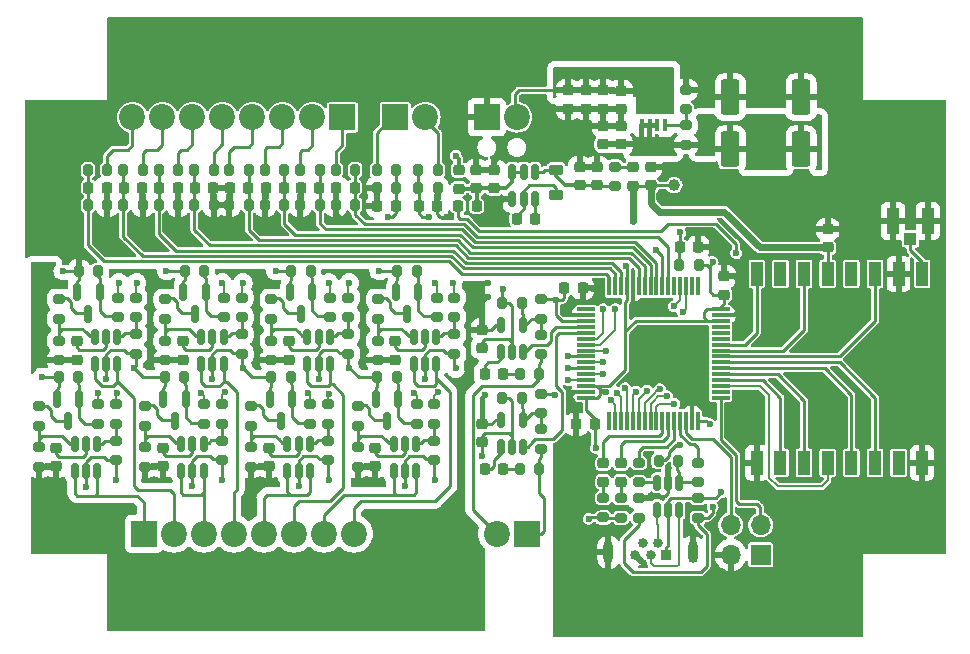
<source format=gbr>
%TF.GenerationSoftware,KiCad,Pcbnew,(6.0.6)*%
%TF.CreationDate,2022-10-17T00:56:45+02:00*%
%TF.ProjectId,Cobot,436f626f-742e-46b6-9963-61645f706362,rev?*%
%TF.SameCoordinates,Original*%
%TF.FileFunction,Copper,L1,Top*%
%TF.FilePolarity,Positive*%
%FSLAX46Y46*%
G04 Gerber Fmt 4.6, Leading zero omitted, Abs format (unit mm)*
G04 Created by KiCad (PCBNEW (6.0.6)) date 2022-10-17 00:56:45*
%MOMM*%
%LPD*%
G01*
G04 APERTURE LIST*
G04 Aperture macros list*
%AMRoundRect*
0 Rectangle with rounded corners*
0 $1 Rounding radius*
0 $2 $3 $4 $5 $6 $7 $8 $9 X,Y pos of 4 corners*
0 Add a 4 corners polygon primitive as box body*
4,1,4,$2,$3,$4,$5,$6,$7,$8,$9,$2,$3,0*
0 Add four circle primitives for the rounded corners*
1,1,$1+$1,$2,$3*
1,1,$1+$1,$4,$5*
1,1,$1+$1,$6,$7*
1,1,$1+$1,$8,$9*
0 Add four rect primitives between the rounded corners*
20,1,$1+$1,$2,$3,$4,$5,0*
20,1,$1+$1,$4,$5,$6,$7,0*
20,1,$1+$1,$6,$7,$8,$9,0*
20,1,$1+$1,$8,$9,$2,$3,0*%
%AMFreePoly0*
4,1,21,1.372500,0.787500,0.862500,0.787500,0.862500,0.532500,1.372500,0.532500,1.372500,0.127500,0.862500,0.127500,0.862500,-0.127500,1.372500,-0.127500,1.372500,-0.532500,0.862500,-0.532500,0.862500,-0.787500,1.372500,-0.787500,1.372500,-1.195000,0.612500,-1.195000,0.612500,-1.117500,-0.862500,-1.117500,-0.862500,1.117500,0.612500,1.117500,0.612500,1.195000,1.372500,1.195000,
1.372500,0.787500,1.372500,0.787500,$1*%
G04 Aperture macros list end*
%TA.AperFunction,SMDPad,CuDef*%
%ADD10RoundRect,0.200000X0.275000X-0.200000X0.275000X0.200000X-0.275000X0.200000X-0.275000X-0.200000X0*%
%TD*%
%TA.AperFunction,SMDPad,CuDef*%
%ADD11RoundRect,0.200000X-0.275000X0.200000X-0.275000X-0.200000X0.275000X-0.200000X0.275000X0.200000X0*%
%TD*%
%TA.AperFunction,SMDPad,CuDef*%
%ADD12RoundRect,0.225000X-0.250000X0.225000X-0.250000X-0.225000X0.250000X-0.225000X0.250000X0.225000X0*%
%TD*%
%TA.AperFunction,SMDPad,CuDef*%
%ADD13RoundRect,0.200000X-0.200000X-0.275000X0.200000X-0.275000X0.200000X0.275000X-0.200000X0.275000X0*%
%TD*%
%TA.AperFunction,SMDPad,CuDef*%
%ADD14RoundRect,0.218750X-0.256250X0.218750X-0.256250X-0.218750X0.256250X-0.218750X0.256250X0.218750X0*%
%TD*%
%TA.AperFunction,SMDPad,CuDef*%
%ADD15RoundRect,0.150000X-0.150000X0.512500X-0.150000X-0.512500X0.150000X-0.512500X0.150000X0.512500X0*%
%TD*%
%TA.AperFunction,SMDPad,CuDef*%
%ADD16RoundRect,0.200000X0.200000X0.275000X-0.200000X0.275000X-0.200000X-0.275000X0.200000X-0.275000X0*%
%TD*%
%TA.AperFunction,SMDPad,CuDef*%
%ADD17RoundRect,0.150000X-0.150000X0.587500X-0.150000X-0.587500X0.150000X-0.587500X0.150000X0.587500X0*%
%TD*%
%TA.AperFunction,SMDPad,CuDef*%
%ADD18RoundRect,0.218750X0.218750X0.256250X-0.218750X0.256250X-0.218750X-0.256250X0.218750X-0.256250X0*%
%TD*%
%TA.AperFunction,SMDPad,CuDef*%
%ADD19RoundRect,0.250000X0.550000X-1.250000X0.550000X1.250000X-0.550000X1.250000X-0.550000X-1.250000X0*%
%TD*%
%TA.AperFunction,SMDPad,CuDef*%
%ADD20RoundRect,0.218750X0.256250X-0.218750X0.256250X0.218750X-0.256250X0.218750X-0.256250X-0.218750X0*%
%TD*%
%TA.AperFunction,SMDPad,CuDef*%
%ADD21RoundRect,0.225000X-0.225000X-0.250000X0.225000X-0.250000X0.225000X0.250000X-0.225000X0.250000X0*%
%TD*%
%TA.AperFunction,ComponentPad*%
%ADD22R,2.200000X2.200000*%
%TD*%
%TA.AperFunction,ComponentPad*%
%ADD23C,2.200000*%
%TD*%
%TA.AperFunction,SMDPad,CuDef*%
%ADD24R,1.000000X1.050000*%
%TD*%
%TA.AperFunction,SMDPad,CuDef*%
%ADD25R,1.050000X2.200000*%
%TD*%
%TA.AperFunction,SMDPad,CuDef*%
%ADD26RoundRect,0.225000X0.225000X0.250000X-0.225000X0.250000X-0.225000X-0.250000X0.225000X-0.250000X0*%
%TD*%
%TA.AperFunction,SMDPad,CuDef*%
%ADD27RoundRect,0.150000X0.150000X-0.512500X0.150000X0.512500X-0.150000X0.512500X-0.150000X-0.512500X0*%
%TD*%
%TA.AperFunction,ComponentPad*%
%ADD28R,0.840000X0.840000*%
%TD*%
%TA.AperFunction,ComponentPad*%
%ADD29C,0.840000*%
%TD*%
%TA.AperFunction,ComponentPad*%
%ADD30O,0.850000X1.850000*%
%TD*%
%TA.AperFunction,SMDPad,CuDef*%
%ADD31R,1.000000X2.000000*%
%TD*%
%TA.AperFunction,SMDPad,CuDef*%
%ADD32RoundRect,0.225000X0.250000X-0.225000X0.250000X0.225000X-0.250000X0.225000X-0.250000X-0.225000X0*%
%TD*%
%TA.AperFunction,SMDPad,CuDef*%
%ADD33R,0.405000X0.990000*%
%TD*%
%TA.AperFunction,SMDPad,CuDef*%
%ADD34FreePoly0,90.000000*%
%TD*%
%TA.AperFunction,SMDPad,CuDef*%
%ADD35RoundRect,0.075000X-0.075000X0.700000X-0.075000X-0.700000X0.075000X-0.700000X0.075000X0.700000X0*%
%TD*%
%TA.AperFunction,SMDPad,CuDef*%
%ADD36RoundRect,0.075000X-0.700000X0.075000X-0.700000X-0.075000X0.700000X-0.075000X0.700000X0.075000X0*%
%TD*%
%TA.AperFunction,SMDPad,CuDef*%
%ADD37C,1.000000*%
%TD*%
%TA.AperFunction,ComponentPad*%
%ADD38R,1.700000X1.700000*%
%TD*%
%TA.AperFunction,ComponentPad*%
%ADD39O,1.700000X1.700000*%
%TD*%
%TA.AperFunction,SMDPad,CuDef*%
%ADD40RoundRect,0.218750X0.381250X-0.218750X0.381250X0.218750X-0.381250X0.218750X-0.381250X-0.218750X0*%
%TD*%
%TA.AperFunction,ViaPad*%
%ADD41C,0.600000*%
%TD*%
%TA.AperFunction,Conductor*%
%ADD42C,0.250000*%
%TD*%
%TA.AperFunction,Conductor*%
%ADD43C,0.200000*%
%TD*%
%TA.AperFunction,Conductor*%
%ADD44C,0.600000*%
%TD*%
%TA.AperFunction,Conductor*%
%ADD45C,0.350000*%
%TD*%
G04 APERTURE END LIST*
D10*
%TO.P,R63,1*%
%TO.N,GND*%
X93398892Y-149767658D03*
%TO.P,R63,2*%
%TO.N,Net-(Q9-Pad1)*%
X93398892Y-148117658D03*
%TD*%
D11*
%TO.P,R78,1*%
%TO.N,DI_OUT_8_N*%
X102398892Y-145017658D03*
%TO.P,R78,2*%
%TO.N,Net-(Q17-Pad1)*%
X102398892Y-146667658D03*
%TD*%
D12*
%TO.P,C5,1*%
%TO.N,GND*%
X134000000Y-139225000D03*
%TO.P,C5,2*%
%TO.N,+3.3V*%
X134000000Y-140775000D03*
%TD*%
D13*
%TO.P,R28,1*%
%TO.N,DI_IN_1*%
X92350000Y-134200000D03*
%TO.P,R28,2*%
%TO.N,DI_1*%
X94000000Y-134200000D03*
%TD*%
D14*
%TO.P,F8,1*%
%TO.N,Net-(F8-Pad1)*%
X97398892Y-148705158D03*
%TO.P,F8,2*%
%TO.N,+24V*%
X97398892Y-150280158D03*
%TD*%
D15*
%TO.P,Q16,1,G*%
%TO.N,Net-(Q16-Pad1)*%
X82848892Y-148355158D03*
%TO.P,Q16,2,S*%
%TO.N,Net-(F7-Pad1)*%
X81898892Y-148355158D03*
%TO.P,Q16,3,G*%
%TO.N,Net-(Q16-Pad3)*%
X80948892Y-148355158D03*
%TO.P,Q16,4,D*%
%TO.N,DI_OUT_4*%
X80948892Y-150630158D03*
%TO.P,Q16,5,S*%
%TO.N,GND*%
X81898892Y-150630158D03*
%TO.P,Q16,6,D*%
%TO.N,DI_OUT_4*%
X82848892Y-150630158D03*
%TD*%
D16*
%TO.P,R6,1*%
%TO.N,USB_DP*%
X121325000Y-158825000D03*
%TO.P,R6,2*%
%TO.N,+3.3V*%
X119675000Y-158825000D03*
%TD*%
D11*
%TO.P,R67,1*%
%TO.N,DI_OUT_7_P*%
X99200000Y-154050000D03*
%TO.P,R67,2*%
%TO.N,Net-(Q11-Pad1)*%
X99200000Y-155700000D03*
%TD*%
D17*
%TO.P,Q6,1,B*%
%TO.N,Net-(Q6-Pad1)*%
X72350000Y-144550000D03*
%TO.P,Q6,2,E*%
%TO.N,GND*%
X70450000Y-144550000D03*
%TO.P,Q6,3,C*%
%TO.N,Net-(Q6-Pad3)*%
X71400000Y-146425000D03*
%TD*%
D10*
%TO.P,R34,1*%
%TO.N,+24V*%
X67200000Y-159350000D03*
%TO.P,R34,2*%
%TO.N,Net-(Q4-Pad3)*%
X67200000Y-157700000D03*
%TD*%
D14*
%TO.P,F1,1*%
%TO.N,Net-(F1-Pad1)*%
X68700000Y-157737500D03*
%TO.P,F1,2*%
%TO.N,+24V*%
X68700000Y-159312500D03*
%TD*%
D13*
%TO.P,R81,1*%
%TO.N,GND*%
X97573892Y-142742658D03*
%TO.P,R81,2*%
%TO.N,Net-(Q15-Pad1)*%
X99223892Y-142742658D03*
%TD*%
D18*
%TO.P,D7,1,K*%
%TO.N,Net-(D7-Pad1)*%
X106537500Y-159500000D03*
%TO.P,D7,2,A*%
%TO.N,Net-(D7-Pad2)*%
X104962500Y-159500000D03*
%TD*%
D15*
%TO.P,Q9,1,G*%
%TO.N,Net-(Q9-Pad1)*%
X91848892Y-148355158D03*
%TO.P,Q9,2,S*%
%TO.N,Net-(F4-Pad1)*%
X90898892Y-148355158D03*
%TO.P,Q9,3,G*%
%TO.N,Net-(Q9-Pad3)*%
X89948892Y-148355158D03*
%TO.P,Q9,4,D*%
%TO.N,DI_OUT_6*%
X89948892Y-150630158D03*
%TO.P,Q9,5,S*%
%TO.N,GND*%
X90898892Y-150630158D03*
%TO.P,Q9,6,D*%
%TO.N,DI_OUT_6*%
X91848892Y-150630158D03*
%TD*%
D11*
%TO.P,R65,1*%
%TO.N,DI_OUT_3_P*%
X81200000Y-154050000D03*
%TO.P,R65,2*%
%TO.N,Net-(Q10-Pad1)*%
X81200000Y-155700000D03*
%TD*%
%TO.P,R26,1*%
%TO.N,DI_OUT_5_N*%
X91700000Y-154050000D03*
%TO.P,R26,2*%
%TO.N,Net-(Q5-Pad1)*%
X91700000Y-155700000D03*
%TD*%
D19*
%TO.P,C14,1*%
%TO.N,+24V*%
X125750000Y-132450000D03*
%TO.P,C14,2*%
%TO.N,GND*%
X125750000Y-128050000D03*
%TD*%
D20*
%TO.P,D3,1,K*%
%TO.N,Net-(C6-Pad1)*%
X102750000Y-135787500D03*
%TO.P,D3,2,A*%
%TO.N,+24V*%
X102750000Y-134212500D03*
%TD*%
D10*
%TO.P,R13,1*%
%TO.N,Net-(R13-Pad1)*%
X109750000Y-154825000D03*
%TO.P,R13,2*%
%TO.N,+3.3V*%
X109750000Y-153175000D03*
%TD*%
D11*
%TO.P,R66,1*%
%TO.N,DI_OUT_7_N*%
X100700000Y-154050000D03*
%TO.P,R66,2*%
%TO.N,Net-(Q13-Pad1)*%
X100700000Y-155700000D03*
%TD*%
D12*
%TO.P,C18,1*%
%TO.N,GND*%
X119000000Y-133975000D03*
%TO.P,C18,2*%
%TO.N,+3.3V*%
X119000000Y-135525000D03*
%TD*%
D11*
%TO.P,R3,1*%
%TO.N,GND*%
X118000000Y-162000000D03*
%TO.P,R3,2*%
%TO.N,VUSB*%
X118000000Y-163650000D03*
%TD*%
D13*
%TO.P,R43,1*%
%TO.N,DI_6*%
X77350000Y-137200000D03*
%TO.P,R43,2*%
%TO.N,GND*%
X79000000Y-137200000D03*
%TD*%
D21*
%TO.P,C26,1*%
%TO.N,DI_6*%
X77400000Y-135700000D03*
%TO.P,C26,2*%
%TO.N,GND*%
X78950000Y-135700000D03*
%TD*%
D10*
%TO.P,R85,1*%
%TO.N,Net-(Q17-Pad3)*%
X95898892Y-146817658D03*
%TO.P,R85,2*%
%TO.N,Net-(Q15-Pad3)*%
X95898892Y-145167658D03*
%TD*%
D13*
%TO.P,R14,1*%
%TO.N,ADC_IN_1*%
X95830000Y-134250000D03*
%TO.P,R14,2*%
%TO.N,ADC_1*%
X97480000Y-134250000D03*
%TD*%
D22*
%TO.P,J7,1,Pin_1*%
%TO.N,GND*%
X105135000Y-129750000D03*
D23*
%TO.P,J7,2,Pin_2*%
%TO.N,VCC*%
X107675000Y-129750000D03*
%TD*%
D22*
%TO.P,J5,1,Pin_1*%
%TO.N,DI_IN_1*%
X92915000Y-129750000D03*
D23*
%TO.P,J5,2,Pin_2*%
%TO.N,DI_IN_2*%
X90375000Y-129750000D03*
%TO.P,J5,3,Pin_3*%
%TO.N,DI_IN_3*%
X87835000Y-129750000D03*
%TO.P,J5,4,Pin_4*%
%TO.N,DI_IN_4*%
X85295000Y-129750000D03*
%TO.P,J5,5,Pin_5*%
%TO.N,DI_IN_5*%
X82755000Y-129750000D03*
%TO.P,J5,6,Pin_6*%
%TO.N,DI_IN_6*%
X80215000Y-129750000D03*
%TO.P,J5,7,Pin_7*%
%TO.N,DI_IN_7*%
X77675000Y-129750000D03*
%TO.P,J5,8,Pin_8*%
%TO.N,DI_IN_8*%
X75135000Y-129750000D03*
%TD*%
D24*
%TO.P,AE1,1,A*%
%TO.N,Net-(AE1-Pad1)*%
X141000000Y-140050000D03*
D25*
%TO.P,AE1,2,Shield*%
%TO.N,GND*%
X139525000Y-138525000D03*
X142475000Y-138525000D03*
%TD*%
D14*
%TO.P,F3,1*%
%TO.N,Net-(F3-Pad1)*%
X70400000Y-148700000D03*
%TO.P,F3,2*%
%TO.N,+24V*%
X70400000Y-150275000D03*
%TD*%
D22*
%TO.P,J6,1,Pin_1*%
%TO.N,ADC_IN_1*%
X97385000Y-129750000D03*
D23*
%TO.P,J6,2,Pin_2*%
%TO.N,ADC_IN_2*%
X99925000Y-129750000D03*
%TD*%
D21*
%TO.P,C1,1*%
%TO.N,+3.3V*%
X111713408Y-144242792D03*
%TO.P,C1,2*%
%TO.N,GND*%
X113263408Y-144242792D03*
%TD*%
D10*
%TO.P,R82,1*%
%TO.N,+24V*%
X77898892Y-150317658D03*
%TO.P,R82,2*%
%TO.N,Net-(Q16-Pad3)*%
X77898892Y-148667658D03*
%TD*%
D26*
%TO.P,C25,1*%
%TO.N,DI_2*%
X90950000Y-135700000D03*
%TO.P,C25,2*%
%TO.N,GND*%
X89400000Y-135700000D03*
%TD*%
D18*
%TO.P,D6,1,K*%
%TO.N,Net-(D6-Pad1)*%
X106537500Y-151500000D03*
%TO.P,D6,2,A*%
%TO.N,Net-(D6-Pad2)*%
X104962500Y-151500000D03*
%TD*%
D11*
%TO.P,R51,1*%
%TO.N,DI_OUT_6_P*%
X91898892Y-145017658D03*
%TO.P,R51,2*%
%TO.N,Net-(Q7-Pad1)*%
X91898892Y-146667658D03*
%TD*%
D10*
%TO.P,R20,1*%
%TO.N,DAC_OUT_1*%
X109750000Y-149825000D03*
%TO.P,R20,2*%
%TO.N,Net-(R12-Pad1)*%
X109750000Y-148175000D03*
%TD*%
D14*
%TO.P,D2,1,K*%
%TO.N,LED_G*%
X116500000Y-159037500D03*
%TO.P,D2,2,A*%
%TO.N,Net-(D2-Pad2)*%
X116500000Y-160612500D03*
%TD*%
D27*
%TO.P,U6,1*%
%TO.N,Net-(D7-Pad2)*%
X106300000Y-157637500D03*
%TO.P,U6,2,V-*%
%TO.N,GND*%
X107250000Y-157637500D03*
%TO.P,U6,3,+*%
%TO.N,DAC_2*%
X108200000Y-157637500D03*
%TO.P,U6,4,-*%
%TO.N,Net-(R13-Pad1)*%
X108200000Y-155362500D03*
%TO.P,U6,5,V+*%
%TO.N,+24V*%
X106300000Y-155362500D03*
%TD*%
D10*
%TO.P,R71,1*%
%TO.N,Net-(Q12-Pad3)*%
X76200000Y-155850000D03*
%TO.P,R71,2*%
%TO.N,Net-(Q10-Pad3)*%
X76200000Y-154200000D03*
%TD*%
D15*
%TO.P,Q8,1,G*%
%TO.N,Net-(Q8-Pad1)*%
X73850000Y-148350000D03*
%TO.P,Q8,2,S*%
%TO.N,Net-(F3-Pad1)*%
X72900000Y-148350000D03*
%TO.P,Q8,3,G*%
%TO.N,Net-(Q8-Pad3)*%
X71950000Y-148350000D03*
%TO.P,Q8,4,D*%
%TO.N,DI_OUT_2*%
X71950000Y-150625000D03*
%TO.P,Q8,5,S*%
%TO.N,GND*%
X72900000Y-150625000D03*
%TO.P,Q8,6,D*%
%TO.N,DI_OUT_2*%
X73850000Y-150625000D03*
%TD*%
%TO.P,Q4,1,G*%
%TO.N,Net-(Q4-Pad1)*%
X72150000Y-157387500D03*
%TO.P,Q4,2,S*%
%TO.N,Net-(F1-Pad1)*%
X71200000Y-157387500D03*
%TO.P,Q4,3,G*%
%TO.N,Net-(Q4-Pad3)*%
X70250000Y-157387500D03*
%TO.P,Q4,4,D*%
%TO.N,DI_OUT_1*%
X70250000Y-159662500D03*
%TO.P,Q4,5,S*%
%TO.N,GND*%
X71200000Y-159662500D03*
%TO.P,Q4,6,D*%
%TO.N,DI_OUT_1*%
X72150000Y-159662500D03*
%TD*%
D11*
%TO.P,R76,1*%
%TO.N,DI_OUT_4_N*%
X84398892Y-145017658D03*
%TO.P,R76,2*%
%TO.N,Net-(Q16-Pad1)*%
X84398892Y-146667658D03*
%TD*%
%TO.P,R4,1*%
%TO.N,Net-(D1-Pad2)*%
X115000000Y-161985000D03*
%TO.P,R4,2*%
%TO.N,+3.3V*%
X115000000Y-163635000D03*
%TD*%
D10*
%TO.P,R72,1*%
%TO.N,+24V*%
X94200000Y-159350000D03*
%TO.P,R72,2*%
%TO.N,Net-(Q13-Pad3)*%
X94200000Y-157700000D03*
%TD*%
D21*
%TO.P,C11,1*%
%TO.N,Net-(C11-Pad1)*%
X107699575Y-138341384D03*
%TO.P,C11,2*%
%TO.N,Net-(C11-Pad2)*%
X109249575Y-138341384D03*
%TD*%
D10*
%TO.P,R61,1*%
%TO.N,Net-(Q9-Pad3)*%
X86898892Y-146817658D03*
%TO.P,R61,2*%
%TO.N,Net-(Q7-Pad3)*%
X86898892Y-145167658D03*
%TD*%
D17*
%TO.P,Q14,1,B*%
%TO.N,Net-(Q14-Pad1)*%
X81348892Y-144555158D03*
%TO.P,Q14,2,E*%
%TO.N,GND*%
X79448892Y-144555158D03*
%TO.P,Q14,3,C*%
%TO.N,Net-(Q14-Pad3)*%
X80398892Y-146430158D03*
%TD*%
D28*
%TO.P,J1,1,VBUS*%
%TO.N,VBUS*%
X120300000Y-166795000D03*
D29*
%TO.P,J1,2,D-*%
%TO.N,/Main/D-*%
X119650000Y-165795000D03*
%TO.P,J1,3,D+*%
%TO.N,/Main/D+*%
X119000000Y-166795000D03*
%TO.P,J1,4,ID*%
%TO.N,unconnected-(J1-Pad4)*%
X118350000Y-165795000D03*
%TO.P,J1,5,GND*%
%TO.N,GND*%
X117700000Y-166795000D03*
D30*
%TO.P,J1,6,Shield*%
X122575000Y-166575000D03*
X115425000Y-166575000D03*
%TD*%
D31*
%TO.P,U3,1,GND*%
%TO.N,GND*%
X128000000Y-159000000D03*
%TO.P,U3,2,MISO*%
%TO.N,SPI_MOSI*%
X130000000Y-159000000D03*
%TO.P,U3,3,MOSI*%
%TO.N,SPI_MISO*%
X132000000Y-159000000D03*
%TO.P,U3,4,SCK*%
%TO.N,SPI_SCK*%
X134000000Y-159000000D03*
%TO.P,U3,5,NSS*%
%TO.N,RFM_NSS*%
X136000000Y-159000000D03*
%TO.P,U3,6,RESET*%
%TO.N,RFM_RST*%
X138000000Y-159000000D03*
%TO.P,U3,7,DIO5*%
%TO.N,RFM_DIO5*%
X140000000Y-159000000D03*
%TO.P,U3,8,GND*%
%TO.N,GND*%
X142000000Y-159000000D03*
%TO.P,U3,9,ANT*%
%TO.N,Net-(AE1-Pad1)*%
X142000000Y-143000000D03*
%TO.P,U3,10,GND*%
%TO.N,GND*%
X140000000Y-143000000D03*
%TO.P,U3,11,DIO3*%
%TO.N,RFM_DIO3*%
X138000000Y-143000000D03*
%TO.P,U3,12,DIO4*%
%TO.N,RFM_DIO4*%
X136000000Y-143000000D03*
%TO.P,U3,13,3.3V*%
%TO.N,+3.3V*%
X134000000Y-143000000D03*
%TO.P,U3,14,DIO0*%
%TO.N,RFM_DIO0*%
X132000000Y-143000000D03*
%TO.P,U3,15,DIO1*%
%TO.N,RFM_DIO1*%
X130000000Y-143000000D03*
%TO.P,U3,16,DIO2*%
%TO.N,RFM_DIO2*%
X128000000Y-143000000D03*
%TD*%
D32*
%TO.P,C6,1*%
%TO.N,Net-(C6-Pad1)*%
X104250000Y-135775000D03*
%TO.P,C6,2*%
%TO.N,GND*%
X104250000Y-134225000D03*
%TD*%
D13*
%TO.P,R31,1*%
%TO.N,DI_5*%
X80350000Y-137200000D03*
%TO.P,R31,2*%
%TO.N,GND*%
X82000000Y-137200000D03*
%TD*%
D11*
%TO.P,R24,1*%
%TO.N,DI_OUT_1_N*%
X73700000Y-154050000D03*
%TO.P,R24,2*%
%TO.N,Net-(Q4-Pad1)*%
X73700000Y-155700000D03*
%TD*%
D13*
%TO.P,R53,1*%
%TO.N,GND*%
X88573892Y-142742658D03*
%TO.P,R53,2*%
%TO.N,Net-(Q7-Pad1)*%
X90223892Y-142742658D03*
%TD*%
D21*
%TO.P,C30,1*%
%TO.N,DI_8*%
X71400000Y-135700000D03*
%TO.P,C30,2*%
%TO.N,GND*%
X72950000Y-135700000D03*
%TD*%
D33*
%TO.P,Q1,1,S*%
%TO.N,+24V*%
X118260000Y-130435000D03*
%TO.P,Q1,2,S*%
X118920000Y-130435000D03*
%TO.P,Q1,3,S*%
X119580000Y-130435000D03*
%TO.P,Q1,4,G*%
%TO.N,Net-(Q1-Pad4)*%
X120240000Y-130435000D03*
D34*
%TO.P,Q1,5,D*%
%TO.N,VCC*%
X119250000Y-128442500D03*
%TD*%
D21*
%TO.P,C24,1*%
%TO.N,DI_5*%
X80400000Y-135700000D03*
%TO.P,C24,2*%
%TO.N,GND*%
X81950000Y-135700000D03*
%TD*%
D15*
%TO.P,U4,1,FB*%
%TO.N,Net-(C12-Pad2)*%
X109200000Y-134362500D03*
%TO.P,U4,2,EN*%
%TO.N,Net-(C6-Pad1)*%
X108250000Y-134362500D03*
%TO.P,U4,3,IN*%
X107300000Y-134362500D03*
%TO.P,U4,4,GND*%
%TO.N,GND*%
X107300000Y-136637500D03*
%TO.P,U4,5,SW*%
%TO.N,Net-(C11-Pad1)*%
X108250000Y-136637500D03*
%TO.P,U4,6,BST*%
%TO.N,Net-(C11-Pad2)*%
X109200000Y-136637500D03*
%TD*%
D14*
%TO.P,F2,1*%
%TO.N,Net-(F2-Pad1)*%
X86700000Y-157737500D03*
%TO.P,F2,2*%
%TO.N,+24V*%
X86700000Y-159312500D03*
%TD*%
D13*
%TO.P,R69,1*%
%TO.N,GND*%
X95875000Y-151775000D03*
%TO.P,R69,2*%
%TO.N,Net-(Q11-Pad1)*%
X97525000Y-151775000D03*
%TD*%
D17*
%TO.P,Q15,1,B*%
%TO.N,Net-(Q15-Pad1)*%
X99348892Y-144555158D03*
%TO.P,Q15,2,E*%
%TO.N,GND*%
X97448892Y-144555158D03*
%TO.P,Q15,3,C*%
%TO.N,Net-(Q15-Pad3)*%
X98398892Y-146430158D03*
%TD*%
D12*
%TO.P,C20,1*%
%TO.N,+24V*%
X104750000Y-147725000D03*
%TO.P,C20,2*%
%TO.N,GND*%
X104750000Y-149275000D03*
%TD*%
D35*
%TO.P,U1,1,VBAT*%
%TO.N,unconnected-(U1-Pad1)*%
X123000000Y-144075000D03*
%TO.P,U1,2,PC13*%
%TO.N,unconnected-(U1-Pad2)*%
X122500000Y-144075000D03*
%TO.P,U1,3,PC14*%
%TO.N,DI_OUT_8_P*%
X122000000Y-144075000D03*
%TO.P,U1,4,PC15*%
%TO.N,DI_OUT_8_N*%
X121500000Y-144075000D03*
%TO.P,U1,5,PH0*%
%TO.N,unconnected-(U1-Pad5)*%
X121000000Y-144075000D03*
%TO.P,U1,6,PH1*%
%TO.N,DI_1*%
X120500000Y-144075000D03*
%TO.P,U1,7,NRST*%
%TO.N,Net-(C4-Pad1)*%
X120000000Y-144075000D03*
%TO.P,U1,8,PC0*%
%TO.N,DI_2*%
X119500000Y-144075000D03*
%TO.P,U1,9,PC1*%
%TO.N,DI_3*%
X119000000Y-144075000D03*
%TO.P,U1,10,PC2*%
%TO.N,DI_4*%
X118500000Y-144075000D03*
%TO.P,U1,11,PC3*%
%TO.N,DI_5*%
X118000000Y-144075000D03*
%TO.P,U1,12,VSSA*%
%TO.N,GND*%
X117500000Y-144075000D03*
%TO.P,U1,13,VDDA*%
%TO.N,+3.3V*%
X117000000Y-144075000D03*
%TO.P,U1,14,PA0*%
%TO.N,DI_6*%
X116500000Y-144075000D03*
%TO.P,U1,15,PA1*%
%TO.N,DI_7*%
X116000000Y-144075000D03*
%TO.P,U1,16,PA2*%
%TO.N,DI_8*%
X115500000Y-144075000D03*
D36*
%TO.P,U1,17,PA3*%
%TO.N,unconnected-(U1-Pad17)*%
X113575000Y-146000000D03*
%TO.P,U1,18,VSS*%
%TO.N,GND*%
X113575000Y-146500000D03*
%TO.P,U1,19,VDD*%
%TO.N,+3.3V*%
X113575000Y-147000000D03*
%TO.P,U1,20,PA4*%
%TO.N,DAC_1*%
X113575000Y-147500000D03*
%TO.P,U1,21,PA5*%
%TO.N,DAC_2*%
X113575000Y-148000000D03*
%TO.P,U1,22,PA6*%
%TO.N,ADC_2*%
X113575000Y-148500000D03*
%TO.P,U1,23,PA7*%
%TO.N,ADC_1*%
X113575000Y-149000000D03*
%TO.P,U1,24,PC4*%
%TO.N,DI_OUT_6_N*%
X113575000Y-149500000D03*
%TO.P,U1,25,PB0*%
%TO.N,DI_OUT_4_P*%
X113575000Y-150000000D03*
%TO.P,U1,26,PB1*%
%TO.N,DI_OUT_6_P*%
X113575000Y-150500000D03*
%TO.P,U1,27,PB2*%
%TO.N,DI_OUT_2_N*%
X113575000Y-151000000D03*
%TO.P,U1,28,PB10*%
%TO.N,DI_OUT_4_N*%
X113575000Y-151500000D03*
%TO.P,U1,29,PB11*%
%TO.N,DI_OUT_2_P*%
X113575000Y-152000000D03*
%TO.P,U1,30,VDD12*%
%TO.N,+3.3V*%
X113575000Y-152500000D03*
%TO.P,U1,31,VSS*%
%TO.N,GND*%
X113575000Y-153000000D03*
%TO.P,U1,32,VDD*%
%TO.N,+3.3V*%
X113575000Y-153500000D03*
D35*
%TO.P,U1,33,PB12*%
%TO.N,unconnected-(U1-Pad33)*%
X115500000Y-155425000D03*
%TO.P,U1,34,PB13*%
%TO.N,DI_OUT_7_N*%
X116000000Y-155425000D03*
%TO.P,U1,35,PB14*%
%TO.N,DI_OUT_7_P*%
X116500000Y-155425000D03*
%TO.P,U1,36,PB15*%
%TO.N,DI_OUT_5_N*%
X117000000Y-155425000D03*
%TO.P,U1,37,PC6*%
%TO.N,DI_OUT_5_P*%
X117500000Y-155425000D03*
%TO.P,U1,38,PC7*%
%TO.N,DI_OUT_3_N*%
X118000000Y-155425000D03*
%TO.P,U1,39,PC8*%
%TO.N,DI_OUT_3_P*%
X118500000Y-155425000D03*
%TO.P,U1,40,PC9*%
%TO.N,DI_OUT_1_N*%
X119000000Y-155425000D03*
%TO.P,U1,41,PA8*%
%TO.N,DI_OUT_1_P*%
X119500000Y-155425000D03*
%TO.P,U1,42,PA9*%
%TO.N,LED_R*%
X120000000Y-155425000D03*
%TO.P,U1,43,PA10*%
%TO.N,LED_G*%
X120500000Y-155425000D03*
%TO.P,U1,44,PA11*%
%TO.N,Net-(R7-Pad1)*%
X121000000Y-155425000D03*
%TO.P,U1,45,PA12*%
%TO.N,Net-(R8-Pad1)*%
X121500000Y-155425000D03*
%TO.P,U1,46,PA13*%
%TO.N,SWDIO*%
X122000000Y-155425000D03*
%TO.P,U1,47,VSS*%
%TO.N,GND*%
X122500000Y-155425000D03*
%TO.P,U1,48,VDDUSB*%
%TO.N,VUSB*%
X123000000Y-155425000D03*
D36*
%TO.P,U1,49,PA14*%
%TO.N,SWCLK*%
X124925000Y-153500000D03*
%TO.P,U1,50,PA15*%
%TO.N,unconnected-(U1-Pad50)*%
X124925000Y-153000000D03*
%TO.P,U1,51,PC10*%
%TO.N,SPI_SCK*%
X124925000Y-152500000D03*
%TO.P,U1,52,PC11*%
%TO.N,SPI_MOSI*%
X124925000Y-152000000D03*
%TO.P,U1,53,PC12*%
%TO.N,SPI_MISO*%
X124925000Y-151500000D03*
%TO.P,U1,54,PB3*%
%TO.N,RFM_NSS*%
X124925000Y-151000000D03*
%TO.P,U1,55,PB4*%
%TO.N,RFM_RST*%
X124925000Y-150500000D03*
%TO.P,U1,56,PB5*%
%TO.N,RFM_DIO3*%
X124925000Y-150000000D03*
%TO.P,U1,57,PB6*%
%TO.N,RFM_DIO0*%
X124925000Y-149500000D03*
%TO.P,U1,58,PB7*%
%TO.N,RFM_DIO2*%
X124925000Y-149000000D03*
%TO.P,U1,59,PH3*%
%TO.N,unconnected-(U1-Pad59)*%
X124925000Y-148500000D03*
%TO.P,U1,60,PB8*%
%TO.N,unconnected-(U1-Pad60)*%
X124925000Y-148000000D03*
%TO.P,U1,61,PB9*%
%TO.N,unconnected-(U1-Pad61)*%
X124925000Y-147500000D03*
%TO.P,U1,62,VDD12*%
%TO.N,+3.3V*%
X124925000Y-147000000D03*
%TO.P,U1,63,VSS*%
%TO.N,GND*%
X124925000Y-146500000D03*
%TO.P,U1,64,VDD*%
%TO.N,+3.3V*%
X124925000Y-146000000D03*
%TD*%
D21*
%TO.P,C28,1*%
%TO.N,DI_7*%
X74400000Y-135700000D03*
%TO.P,C28,2*%
%TO.N,GND*%
X75950000Y-135700000D03*
%TD*%
D10*
%TO.P,R58,1*%
%TO.N,+24V*%
X68900000Y-150312500D03*
%TO.P,R58,2*%
%TO.N,Net-(Q8-Pad3)*%
X68900000Y-148662500D03*
%TD*%
%TO.P,R10,1*%
%TO.N,Net-(Q1-Pad4)*%
X122000000Y-129075000D03*
%TO.P,R10,2*%
%TO.N,GND*%
X122000000Y-127425000D03*
%TD*%
D15*
%TO.P,Q5,1,G*%
%TO.N,Net-(Q5-Pad1)*%
X90150000Y-157387500D03*
%TO.P,Q5,2,S*%
%TO.N,Net-(F2-Pad1)*%
X89200000Y-157387500D03*
%TO.P,Q5,3,G*%
%TO.N,Net-(Q5-Pad3)*%
X88250000Y-157387500D03*
%TO.P,Q5,4,D*%
%TO.N,DI_OUT_5*%
X88250000Y-159662500D03*
%TO.P,Q5,5,S*%
%TO.N,GND*%
X89200000Y-159662500D03*
%TO.P,Q5,6,D*%
%TO.N,DI_OUT_5*%
X90150000Y-159662500D03*
%TD*%
D14*
%TO.P,L2,1,1*%
%TO.N,Net-(L2-Pad1)*%
X117500000Y-133962500D03*
%TO.P,L2,2,2*%
%TO.N,+3.3V*%
X117500000Y-135537500D03*
%TD*%
D13*
%TO.P,R52,1*%
%TO.N,GND*%
X70575000Y-142737500D03*
%TO.P,R52,2*%
%TO.N,Net-(Q6-Pad1)*%
X72225000Y-142737500D03*
%TD*%
D11*
%TO.P,R8,1*%
%TO.N,Net-(R8-Pad1)*%
X123000000Y-159000000D03*
%TO.P,R8,2*%
%TO.N,USB_DP*%
X123000000Y-160650000D03*
%TD*%
D13*
%TO.P,R54,1*%
%TO.N,DI_IN_4*%
X83350000Y-134200000D03*
%TO.P,R54,2*%
%TO.N,DI_4*%
X85000000Y-134200000D03*
%TD*%
D10*
%TO.P,R84,1*%
%TO.N,+24V*%
X95898892Y-150317658D03*
%TO.P,R84,2*%
%TO.N,Net-(Q17-Pad3)*%
X95898892Y-148667658D03*
%TD*%
D13*
%TO.P,R33,1*%
%TO.N,GND*%
X86875000Y-151775000D03*
%TO.P,R33,2*%
%TO.N,Net-(Q3-Pad1)*%
X88525000Y-151775000D03*
%TD*%
D12*
%TO.P,C21,1*%
%TO.N,+24V*%
X104750000Y-155725000D03*
%TO.P,C21,2*%
%TO.N,GND*%
X104750000Y-157275000D03*
%TD*%
D16*
%TO.P,R15,1*%
%TO.N,ADC_1*%
X97480000Y-135750000D03*
%TO.P,R15,2*%
%TO.N,GND*%
X95830000Y-135750000D03*
%TD*%
D11*
%TO.P,R77,1*%
%TO.N,DI_OUT_4_P*%
X82898892Y-145017658D03*
%TO.P,R77,2*%
%TO.N,Net-(Q14-Pad1)*%
X82898892Y-146667658D03*
%TD*%
D22*
%TO.P,J3,1,Pin_1*%
%TO.N,DI_OUT_1*%
X76110000Y-165000000D03*
D23*
%TO.P,J3,2,Pin_2*%
%TO.N,DI_OUT_2*%
X78650000Y-165000000D03*
%TO.P,J3,3,Pin_3*%
%TO.N,DI_OUT_3*%
X81190000Y-165000000D03*
%TO.P,J3,4,Pin_4*%
%TO.N,DI_OUT_4*%
X83730000Y-165000000D03*
%TO.P,J3,5,Pin_5*%
%TO.N,DI_OUT_5*%
X86270000Y-165000000D03*
%TO.P,J3,6,Pin_6*%
%TO.N,DI_OUT_6*%
X88810000Y-165000000D03*
%TO.P,J3,7,Pin_7*%
%TO.N,DI_OUT_7*%
X91350000Y-165000000D03*
%TO.P,J3,8,Pin_8*%
%TO.N,DI_OUT_8*%
X93890000Y-165000000D03*
%TD*%
D17*
%TO.P,Q7,1,B*%
%TO.N,Net-(Q7-Pad1)*%
X90348892Y-144555158D03*
%TO.P,Q7,2,E*%
%TO.N,GND*%
X88448892Y-144555158D03*
%TO.P,Q7,3,C*%
%TO.N,Net-(Q7-Pad3)*%
X89398892Y-146430158D03*
%TD*%
D10*
%TO.P,R75,1*%
%TO.N,GND*%
X100700000Y-158800000D03*
%TO.P,R75,2*%
%TO.N,Net-(Q13-Pad1)*%
X100700000Y-157150000D03*
%TD*%
D13*
%TO.P,R47,1*%
%TO.N,DI_7*%
X74350000Y-137200000D03*
%TO.P,R47,2*%
%TO.N,GND*%
X76000000Y-137200000D03*
%TD*%
%TO.P,R57,1*%
%TO.N,DI_8*%
X71350000Y-137200000D03*
%TO.P,R57,2*%
%TO.N,GND*%
X73000000Y-137200000D03*
%TD*%
D14*
%TO.P,F6,1*%
%TO.N,Net-(F6-Pad1)*%
X95700000Y-157737500D03*
%TO.P,F6,2*%
%TO.N,+24V*%
X95700000Y-159312500D03*
%TD*%
D16*
%TO.P,R45,1*%
%TO.N,DI_3*%
X88000000Y-137200000D03*
%TO.P,R45,2*%
%TO.N,GND*%
X86350000Y-137200000D03*
%TD*%
D11*
%TO.P,R27,1*%
%TO.N,DI_OUT_5_P*%
X90200000Y-154050000D03*
%TO.P,R27,2*%
%TO.N,Net-(Q3-Pad1)*%
X90200000Y-155700000D03*
%TD*%
D13*
%TO.P,R80,1*%
%TO.N,GND*%
X79573892Y-142742658D03*
%TO.P,R80,2*%
%TO.N,Net-(Q14-Pad1)*%
X81223892Y-142742658D03*
%TD*%
D12*
%TO.P,C16,1*%
%TO.N,GND*%
X116500000Y-130475000D03*
%TO.P,C16,2*%
%TO.N,+24V*%
X116500000Y-132025000D03*
%TD*%
D14*
%TO.P,F5,1*%
%TO.N,Net-(F5-Pad1)*%
X77700000Y-157737500D03*
%TO.P,F5,2*%
%TO.N,+24V*%
X77700000Y-159312500D03*
%TD*%
D11*
%TO.P,R25,1*%
%TO.N,DI_OUT_1_P*%
X72200000Y-154050000D03*
%TO.P,R25,2*%
%TO.N,Net-(Q2-Pad1)*%
X72200000Y-155700000D03*
%TD*%
D12*
%TO.P,C12,1*%
%TO.N,GND*%
X114500000Y-133975000D03*
%TO.P,C12,2*%
%TO.N,Net-(C12-Pad2)*%
X114500000Y-135525000D03*
%TD*%
D15*
%TO.P,Q12,1,G*%
%TO.N,Net-(Q12-Pad1)*%
X81150000Y-157387500D03*
%TO.P,Q12,2,S*%
%TO.N,Net-(F5-Pad1)*%
X80200000Y-157387500D03*
%TO.P,Q12,3,G*%
%TO.N,Net-(Q12-Pad3)*%
X79250000Y-157387500D03*
%TO.P,Q12,4,D*%
%TO.N,DI_OUT_3*%
X79250000Y-159662500D03*
%TO.P,Q12,5,S*%
%TO.N,GND*%
X80200000Y-159662500D03*
%TO.P,Q12,6,D*%
%TO.N,DI_OUT_3*%
X81150000Y-159662500D03*
%TD*%
D11*
%TO.P,R48,1*%
%TO.N,DI_OUT_2_N*%
X75400000Y-145012500D03*
%TO.P,R48,2*%
%TO.N,Net-(Q8-Pad1)*%
X75400000Y-146662500D03*
%TD*%
D10*
%TO.P,R59,1*%
%TO.N,Net-(Q8-Pad3)*%
X68900000Y-146812500D03*
%TO.P,R59,2*%
%TO.N,Net-(Q6-Pad3)*%
X68900000Y-145162500D03*
%TD*%
%TO.P,R73,1*%
%TO.N,Net-(Q13-Pad3)*%
X94200000Y-155850000D03*
%TO.P,R73,2*%
%TO.N,Net-(Q11-Pad3)*%
X94200000Y-154200000D03*
%TD*%
D22*
%TO.P,J4,1,Pin_1*%
%TO.N,DAC_OUT_2*%
X108520000Y-165000000D03*
D23*
%TO.P,J4,2,Pin_2*%
%TO.N,DAC_OUT_1*%
X105980000Y-165000000D03*
%TD*%
D10*
%TO.P,R36,1*%
%TO.N,+24V*%
X85200000Y-159350000D03*
%TO.P,R36,2*%
%TO.N,Net-(Q5-Pad3)*%
X85200000Y-157700000D03*
%TD*%
D12*
%TO.P,C10,1*%
%TO.N,VCC*%
X115000000Y-127475000D03*
%TO.P,C10,2*%
%TO.N,GND*%
X115000000Y-129025000D03*
%TD*%
D16*
%TO.P,R23,1*%
%TO.N,Net-(R13-Pad1)*%
X108075000Y-153500000D03*
%TO.P,R23,2*%
%TO.N,GND*%
X106425000Y-153500000D03*
%TD*%
D10*
%TO.P,R11,1*%
%TO.N,Net-(C12-Pad2)*%
X116000000Y-135575000D03*
%TO.P,R11,2*%
%TO.N,Net-(L2-Pad1)*%
X116000000Y-133925000D03*
%TD*%
%TO.P,R62,1*%
%TO.N,GND*%
X75400000Y-149762500D03*
%TO.P,R62,2*%
%TO.N,Net-(Q8-Pad1)*%
X75400000Y-148112500D03*
%TD*%
D27*
%TO.P,U5,1*%
%TO.N,Net-(D6-Pad2)*%
X106300000Y-149637500D03*
%TO.P,U5,2,V-*%
%TO.N,GND*%
X107250000Y-149637500D03*
%TO.P,U5,3,+*%
%TO.N,DAC_1*%
X108200000Y-149637500D03*
%TO.P,U5,4,-*%
%TO.N,Net-(R12-Pad1)*%
X108200000Y-147362500D03*
%TO.P,U5,5,V+*%
%TO.N,+24V*%
X106300000Y-147362500D03*
%TD*%
D15*
%TO.P,U2,1,I/O1*%
%TO.N,USB_DP*%
X121450000Y-160687500D03*
%TO.P,U2,2,GND*%
%TO.N,GND*%
X120500000Y-160687500D03*
%TO.P,U2,3,I/O2*%
%TO.N,USB_DM*%
X119550000Y-160687500D03*
%TO.P,U2,4,I/O2*%
%TO.N,/Main/D-*%
X119550000Y-162962500D03*
%TO.P,U2,5,VBUS*%
%TO.N,VBUS*%
X120500000Y-162962500D03*
%TO.P,U2,6,I/O1*%
%TO.N,/Main/D+*%
X121450000Y-162962500D03*
%TD*%
D12*
%TO.P,C13,1*%
%TO.N,GND*%
X113000000Y-133975000D03*
%TO.P,C13,2*%
%TO.N,Net-(C12-Pad2)*%
X113000000Y-135525000D03*
%TD*%
D10*
%TO.P,R37,1*%
%TO.N,Net-(Q5-Pad3)*%
X85200000Y-155850000D03*
%TO.P,R37,2*%
%TO.N,Net-(Q3-Pad3)*%
X85200000Y-154200000D03*
%TD*%
%TO.P,R74,1*%
%TO.N,GND*%
X82700000Y-158800000D03*
%TO.P,R74,2*%
%TO.N,Net-(Q12-Pad1)*%
X82700000Y-157150000D03*
%TD*%
D11*
%TO.P,R79,1*%
%TO.N,DI_OUT_8_P*%
X100898892Y-145017658D03*
%TO.P,R79,2*%
%TO.N,Net-(Q15-Pad1)*%
X100898892Y-146667658D03*
%TD*%
D32*
%TO.P,C8,1*%
%TO.N,Net-(C6-Pad1)*%
X105750000Y-135775000D03*
%TO.P,C8,2*%
%TO.N,GND*%
X105750000Y-134225000D03*
%TD*%
D17*
%TO.P,Q3,1,B*%
%TO.N,Net-(Q3-Pad1)*%
X88650000Y-153587500D03*
%TO.P,Q3,2,E*%
%TO.N,GND*%
X86750000Y-153587500D03*
%TO.P,Q3,3,C*%
%TO.N,Net-(Q3-Pad3)*%
X87700000Y-155462500D03*
%TD*%
D26*
%TO.P,C27,1*%
%TO.N,DI_3*%
X87950000Y-135700000D03*
%TO.P,C27,2*%
%TO.N,GND*%
X86400000Y-135700000D03*
%TD*%
D10*
%TO.P,R38,1*%
%TO.N,GND*%
X73700000Y-158800000D03*
%TO.P,R38,2*%
%TO.N,Net-(Q4-Pad1)*%
X73700000Y-157150000D03*
%TD*%
%TO.P,R35,1*%
%TO.N,Net-(Q4-Pad3)*%
X67200000Y-155850000D03*
%TO.P,R35,2*%
%TO.N,Net-(Q2-Pad3)*%
X67200000Y-154200000D03*
%TD*%
D37*
%TO.P,TP1,1,1*%
%TO.N,+3.3V*%
X121000000Y-135500000D03*
%TD*%
D13*
%TO.P,R19,1*%
%TO.N,ADC_2*%
X99330000Y-135750000D03*
%TO.P,R19,2*%
%TO.N,GND*%
X100980000Y-135750000D03*
%TD*%
D16*
%TO.P,R29,1*%
%TO.N,DI_1*%
X94000000Y-137200000D03*
%TO.P,R29,2*%
%TO.N,GND*%
X92350000Y-137200000D03*
%TD*%
D10*
%TO.P,R87,1*%
%TO.N,GND*%
X102398892Y-149767658D03*
%TO.P,R87,2*%
%TO.N,Net-(Q17-Pad1)*%
X102398892Y-148117658D03*
%TD*%
D16*
%TO.P,R55,1*%
%TO.N,DI_4*%
X85000000Y-137200000D03*
%TO.P,R55,2*%
%TO.N,GND*%
X83350000Y-137200000D03*
%TD*%
D13*
%TO.P,R40,1*%
%TO.N,DI_IN_2*%
X89350000Y-134200000D03*
%TO.P,R40,2*%
%TO.N,DI_2*%
X91000000Y-134200000D03*
%TD*%
D11*
%TO.P,R5,1*%
%TO.N,Net-(D2-Pad2)*%
X116500000Y-162000000D03*
%TO.P,R5,2*%
%TO.N,+3.3V*%
X116500000Y-163650000D03*
%TD*%
D32*
%TO.P,C9,1*%
%TO.N,GND*%
X113500000Y-129025000D03*
%TO.P,C9,2*%
%TO.N,VCC*%
X113500000Y-127475000D03*
%TD*%
D10*
%TO.P,R9,1*%
%TO.N,+24V*%
X122000000Y-132075000D03*
%TO.P,R9,2*%
%TO.N,Net-(Q1-Pad4)*%
X122000000Y-130425000D03*
%TD*%
D19*
%TO.P,C15,1*%
%TO.N,+24V*%
X131750000Y-132450000D03*
%TO.P,C15,2*%
%TO.N,GND*%
X131750000Y-128050000D03*
%TD*%
D21*
%TO.P,C4,1*%
%TO.N,Net-(C4-Pad1)*%
X121475000Y-140750000D03*
%TO.P,C4,2*%
%TO.N,GND*%
X123025000Y-140750000D03*
%TD*%
D38*
%TO.P,J2,1,Pin_1*%
%TO.N,+3.3V*%
X128325000Y-166800000D03*
D39*
%TO.P,J2,2,Pin_2*%
%TO.N,GND*%
X125785000Y-166800000D03*
%TO.P,J2,3,Pin_3*%
%TO.N,SWCLK*%
X128325000Y-164260000D03*
%TO.P,J2,4,Pin_4*%
%TO.N,SWDIO*%
X125785000Y-164260000D03*
%TD*%
D14*
%TO.P,D1,1,K*%
%TO.N,LED_R*%
X115000000Y-159037500D03*
%TO.P,D1,2,A*%
%TO.N,Net-(D1-Pad2)*%
X115000000Y-160612500D03*
%TD*%
D10*
%TO.P,R70,1*%
%TO.N,+24V*%
X76200000Y-159350000D03*
%TO.P,R70,2*%
%TO.N,Net-(Q12-Pad3)*%
X76200000Y-157700000D03*
%TD*%
D26*
%TO.P,C19,1*%
%TO.N,ADC_1*%
X97430000Y-137250000D03*
%TO.P,C19,2*%
%TO.N,GND*%
X95880000Y-137250000D03*
%TD*%
D10*
%TO.P,R39,1*%
%TO.N,GND*%
X91700000Y-158800000D03*
%TO.P,R39,2*%
%TO.N,Net-(Q5-Pad1)*%
X91700000Y-157150000D03*
%TD*%
%TO.P,R86,1*%
%TO.N,GND*%
X84398892Y-149767658D03*
%TO.P,R86,2*%
%TO.N,Net-(Q16-Pad1)*%
X84398892Y-148117658D03*
%TD*%
D40*
%TO.P,L1,1,1*%
%TO.N,Net-(C11-Pad1)*%
X111000000Y-136312500D03*
%TO.P,L1,2,2*%
%TO.N,Net-(C12-Pad2)*%
X111000000Y-134187500D03*
%TD*%
D10*
%TO.P,R60,1*%
%TO.N,+24V*%
X86898892Y-150317658D03*
%TO.P,R60,2*%
%TO.N,Net-(Q9-Pad3)*%
X86898892Y-148667658D03*
%TD*%
D21*
%TO.P,C22,1*%
%TO.N,ADC_2*%
X99380000Y-137250000D03*
%TO.P,C22,2*%
%TO.N,GND*%
X100930000Y-137250000D03*
%TD*%
D32*
%TO.P,C2,1*%
%TO.N,+3.3V*%
X125250000Y-144775000D03*
%TO.P,C2,2*%
%TO.N,GND*%
X125250000Y-143225000D03*
%TD*%
D26*
%TO.P,C3,1*%
%TO.N,+3.3V*%
X114275000Y-155750000D03*
%TO.P,C3,2*%
%TO.N,GND*%
X112725000Y-155750000D03*
%TD*%
D18*
%TO.P,D4,1,K*%
%TO.N,Net-(C6-Pad1)*%
X104287500Y-137250000D03*
%TO.P,D4,2,A*%
%TO.N,VBUS*%
X102712500Y-137250000D03*
%TD*%
D17*
%TO.P,Q10,1,B*%
%TO.N,Net-(Q10-Pad1)*%
X79650000Y-153587500D03*
%TO.P,Q10,2,E*%
%TO.N,GND*%
X77750000Y-153587500D03*
%TO.P,Q10,3,C*%
%TO.N,Net-(Q10-Pad3)*%
X78700000Y-155462500D03*
%TD*%
D13*
%TO.P,R44,1*%
%TO.N,DI_IN_3*%
X86350000Y-134200000D03*
%TO.P,R44,2*%
%TO.N,DI_3*%
X88000000Y-134200000D03*
%TD*%
D11*
%TO.P,R64,1*%
%TO.N,DI_OUT_3_N*%
X82700000Y-154050000D03*
%TO.P,R64,2*%
%TO.N,Net-(Q12-Pad1)*%
X82700000Y-155700000D03*
%TD*%
D16*
%TO.P,R16,1*%
%TO.N,DAC_OUT_1*%
X109575000Y-151500000D03*
%TO.P,R16,2*%
%TO.N,Net-(D6-Pad1)*%
X107925000Y-151500000D03*
%TD*%
D14*
%TO.P,F7,1*%
%TO.N,Net-(F7-Pad1)*%
X79398892Y-148705158D03*
%TO.P,F7,2*%
%TO.N,+24V*%
X79398892Y-150280158D03*
%TD*%
D13*
%TO.P,R68,1*%
%TO.N,GND*%
X77875000Y-151775000D03*
%TO.P,R68,2*%
%TO.N,Net-(Q10-Pad1)*%
X79525000Y-151775000D03*
%TD*%
D26*
%TO.P,C29,1*%
%TO.N,DI_4*%
X84950000Y-135700000D03*
%TO.P,C29,2*%
%TO.N,GND*%
X83400000Y-135700000D03*
%TD*%
D11*
%TO.P,R49,1*%
%TO.N,DI_OUT_2_P*%
X73900000Y-145012500D03*
%TO.P,R49,2*%
%TO.N,Net-(Q6-Pad1)*%
X73900000Y-146662500D03*
%TD*%
D17*
%TO.P,Q2,1,B*%
%TO.N,Net-(Q2-Pad1)*%
X70650000Y-153587500D03*
%TO.P,Q2,2,E*%
%TO.N,GND*%
X68750000Y-153587500D03*
%TO.P,Q2,3,C*%
%TO.N,Net-(Q2-Pad3)*%
X69700000Y-155462500D03*
%TD*%
D13*
%TO.P,R1,1*%
%TO.N,Net-(C4-Pad1)*%
X121425000Y-142250000D03*
%TO.P,R1,2*%
%TO.N,+3.3V*%
X123075000Y-142250000D03*
%TD*%
D15*
%TO.P,Q13,1,G*%
%TO.N,Net-(Q13-Pad1)*%
X99150000Y-157387500D03*
%TO.P,Q13,2,S*%
%TO.N,Net-(F6-Pad1)*%
X98200000Y-157387500D03*
%TO.P,Q13,3,G*%
%TO.N,Net-(Q13-Pad3)*%
X97250000Y-157387500D03*
%TO.P,Q13,4,D*%
%TO.N,DI_OUT_7*%
X97250000Y-159662500D03*
%TO.P,Q13,5,S*%
%TO.N,GND*%
X98200000Y-159662500D03*
%TO.P,Q13,6,D*%
%TO.N,DI_OUT_7*%
X99150000Y-159662500D03*
%TD*%
D14*
%TO.P,F4,1*%
%TO.N,Net-(F4-Pad1)*%
X88398892Y-148705158D03*
%TO.P,F4,2*%
%TO.N,+24V*%
X88398892Y-150280158D03*
%TD*%
D16*
%TO.P,R41,1*%
%TO.N,DI_2*%
X91000000Y-137200000D03*
%TO.P,R41,2*%
%TO.N,GND*%
X89350000Y-137200000D03*
%TD*%
%TO.P,R18,1*%
%TO.N,ADC_IN_2*%
X100980000Y-134250000D03*
%TO.P,R18,2*%
%TO.N,ADC_2*%
X99330000Y-134250000D03*
%TD*%
D32*
%TO.P,C7,1*%
%TO.N,GND*%
X112000000Y-129025000D03*
%TO.P,C7,2*%
%TO.N,VCC*%
X112000000Y-127475000D03*
%TD*%
D16*
%TO.P,R56,1*%
%TO.N,DI_IN_8*%
X73000000Y-134200000D03*
%TO.P,R56,2*%
%TO.N,DI_8*%
X71350000Y-134200000D03*
%TD*%
%TO.P,R21,1*%
%TO.N,Net-(R12-Pad1)*%
X108075000Y-145500000D03*
%TO.P,R21,2*%
%TO.N,GND*%
X106425000Y-145500000D03*
%TD*%
D12*
%TO.P,C17,1*%
%TO.N,GND*%
X115000000Y-130475000D03*
%TO.P,C17,2*%
%TO.N,+24V*%
X115000000Y-132025000D03*
%TD*%
D13*
%TO.P,R32,1*%
%TO.N,GND*%
X68875000Y-151775000D03*
%TO.P,R32,2*%
%TO.N,Net-(Q2-Pad1)*%
X70525000Y-151775000D03*
%TD*%
D11*
%TO.P,R2,1*%
%TO.N,VBUS*%
X123000000Y-162000000D03*
%TO.P,R2,2*%
%TO.N,VUSB*%
X123000000Y-163650000D03*
%TD*%
D16*
%TO.P,R17,1*%
%TO.N,DAC_OUT_2*%
X109575000Y-159500000D03*
%TO.P,R17,2*%
%TO.N,Net-(D7-Pad1)*%
X107925000Y-159500000D03*
%TD*%
%TO.P,R30,1*%
%TO.N,DI_IN_5*%
X82000000Y-134200000D03*
%TO.P,R30,2*%
%TO.N,DI_5*%
X80350000Y-134200000D03*
%TD*%
%TO.P,R46,1*%
%TO.N,DI_IN_7*%
X76000000Y-134200000D03*
%TO.P,R46,2*%
%TO.N,DI_7*%
X74350000Y-134200000D03*
%TD*%
D10*
%TO.P,R22,1*%
%TO.N,DAC_OUT_2*%
X109750000Y-157825000D03*
%TO.P,R22,2*%
%TO.N,Net-(R13-Pad1)*%
X109750000Y-156175000D03*
%TD*%
D16*
%TO.P,R42,1*%
%TO.N,DI_IN_6*%
X79000000Y-134200000D03*
%TO.P,R42,2*%
%TO.N,DI_6*%
X77350000Y-134200000D03*
%TD*%
D26*
%TO.P,C23,1*%
%TO.N,DI_1*%
X93950000Y-135700000D03*
%TO.P,C23,2*%
%TO.N,GND*%
X92400000Y-135700000D03*
%TD*%
D11*
%TO.P,R50,1*%
%TO.N,DI_OUT_6_N*%
X93398892Y-145017658D03*
%TO.P,R50,2*%
%TO.N,Net-(Q9-Pad1)*%
X93398892Y-146667658D03*
%TD*%
%TO.P,R7,1*%
%TO.N,Net-(R7-Pad1)*%
X118000000Y-159000000D03*
%TO.P,R7,2*%
%TO.N,USB_DM*%
X118000000Y-160650000D03*
%TD*%
D10*
%TO.P,R12,1*%
%TO.N,Net-(R12-Pad1)*%
X109750000Y-146825000D03*
%TO.P,R12,2*%
%TO.N,+3.3V*%
X109750000Y-145175000D03*
%TD*%
%TO.P,R83,1*%
%TO.N,Net-(Q16-Pad3)*%
X77898892Y-146817658D03*
%TO.P,R83,2*%
%TO.N,Net-(Q14-Pad3)*%
X77898892Y-145167658D03*
%TD*%
D17*
%TO.P,Q11,1,B*%
%TO.N,Net-(Q11-Pad1)*%
X97650000Y-153587500D03*
%TO.P,Q11,2,E*%
%TO.N,GND*%
X95750000Y-153587500D03*
%TO.P,Q11,3,C*%
%TO.N,Net-(Q11-Pad3)*%
X96700000Y-155462500D03*
%TD*%
D14*
%TO.P,D5,1,A1*%
%TO.N,VCC*%
X116500000Y-127500000D03*
%TO.P,D5,2,A2*%
%TO.N,GND*%
X116500000Y-129075000D03*
%TD*%
D15*
%TO.P,Q17,1,G*%
%TO.N,Net-(Q17-Pad1)*%
X100848892Y-148355158D03*
%TO.P,Q17,2,S*%
%TO.N,Net-(F8-Pad1)*%
X99898892Y-148355158D03*
%TO.P,Q17,3,G*%
%TO.N,Net-(Q17-Pad3)*%
X98948892Y-148355158D03*
%TO.P,Q17,4,D*%
%TO.N,DI_OUT_8*%
X98948892Y-150630158D03*
%TO.P,Q17,5,S*%
%TO.N,GND*%
X99898892Y-150630158D03*
%TO.P,Q17,6,D*%
%TO.N,DI_OUT_8*%
X100848892Y-150630158D03*
%TD*%
D41*
%TO.N,GND*%
X113000000Y-130500000D03*
X129500000Y-127500000D03*
X140750000Y-136250000D03*
X128000000Y-160750000D03*
X111500000Y-130500000D03*
X98200000Y-160950000D03*
X134000000Y-128250000D03*
X90898892Y-151917658D03*
X137750000Y-140750000D03*
X142750000Y-136250000D03*
X135500000Y-139250000D03*
X122500000Y-153750000D03*
X113000000Y-131250000D03*
X100750000Y-160500000D03*
X113000000Y-132000000D03*
X125250000Y-142000000D03*
X114250000Y-144250000D03*
X128000000Y-126750000D03*
X128000000Y-128250000D03*
X94837269Y-136443288D03*
X81898892Y-151917658D03*
X69250000Y-142750000D03*
X134000000Y-126750000D03*
X112250000Y-131250000D03*
X96000000Y-142750000D03*
X141750000Y-136250000D03*
X101750000Y-138163000D03*
X83400000Y-138400000D03*
X138750000Y-136250000D03*
X106250000Y-133000000D03*
X112750000Y-158000000D03*
X143000000Y-141000000D03*
X78000000Y-142750000D03*
X140000000Y-141250000D03*
X111500000Y-132000000D03*
X128000000Y-127500000D03*
X137750000Y-139750000D03*
X137750000Y-138750000D03*
X93500000Y-151000000D03*
X129500000Y-128250000D03*
X129500000Y-126750000D03*
X137750000Y-136750000D03*
X102500000Y-151000000D03*
X123750000Y-128250000D03*
X111500000Y-131250000D03*
X119000000Y-161825000D03*
X73750000Y-160500000D03*
X87250000Y-142750000D03*
X137750000Y-137750000D03*
X122000000Y-126000000D03*
X71200000Y-161025000D03*
X105750000Y-137250000D03*
X106500000Y-144250000D03*
X73000000Y-138400000D03*
X142000000Y-160750000D03*
X84500000Y-151000000D03*
X76000000Y-138400000D03*
X67500000Y-151750000D03*
X112250000Y-130500000D03*
X92500000Y-138175500D03*
X72900000Y-151912500D03*
X91750000Y-160500000D03*
X120250000Y-134000000D03*
X99898892Y-151917658D03*
X112250000Y-132000000D03*
X138750000Y-140750000D03*
X89200000Y-160950000D03*
X79000000Y-138400000D03*
X123750000Y-126750000D03*
X86400000Y-138400000D03*
X89400000Y-138400000D03*
X82000000Y-138400000D03*
X117500000Y-145750000D03*
X139750000Y-136250000D03*
X80200000Y-160950000D03*
X75250000Y-151000000D03*
X123750000Y-127500000D03*
X134000000Y-127500000D03*
X82750000Y-160500000D03*
X104741321Y-158400872D03*
%TO.N,+3.3V*%
X111000000Y-145250000D03*
X110875500Y-153250000D03*
X121490213Y-157509787D03*
X114375500Y-157750000D03*
X113750000Y-163750000D03*
X124250000Y-142000000D03*
X115250000Y-153000000D03*
X117500000Y-138500000D03*
X116945661Y-142328839D03*
%TO.N,Net-(C4-Pad1)*%
X119500000Y-141000000D03*
X121500000Y-139500000D03*
%TO.N,+24V*%
X86750000Y-160750000D03*
X118750000Y-132250000D03*
X85750000Y-150250000D03*
X105250000Y-143750000D03*
X94750000Y-149250000D03*
X68750000Y-160750000D03*
X67500000Y-149250000D03*
X120000000Y-132250000D03*
X76750000Y-150250000D03*
X103500000Y-151000000D03*
X94250000Y-160750000D03*
X94750000Y-150250000D03*
X76250000Y-160500000D03*
X103500000Y-152000000D03*
X103000000Y-160000000D03*
X102500000Y-133000000D03*
X95750000Y-160750000D03*
X105000000Y-153250000D03*
X85250000Y-160750000D03*
X76750000Y-149250000D03*
X105250000Y-145000000D03*
X77750000Y-160500000D03*
X103000000Y-158500000D03*
X67500000Y-150250000D03*
X85750000Y-149250000D03*
%TO.N,ADC_1*%
X116000000Y-146000000D03*
X96750000Y-138163000D03*
%TO.N,ADC_2*%
X100250000Y-138163000D03*
X115000000Y-146000000D03*
%TO.N,VBUS*%
X125000000Y-161500000D03*
X126250000Y-141250000D03*
%TO.N,VUSB*%
X124250000Y-162750000D03*
X124000000Y-155750000D03*
%TO.N,DI_OUT_1_N*%
X73792195Y-153067879D03*
X120390828Y-153375500D03*
%TO.N,DI_OUT_1_P*%
X121000000Y-154000000D03*
X72207805Y-153067879D03*
%TO.N,DI_OUT_5_N*%
X116839964Y-152700295D03*
X91781976Y-153154140D03*
%TO.N,DI_OUT_5_P*%
X117744335Y-152994335D03*
X89956052Y-153068678D03*
%TO.N,DI_OUT_2_N*%
X112000000Y-151000000D03*
X75500000Y-143750000D03*
%TO.N,DI_OUT_2_P*%
X74000000Y-143750000D03*
X112000000Y-152000000D03*
%TO.N,DI_OUT_6_N*%
X93500000Y-143750000D03*
X115250000Y-149500000D03*
%TO.N,DI_OUT_6_P*%
X91750000Y-143750000D03*
X115000000Y-150500000D03*
%TO.N,DI_OUT_3_N*%
X83000000Y-153000000D03*
X118668246Y-152918246D03*
%TO.N,DI_OUT_3_P*%
X80956052Y-153068678D03*
X119790186Y-152776000D03*
%TO.N,DI_OUT_7_N*%
X101020675Y-153025161D03*
X115630668Y-153703062D03*
%TO.N,DI_OUT_7_P*%
X98956052Y-153068678D03*
X116127164Y-153062401D03*
%TO.N,DI_OUT_4_N*%
X84500000Y-143750000D03*
X115000000Y-151500000D03*
%TO.N,DI_OUT_4_P*%
X112000000Y-150000000D03*
X82750000Y-143750000D03*
%TO.N,DI_OUT_8_N*%
X102250000Y-143750000D03*
X121000000Y-145750000D03*
%TO.N,DI_OUT_8_P*%
X100750000Y-143750000D03*
X121750000Y-146250000D03*
%TD*%
D42*
%TO.N,Net-(AE1-Pad1)*%
X142000000Y-143000000D02*
X142000000Y-142000000D01*
X142000000Y-142000000D02*
X141000000Y-141000000D01*
X141000000Y-141000000D02*
X141000000Y-140050000D01*
%TO.N,GND*%
X104750000Y-156750000D02*
X104750000Y-157275000D01*
X90898892Y-150555158D02*
X90898892Y-149804054D01*
X107000000Y-145500000D02*
X106425000Y-145500000D01*
X81975000Y-137200000D02*
X81975000Y-138375000D01*
X113263408Y-144986592D02*
X113263408Y-144242792D01*
X120500000Y-160687500D02*
X120500000Y-161575000D01*
X75975000Y-138375000D02*
X76000000Y-138400000D01*
X75400000Y-149762500D02*
X75400000Y-150850000D01*
X80200000Y-158836396D02*
X80586396Y-158450000D01*
X77875000Y-151700000D02*
X77875000Y-152525000D01*
X73286396Y-149412500D02*
X74400000Y-149412500D01*
X122500000Y-155425000D02*
X122500000Y-153750000D01*
X107300000Y-136637500D02*
X106612500Y-136637500D01*
X125250000Y-141250000D02*
X125250000Y-142000000D01*
X98586396Y-158450000D02*
X99700000Y-158450000D01*
X86750000Y-153512500D02*
X86750000Y-152650000D01*
X113000000Y-133975000D02*
X114500000Y-133975000D01*
X89400000Y-135700000D02*
X89400000Y-137150000D01*
X97573892Y-142667658D02*
X97573892Y-143492658D01*
X77875000Y-152525000D02*
X77750000Y-152650000D01*
X101163000Y-138163000D02*
X101750000Y-138163000D01*
X71586396Y-158525000D02*
X72700000Y-158525000D01*
X81975000Y-138375000D02*
X82000000Y-138400000D01*
X89200000Y-159587500D02*
X89200000Y-158836396D01*
X98200000Y-158836396D02*
X98586396Y-158450000D01*
X113000000Y-133975000D02*
X113000000Y-132000000D01*
X96007342Y-142742658D02*
X96000000Y-142750000D01*
X78975000Y-138375000D02*
X79000000Y-138400000D01*
X68750000Y-153587500D02*
X68750000Y-152725000D01*
X118000000Y-162000000D02*
X118825000Y-162000000D01*
X79573892Y-143492658D02*
X79448892Y-143617658D01*
X107000000Y-156500000D02*
X105000000Y-156500000D01*
X95830000Y-135750000D02*
X95000000Y-135750000D01*
X120225000Y-133975000D02*
X120250000Y-134000000D01*
X89586396Y-158450000D02*
X90700000Y-158450000D01*
D43*
X126250000Y-143500000D02*
X125975000Y-143225000D01*
D42*
X71200000Y-158911396D02*
X71586396Y-158525000D01*
X68875000Y-152600000D02*
X68750000Y-152725000D01*
X76025000Y-151775000D02*
X75250000Y-151000000D01*
X128000000Y-159000000D02*
X128000000Y-160750000D01*
X68875000Y-151775000D02*
X67525000Y-151775000D01*
X75400000Y-150850000D02*
X75250000Y-151000000D01*
X106250000Y-137000000D02*
X106000000Y-137250000D01*
X112250000Y-154250000D02*
X112500000Y-154500000D01*
X97573892Y-143492658D02*
X97448892Y-143617658D01*
X81700000Y-158450000D02*
X81975000Y-158725000D01*
X123025000Y-140750000D02*
X124750000Y-140750000D01*
X112725000Y-154725000D02*
X112725000Y-155750000D01*
X104750000Y-148750000D02*
X104750000Y-149275000D01*
X69262500Y-142737500D02*
X69250000Y-142750000D01*
X99700000Y-158450000D02*
X99975000Y-158725000D01*
X83398892Y-149417658D02*
X83673892Y-149692658D01*
D43*
X114242792Y-144242792D02*
X114250000Y-144250000D01*
D42*
X105000000Y-148500000D02*
X104750000Y-148750000D01*
X82750000Y-160500000D02*
X82700000Y-160450000D01*
X80200000Y-159587500D02*
X80200000Y-158836396D01*
X120500000Y-161575000D02*
X120250000Y-161825000D01*
X81950000Y-137150000D02*
X82000000Y-137200000D01*
X79573892Y-142667658D02*
X79573892Y-143492658D01*
X77875000Y-151775000D02*
X76025000Y-151775000D01*
X81950000Y-135700000D02*
X81950000Y-137150000D01*
X119000000Y-133975000D02*
X120225000Y-133975000D01*
X90898892Y-149804054D02*
X91285288Y-149417658D01*
X92350000Y-137200000D02*
X92350000Y-138025500D01*
X124750000Y-140750000D02*
X125250000Y-141250000D01*
D43*
X124925000Y-146500000D02*
X126000000Y-146500000D01*
D42*
X140000000Y-141250000D02*
X140000000Y-140750000D01*
X118825000Y-162000000D02*
X119000000Y-161825000D01*
X112725000Y-157975000D02*
X112750000Y-158000000D01*
X72900000Y-149798896D02*
X73286396Y-149412500D01*
X98200000Y-159587500D02*
X98200000Y-160950000D01*
X88448892Y-144480158D02*
X88448892Y-143617658D01*
X104750000Y-157275000D02*
X104750000Y-158392193D01*
X97448892Y-144480158D02*
X97448892Y-143617658D01*
X100750000Y-160500000D02*
X100700000Y-160450000D01*
X72950000Y-135700000D02*
X72950000Y-137150000D01*
X92350000Y-138025500D02*
X92500000Y-138175500D01*
X81975000Y-158725000D02*
X82700000Y-158725000D01*
X99898892Y-150555158D02*
X99898892Y-151917658D01*
X111750000Y-145636396D02*
X112136396Y-145250000D01*
X89425000Y-137150000D02*
X89375000Y-137200000D01*
X75950000Y-135700000D02*
X75950000Y-137150000D01*
X89200000Y-158836396D02*
X89586396Y-158450000D01*
X72900000Y-150550000D02*
X72900000Y-149798896D01*
X112500000Y-153000000D02*
X112250000Y-153250000D01*
X105750000Y-134225000D02*
X105750000Y-133500000D01*
X86400000Y-137150000D02*
X86350000Y-137200000D01*
X72900000Y-150550000D02*
X72900000Y-151912500D01*
X134000000Y-139225000D02*
X135475000Y-139225000D01*
X86875000Y-152525000D02*
X86750000Y-152650000D01*
X94837269Y-135912731D02*
X95000000Y-135750000D01*
X84398892Y-149767658D02*
X84398892Y-150898892D01*
X84398892Y-150898892D02*
X84500000Y-151000000D01*
X75950000Y-137150000D02*
X76000000Y-137200000D01*
X97573892Y-142742658D02*
X96007342Y-142742658D01*
X71200000Y-159662500D02*
X71200000Y-158911396D01*
X92400000Y-137150000D02*
X92350000Y-137200000D01*
X95880000Y-137250000D02*
X95880000Y-135800000D01*
X86375000Y-137200000D02*
X86375000Y-138375000D01*
D43*
X113263408Y-144242792D02*
X114242792Y-144242792D01*
D42*
X81898892Y-150555158D02*
X81898892Y-151917658D01*
X70450000Y-144475000D02*
X70450000Y-143612500D01*
X81898892Y-150555158D02*
X81898892Y-149804054D01*
X73700000Y-160450000D02*
X73700000Y-158800000D01*
D43*
X125250000Y-143225000D02*
X125250000Y-142000000D01*
D42*
X112250000Y-153250000D02*
X112250000Y-154250000D01*
X83375000Y-138375000D02*
X83400000Y-138400000D01*
X95750000Y-153512500D02*
X95750000Y-152650000D01*
X80200000Y-159587500D02*
X80200000Y-160950000D01*
X93398892Y-149767658D02*
X93398892Y-150898892D01*
X86875000Y-151775000D02*
X85275000Y-151775000D01*
X106425000Y-144325000D02*
X106500000Y-144250000D01*
X139525000Y-138525000D02*
X142475000Y-138525000D01*
X72975000Y-137200000D02*
X72975000Y-138375000D01*
X100980000Y-135750000D02*
X100980000Y-137200000D01*
X86875000Y-151700000D02*
X86875000Y-152525000D01*
X113000000Y-145250000D02*
X113263408Y-144986592D01*
X72975000Y-138375000D02*
X73000000Y-138400000D01*
X107250000Y-157637500D02*
X107250000Y-156750000D01*
X95875000Y-152525000D02*
X95750000Y-152650000D01*
X73750000Y-160500000D02*
X73700000Y-160450000D01*
X91750000Y-160500000D02*
X91700000Y-160450000D01*
X120250000Y-161825000D02*
X119000000Y-161825000D01*
X102398892Y-150898892D02*
X102500000Y-151000000D01*
X106425000Y-145500000D02*
X106425000Y-144325000D01*
X113575000Y-153000000D02*
X112500000Y-153000000D01*
X86375000Y-138375000D02*
X86400000Y-138400000D01*
X140000000Y-140750000D02*
X139525000Y-140275000D01*
X101398892Y-149417658D02*
X101673892Y-149692658D01*
X99898892Y-150555158D02*
X99898892Y-149804054D01*
X92400000Y-135700000D02*
X92400000Y-137150000D01*
X90975000Y-158725000D02*
X91700000Y-158725000D01*
X92673892Y-149692658D02*
X93398892Y-149692658D01*
X107250000Y-149637500D02*
X107250000Y-148750000D01*
D43*
X125975000Y-143225000D02*
X125250000Y-143225000D01*
D42*
X83400000Y-137150000D02*
X83350000Y-137200000D01*
X90898892Y-150555158D02*
X90898892Y-151917658D01*
X107250000Y-153750000D02*
X107000000Y-153500000D01*
X107000000Y-148500000D02*
X105000000Y-148500000D01*
X88573892Y-142667658D02*
X88573892Y-143492658D01*
X100930000Y-137930000D02*
X101163000Y-138163000D01*
X86400000Y-135700000D02*
X86400000Y-137150000D01*
X98200000Y-159587500D02*
X98200000Y-158836396D01*
X67525000Y-151775000D02*
X67500000Y-151750000D01*
X83400000Y-135700000D02*
X83400000Y-137150000D01*
X99975000Y-158725000D02*
X100700000Y-158725000D01*
X89375000Y-138375000D02*
X89400000Y-138400000D01*
X117500000Y-144075000D02*
X117500000Y-145750000D01*
X106000000Y-137250000D02*
X105750000Y-137250000D01*
X140000000Y-143000000D02*
X140000000Y-141250000D01*
X74400000Y-149412500D02*
X74675000Y-149687500D01*
X107250000Y-156750000D02*
X107000000Y-156500000D01*
X70575000Y-142662500D02*
X70575000Y-143487500D01*
X107250000Y-148750000D02*
X107250000Y-145750000D01*
X112000000Y-146500000D02*
X111750000Y-146250000D01*
X100285288Y-149417658D02*
X101398892Y-149417658D01*
X72950000Y-137150000D02*
X73000000Y-137200000D01*
X85275000Y-151775000D02*
X84500000Y-151000000D01*
X68875000Y-151775000D02*
X68875000Y-152600000D01*
X112500000Y-154500000D02*
X112725000Y-154725000D01*
X135475000Y-139225000D02*
X135500000Y-139250000D01*
X107250000Y-148750000D02*
X107000000Y-148500000D01*
X81898892Y-149804054D02*
X82285288Y-149417658D01*
X95880000Y-135800000D02*
X95830000Y-135750000D01*
X107000000Y-153500000D02*
X106425000Y-153500000D01*
X142000000Y-159000000D02*
X142000000Y-160750000D01*
X80586396Y-158450000D02*
X81700000Y-158450000D01*
X91285288Y-149417658D02*
X92398892Y-149417658D01*
X100930000Y-137250000D02*
X100930000Y-137930000D01*
X70575000Y-142737500D02*
X69262500Y-142737500D01*
X87257342Y-142742658D02*
X87250000Y-142750000D01*
X112725000Y-155750000D02*
X112725000Y-157975000D01*
X72975000Y-158800000D02*
X73700000Y-158800000D01*
X70575000Y-143487500D02*
X70450000Y-143612500D01*
X77750000Y-153512500D02*
X77750000Y-152650000D01*
X89375000Y-137200000D02*
X89375000Y-138375000D01*
X92398892Y-149417658D02*
X92673892Y-149692658D01*
X107250000Y-145750000D02*
X107000000Y-145500000D01*
X95875000Y-151700000D02*
X95875000Y-152525000D01*
D43*
X126000000Y-146500000D02*
X126250000Y-146250000D01*
D42*
X88573892Y-142742658D02*
X87257342Y-142742658D01*
X89200000Y-159587500D02*
X89200000Y-160950000D01*
X86425000Y-137150000D02*
X86375000Y-137200000D01*
X142475000Y-140475000D02*
X143000000Y-141000000D01*
X78007342Y-142742658D02*
X78000000Y-142750000D01*
X93398892Y-150898892D02*
X93500000Y-151000000D01*
X83673892Y-149692658D02*
X84398892Y-149692658D01*
X89400000Y-137150000D02*
X89350000Y-137200000D01*
D43*
X126250000Y-146250000D02*
X126250000Y-143500000D01*
D42*
X99898892Y-149804054D02*
X100285288Y-149417658D01*
X74675000Y-149687500D02*
X75400000Y-149687500D01*
X83425000Y-137150000D02*
X83375000Y-137200000D01*
X83375000Y-137200000D02*
X83375000Y-138375000D01*
X100980000Y-137200000D02*
X100930000Y-137250000D01*
X107250000Y-156750000D02*
X107250000Y-153750000D01*
X105750000Y-133500000D02*
X106250000Y-133000000D01*
X88573892Y-143492658D02*
X88448892Y-143617658D01*
X78950000Y-137150000D02*
X79000000Y-137200000D01*
X104250000Y-134225000D02*
X105750000Y-134225000D01*
X111750000Y-146250000D02*
X111750000Y-145636396D01*
X104750000Y-158392193D02*
X104741321Y-158400872D01*
X78975000Y-137200000D02*
X78975000Y-138375000D01*
X102398892Y-149767658D02*
X102398892Y-150898892D01*
X94837269Y-136443288D02*
X94837269Y-135912731D01*
X95875000Y-151775000D02*
X94275000Y-151775000D01*
X79448892Y-144480158D02*
X79448892Y-143617658D01*
X82285288Y-149417658D02*
X83398892Y-149417658D01*
X142475000Y-138525000D02*
X142475000Y-140475000D01*
X94275000Y-151775000D02*
X93500000Y-151000000D01*
X112136396Y-145250000D02*
X113000000Y-145250000D01*
X113575000Y-146500000D02*
X112000000Y-146500000D01*
X100700000Y-160450000D02*
X100700000Y-158800000D01*
X75975000Y-137200000D02*
X75975000Y-138375000D01*
X139525000Y-140275000D02*
X139525000Y-138525000D01*
X105000000Y-156500000D02*
X104750000Y-156750000D01*
X72700000Y-158525000D02*
X72975000Y-158800000D01*
X101673892Y-149692658D02*
X102398892Y-149692658D01*
X82700000Y-160450000D02*
X82700000Y-158800000D01*
X71200000Y-159662500D02*
X71200000Y-161025000D01*
X91700000Y-160450000D02*
X91700000Y-158800000D01*
X90700000Y-158450000D02*
X90975000Y-158725000D01*
X78950000Y-135700000D02*
X78950000Y-137150000D01*
X106612500Y-136637500D02*
X106250000Y-137000000D01*
X79573892Y-142742658D02*
X78007342Y-142742658D01*
D44*
%TO.N,+3.3V*%
X119000000Y-137000000D02*
X119000000Y-135525000D01*
D42*
X115000000Y-163635000D02*
X113865000Y-163635000D01*
D44*
X134000000Y-140775000D02*
X128275000Y-140775000D01*
D42*
X120536396Y-158463604D02*
X120536396Y-158100000D01*
X110925000Y-145175000D02*
X111000000Y-145250000D01*
X114275000Y-155750000D02*
X114275000Y-155275000D01*
X114275000Y-157649500D02*
X114375500Y-157750000D01*
X117750000Y-147000000D02*
X116875000Y-147875000D01*
X114275000Y-155275000D02*
X113575000Y-154575000D01*
X123750000Y-146000000D02*
X124925000Y-146000000D01*
X115500000Y-152500000D02*
X116875000Y-151125000D01*
X114275000Y-156975000D02*
X114275000Y-157649500D01*
X123500000Y-146250000D02*
X123750000Y-146000000D01*
X125250000Y-144775000D02*
X124275000Y-144775000D01*
X111713408Y-144242792D02*
X111713408Y-145036592D01*
X134000000Y-143000000D02*
X134000000Y-140775000D01*
X114275000Y-155750000D02*
X114275000Y-156975000D01*
X114500000Y-153500000D02*
X113575000Y-153500000D01*
X116875000Y-151125000D02*
X116875000Y-147875000D01*
X117500000Y-135537500D02*
X118987500Y-135537500D01*
X114750000Y-153250000D02*
X114500000Y-153500000D01*
X118987500Y-135537500D02*
X119000000Y-135525000D01*
X117000000Y-142383178D02*
X116945661Y-142328839D01*
X113575000Y-152500000D02*
X115500000Y-152500000D01*
X123750000Y-142250000D02*
X123075000Y-142250000D01*
X124000000Y-142250000D02*
X124000000Y-142500000D01*
X109750000Y-153175000D02*
X110800500Y-153175000D01*
X124250000Y-142000000D02*
X124000000Y-142250000D01*
X116875000Y-145375000D02*
X117000000Y-145250000D01*
X124000000Y-147000000D02*
X123750000Y-147000000D01*
X124000000Y-147000000D02*
X117750000Y-147000000D01*
X111000000Y-146500000D02*
X111000000Y-145250000D01*
X124925000Y-146000000D02*
X124925000Y-145825000D01*
D44*
X128275000Y-140775000D02*
X125250000Y-137750000D01*
D42*
X119000000Y-135525000D02*
X120975000Y-135525000D01*
X117000000Y-145250000D02*
X117000000Y-144075000D01*
X110800500Y-153175000D02*
X110875500Y-153250000D01*
X119675000Y-158825000D02*
X119750000Y-158750000D01*
X116875000Y-147875000D02*
X116875000Y-145375000D01*
X111500000Y-147000000D02*
X111000000Y-146500000D01*
X111713408Y-145036592D02*
X111500000Y-145250000D01*
X124925000Y-145825000D02*
X125250000Y-145500000D01*
X115015000Y-163650000D02*
X115000000Y-163635000D01*
X111500000Y-145250000D02*
X111000000Y-145250000D01*
X120818198Y-157818198D02*
X121126609Y-157509787D01*
X113575000Y-152500000D02*
X114500000Y-152500000D01*
X116500000Y-163650000D02*
X115015000Y-163650000D01*
X124000000Y-144500000D02*
X124000000Y-142500000D01*
X124275000Y-144775000D02*
X124000000Y-144500000D01*
X113575000Y-154575000D02*
X113575000Y-153500000D01*
X113575000Y-147000000D02*
X111500000Y-147000000D01*
X120536396Y-158100000D02*
X120818198Y-157818198D01*
X120975000Y-135525000D02*
X121000000Y-135500000D01*
X123750000Y-147000000D02*
X123500000Y-146750000D01*
X114750000Y-152750000D02*
X114750000Y-153250000D01*
X124925000Y-147000000D02*
X124000000Y-147000000D01*
X114750000Y-152750000D02*
X115000000Y-153000000D01*
X119750000Y-158750000D02*
X120250000Y-158750000D01*
X123500000Y-146750000D02*
X123500000Y-146250000D01*
X125250000Y-145500000D02*
X125250000Y-144775000D01*
D44*
X117500000Y-135537500D02*
X117500000Y-138500000D01*
D42*
X113865000Y-163635000D02*
X113750000Y-163750000D01*
X124000000Y-142500000D02*
X123750000Y-142250000D01*
D44*
X119750000Y-137750000D02*
X119000000Y-137000000D01*
D42*
X117000000Y-144075000D02*
X117000000Y-142383178D01*
D44*
X125250000Y-137750000D02*
X119750000Y-137750000D01*
D42*
X120536396Y-158463604D02*
X120250000Y-158750000D01*
X121126609Y-157509787D02*
X121490213Y-157509787D01*
X109750000Y-145175000D02*
X110925000Y-145175000D01*
X115000000Y-153000000D02*
X115250000Y-153000000D01*
X114500000Y-152500000D02*
X114750000Y-152750000D01*
%TO.N,Net-(C4-Pad1)*%
X121475000Y-139525000D02*
X121500000Y-139500000D01*
X121425000Y-142250000D02*
X121425000Y-140800000D01*
X120000000Y-141500000D02*
X119500000Y-141000000D01*
X121475000Y-140750000D02*
X121475000Y-139525000D01*
X120000000Y-144075000D02*
X120000000Y-141500000D01*
X121425000Y-140800000D02*
X121475000Y-140750000D01*
D45*
%TO.N,Net-(C6-Pad1)*%
X104287500Y-137250000D02*
X104287500Y-135812500D01*
X104237500Y-135787500D02*
X104250000Y-135775000D01*
X104287500Y-135812500D02*
X104250000Y-135775000D01*
D42*
X108250000Y-134362500D02*
X107300000Y-134362500D01*
D45*
X104250000Y-135775000D02*
X105750000Y-135775000D01*
X107300000Y-135200000D02*
X106725000Y-135775000D01*
X106725000Y-135775000D02*
X105750000Y-135775000D01*
X107300000Y-134362500D02*
X107300000Y-135200000D01*
X102750000Y-135787500D02*
X104237500Y-135787500D01*
D42*
%TO.N,Net-(C11-Pad1)*%
X107699575Y-138341384D02*
X107699575Y-138050425D01*
X111000000Y-136312500D02*
X111000000Y-135750000D01*
X108250000Y-136000000D02*
X108750000Y-135500000D01*
X108250000Y-136637500D02*
X108250000Y-136000000D01*
X111000000Y-135750000D02*
X110750000Y-135500000D01*
X107699575Y-138050425D02*
X108250000Y-137500000D01*
X108750000Y-135500000D02*
X110750000Y-135500000D01*
X108250000Y-137500000D02*
X108250000Y-136637500D01*
%TO.N,Net-(C11-Pad2)*%
X109250000Y-137500000D02*
X109250000Y-138340959D01*
X109200000Y-137450000D02*
X109250000Y-137500000D01*
X109200000Y-136637500D02*
X109200000Y-137450000D01*
X109250000Y-138340959D02*
X109249575Y-138341384D01*
%TO.N,Net-(C12-Pad2)*%
X113000000Y-135525000D02*
X114500000Y-135525000D01*
D45*
X111775000Y-135525000D02*
X111250000Y-135000000D01*
D42*
X109200000Y-134362500D02*
X109887500Y-134362500D01*
D45*
X113000000Y-135525000D02*
X111775000Y-135525000D01*
D42*
X110062500Y-134187500D02*
X111000000Y-134187500D01*
X116000000Y-135575000D02*
X114550000Y-135575000D01*
D45*
X111250000Y-135000000D02*
X111000000Y-134750000D01*
D42*
X109887500Y-134362500D02*
X110062500Y-134187500D01*
D45*
X111000000Y-134750000D02*
X111000000Y-134187500D01*
D42*
X114550000Y-135575000D02*
X114500000Y-135525000D01*
%TO.N,+24V*%
X88398892Y-150205158D02*
X86936392Y-150205158D01*
X105525000Y-147725000D02*
X104750000Y-147725000D01*
X85237500Y-159237500D02*
X85200000Y-159275000D01*
X68937500Y-150200000D02*
X68900000Y-150237500D01*
X105887500Y-155362500D02*
X105525000Y-155725000D01*
D45*
X104750000Y-153500000D02*
X105000000Y-153250000D01*
X68700000Y-159312500D02*
X68700000Y-160700000D01*
D42*
X70400000Y-150200000D02*
X68937500Y-150200000D01*
D45*
X68700000Y-160700000D02*
X68750000Y-160750000D01*
D42*
X77700000Y-159237500D02*
X76237500Y-159237500D01*
X85817658Y-150317658D02*
X85750000Y-150250000D01*
X105887500Y-147362500D02*
X105525000Y-147725000D01*
D45*
X102750000Y-134212500D02*
X102750000Y-133250000D01*
D42*
X106300000Y-147362500D02*
X105887500Y-147362500D01*
D45*
X104750000Y-155725000D02*
X104750000Y-153500000D01*
D42*
X86936392Y-150205158D02*
X86898892Y-150242658D01*
X105525000Y-155725000D02*
X104750000Y-155725000D01*
X77936392Y-150205158D02*
X77898892Y-150242658D01*
X86898892Y-150317658D02*
X85817658Y-150317658D01*
D45*
X102750000Y-133250000D02*
X102500000Y-133000000D01*
D42*
X68900000Y-150312500D02*
X67562500Y-150312500D01*
X79398892Y-150205158D02*
X77936392Y-150205158D01*
X76237500Y-159237500D02*
X76200000Y-159275000D01*
D45*
X104750000Y-147725000D02*
X104750000Y-145500000D01*
D42*
X67237500Y-159312500D02*
X67200000Y-159350000D01*
X77898892Y-150317658D02*
X76817658Y-150317658D01*
X95898892Y-150317658D02*
X94817658Y-150317658D01*
D45*
X118750000Y-132250000D02*
X120000000Y-132250000D01*
D42*
X95936392Y-150205158D02*
X95898892Y-150242658D01*
X94817658Y-150317658D02*
X94750000Y-150250000D01*
X94237500Y-159237500D02*
X94200000Y-159275000D01*
X68700000Y-159312500D02*
X67237500Y-159312500D01*
X67562500Y-150312500D02*
X67500000Y-150250000D01*
X95700000Y-159237500D02*
X94237500Y-159237500D01*
X97398892Y-150205158D02*
X95936392Y-150205158D01*
X76817658Y-150317658D02*
X76750000Y-150250000D01*
X86700000Y-159237500D02*
X85237500Y-159237500D01*
X106300000Y-155362500D02*
X105887500Y-155362500D01*
D45*
X104750000Y-145500000D02*
X105250000Y-145000000D01*
D42*
%TO.N,ADC_1*%
X97430000Y-135800000D02*
X97480000Y-135750000D01*
D43*
X114750000Y-149000000D02*
X115125000Y-148625000D01*
D42*
X97480000Y-134250000D02*
X97480000Y-135750000D01*
X97430000Y-137820000D02*
X97087000Y-138163000D01*
D43*
X115125000Y-148625000D02*
X116000000Y-147750000D01*
X116000000Y-147750000D02*
X116000000Y-146000000D01*
D42*
X97430000Y-137250000D02*
X97430000Y-135800000D01*
D43*
X113575000Y-149000000D02*
X114750000Y-149000000D01*
D42*
X97430000Y-137250000D02*
X97430000Y-137820000D01*
X97087000Y-138163000D02*
X96750000Y-138163000D01*
%TO.N,ADC_2*%
X99663000Y-138163000D02*
X100250000Y-138163000D01*
X99380000Y-137250000D02*
X99380000Y-135800000D01*
X99380000Y-137880000D02*
X99663000Y-138163000D01*
D43*
X115000000Y-148000000D02*
X114500000Y-148500000D01*
D42*
X99380000Y-137250000D02*
X99380000Y-137880000D01*
X99330000Y-134250000D02*
X99330000Y-135750000D01*
D43*
X115000000Y-146000000D02*
X115000000Y-148000000D01*
D42*
X99380000Y-135800000D02*
X99330000Y-135750000D01*
D43*
X114500000Y-148500000D02*
X113575000Y-148500000D01*
D42*
%TO.N,LED_R*%
X115500000Y-156750000D02*
X119750000Y-156750000D01*
X115000000Y-157250000D02*
X115500000Y-156750000D01*
X119750000Y-156750000D02*
X120000000Y-156500000D01*
X115000000Y-159037500D02*
X115000000Y-157250000D01*
X120000000Y-156500000D02*
X120000000Y-155425000D01*
%TO.N,Net-(D1-Pad2)*%
X115000000Y-161985000D02*
X115000000Y-160612500D01*
%TO.N,LED_G*%
X120500000Y-156750000D02*
X120500000Y-155425000D01*
X120050000Y-157200000D02*
X120500000Y-156750000D01*
X116800000Y-157200000D02*
X120050000Y-157200000D01*
X116500000Y-157500000D02*
X116800000Y-157200000D01*
X116500000Y-159037500D02*
X116500000Y-157500000D01*
%TO.N,Net-(D2-Pad2)*%
X116500000Y-162000000D02*
X116500000Y-160612500D01*
%TO.N,VBUS*%
X123000000Y-162000000D02*
X124500000Y-162000000D01*
X126250000Y-140500000D02*
X126250000Y-141250000D01*
X102712500Y-137250000D02*
X102712500Y-138212500D01*
X120300000Y-166200000D02*
X120500000Y-166000000D01*
X103428668Y-138337500D02*
X103795584Y-138704416D01*
X103795584Y-138704416D02*
X104491168Y-139400000D01*
X122750000Y-138750000D02*
X124500000Y-138750000D01*
X102712500Y-138212500D02*
X102837500Y-138337500D01*
X119850000Y-139400000D02*
X120500000Y-138750000D01*
X124500000Y-138750000D02*
X126000000Y-140250000D01*
X120500000Y-138750000D02*
X122750000Y-138750000D01*
X105500000Y-139400000D02*
X119850000Y-139400000D01*
X120300000Y-166795000D02*
X120300000Y-166200000D01*
X123000000Y-162000000D02*
X122975000Y-161975000D01*
X122975000Y-161975000D02*
X120736396Y-161975000D01*
X126000000Y-140250000D02*
X126250000Y-140500000D01*
X102837500Y-138337500D02*
X103000000Y-138337500D01*
X120736396Y-161975000D02*
X120500000Y-162211396D01*
X120500000Y-162211396D02*
X120500000Y-162962500D01*
X103000000Y-138337500D02*
X103428668Y-138337500D01*
X124500000Y-162000000D02*
X125000000Y-161500000D01*
X104491168Y-139400000D02*
X105500000Y-139400000D01*
X120500000Y-166000000D02*
X120500000Y-162962500D01*
%TO.N,Net-(D6-Pad1)*%
X106537500Y-151500000D02*
X107925000Y-151500000D01*
%TO.N,Net-(D6-Pad2)*%
X105250000Y-150500000D02*
X104962500Y-150787500D01*
X106300000Y-149637500D02*
X106300000Y-150200000D01*
X106000000Y-150500000D02*
X105250000Y-150500000D01*
X104962500Y-150787500D02*
X104962500Y-151500000D01*
X106300000Y-150200000D02*
X106000000Y-150500000D01*
%TO.N,Net-(D7-Pad1)*%
X106537500Y-159500000D02*
X107925000Y-159500000D01*
%TO.N,Net-(D7-Pad2)*%
X106300000Y-158200000D02*
X106300000Y-157637500D01*
X105750000Y-159250000D02*
X105750000Y-158750000D01*
X105750000Y-158750000D02*
X106300000Y-158200000D01*
X105500000Y-159500000D02*
X105750000Y-159250000D01*
X104962500Y-159500000D02*
X105500000Y-159500000D01*
D43*
%TO.N,/Main/D-*%
X119650000Y-164295000D02*
X119650000Y-165795000D01*
X119550000Y-164195000D02*
X119650000Y-164295000D01*
X119550000Y-164195000D02*
X119550000Y-162962500D01*
%TO.N,/Main/D+*%
X119250000Y-167750000D02*
X120500000Y-167750000D01*
X121450000Y-167550000D02*
X121375000Y-167625000D01*
X121450000Y-162962500D02*
X121450000Y-167550000D01*
X120500000Y-167750000D02*
X121250000Y-167750000D01*
X119000000Y-166795000D02*
X119000000Y-167500000D01*
X119000000Y-167500000D02*
X119250000Y-167750000D01*
X121250000Y-167750000D02*
X121375000Y-167625000D01*
D42*
%TO.N,SWCLK*%
X126235000Y-162235000D02*
X126235000Y-158348604D01*
X128325000Y-164260000D02*
X128250000Y-164185000D01*
X128000000Y-162500000D02*
X126500000Y-162500000D01*
X124925000Y-157038604D02*
X124925000Y-153500000D01*
X128250000Y-164185000D02*
X128250000Y-162750000D01*
X126235000Y-158348604D02*
X124925000Y-157038604D01*
X126500000Y-162500000D02*
X126235000Y-162235000D01*
X128250000Y-162750000D02*
X128000000Y-162500000D01*
%TO.N,SWDIO*%
X122000000Y-156500000D02*
X122500000Y-157000000D01*
X122500000Y-157000000D02*
X124250000Y-157000000D01*
X124250000Y-157000000D02*
X125785000Y-158535000D01*
X125785000Y-158535000D02*
X125785000Y-164260000D01*
X122000000Y-155425000D02*
X122000000Y-156500000D01*
%TO.N,Net-(L2-Pad1)*%
X116000000Y-133925000D02*
X116825000Y-133925000D01*
X117500000Y-133962500D02*
X116862500Y-133962500D01*
X116862500Y-133962500D02*
X116825000Y-133925000D01*
%TO.N,Net-(Q1-Pad4)*%
X121990000Y-130435000D02*
X122000000Y-130425000D01*
X120240000Y-130435000D02*
X121990000Y-130435000D01*
X122000000Y-130425000D02*
X122000000Y-129075000D01*
%TO.N,VUSB*%
X123000000Y-163650000D02*
X123850000Y-163650000D01*
X124250000Y-163250000D02*
X124250000Y-162750000D01*
X123250000Y-168250000D02*
X123750000Y-167750000D01*
X123000000Y-164250000D02*
X123000000Y-163650000D01*
X123750000Y-165000000D02*
X123000000Y-164250000D01*
X116750000Y-165500000D02*
X116750000Y-167500000D01*
X123750000Y-167750000D02*
X123750000Y-165000000D01*
X118000000Y-164250000D02*
X116750000Y-165500000D01*
X123850000Y-163650000D02*
X124250000Y-163250000D01*
X123000000Y-155425000D02*
X123675000Y-155425000D01*
X116750000Y-167500000D02*
X117500000Y-168250000D01*
X117500000Y-168250000D02*
X123250000Y-168250000D01*
X118000000Y-163650000D02*
X118000000Y-164250000D01*
X123675000Y-155425000D02*
X124000000Y-155750000D01*
%TO.N,USB_DP*%
X121450000Y-160687500D02*
X121450000Y-159775000D01*
X121450000Y-159775000D02*
X121250000Y-159575000D01*
X121487500Y-160650000D02*
X123000000Y-160650000D01*
X121250000Y-158900000D02*
X121325000Y-158825000D01*
X121250000Y-159575000D02*
X121250000Y-158900000D01*
X121450000Y-160687500D02*
X121487500Y-160650000D01*
%TO.N,Net-(R7-Pad1)*%
X120350000Y-157650000D02*
X121000000Y-157000000D01*
X118350000Y-157650000D02*
X120350000Y-157650000D01*
X118000000Y-159000000D02*
X118000000Y-158000000D01*
X121000000Y-157000000D02*
X121000000Y-155425000D01*
X118000000Y-158000000D02*
X118350000Y-157650000D01*
%TO.N,USB_DM*%
X118000000Y-160650000D02*
X119512500Y-160650000D01*
X119512500Y-160650000D02*
X119550000Y-160687500D01*
%TO.N,Net-(R8-Pad1)*%
X123000000Y-159000000D02*
X123000000Y-157750000D01*
X121500000Y-156636396D02*
X122313604Y-157450000D01*
X122700000Y-157450000D02*
X123000000Y-157750000D01*
X122313604Y-157450000D02*
X122700000Y-157450000D01*
X121500000Y-155425000D02*
X121500000Y-156636396D01*
%TO.N,Net-(R12-Pad1)*%
X108925000Y-146825000D02*
X109750000Y-146825000D01*
X108387500Y-147362500D02*
X108925000Y-146825000D01*
X108200000Y-147362500D02*
X108200000Y-146450000D01*
X109750000Y-148175000D02*
X109750000Y-146825000D01*
X108075000Y-146325000D02*
X108200000Y-146450000D01*
X108200000Y-147362500D02*
X108387500Y-147362500D01*
X108075000Y-145500000D02*
X108075000Y-146325000D01*
%TO.N,Net-(R13-Pad1)*%
X108387500Y-155362500D02*
X108925000Y-154825000D01*
X108200000Y-155362500D02*
X108387500Y-155362500D01*
X108925000Y-154825000D02*
X109750000Y-154825000D01*
X109750000Y-156175000D02*
X109750000Y-154825000D01*
X108200000Y-155362500D02*
X108200000Y-154450000D01*
X108075000Y-153500000D02*
X108075000Y-154325000D01*
X108075000Y-154325000D02*
X108200000Y-154450000D01*
%TO.N,ADC_IN_1*%
X95830000Y-131055000D02*
X97135000Y-129750000D01*
X95830000Y-134250000D02*
X95830000Y-131055000D01*
%TO.N,DAC_OUT_1*%
X109575000Y-151500000D02*
X109575000Y-150675000D01*
X109575000Y-151925000D02*
X109250000Y-152250000D01*
X109000000Y-152500000D02*
X107000000Y-152500000D01*
X107000000Y-152500000D02*
X104750000Y-152500000D01*
X109750000Y-150500000D02*
X109750000Y-149825000D01*
X109575000Y-151500000D02*
X109575000Y-151925000D01*
X109250000Y-152250000D02*
X109000000Y-152500000D01*
X103950000Y-159450000D02*
X103950000Y-162970000D01*
X104750000Y-152500000D02*
X103950000Y-153300000D01*
X103950000Y-162970000D02*
X105980000Y-165000000D01*
X103950000Y-153300000D02*
X103950000Y-159450000D01*
X109575000Y-150675000D02*
X109750000Y-150500000D01*
%TO.N,DAC_OUT_2*%
X109575000Y-159500000D02*
X109575000Y-158675000D01*
X109575000Y-159500000D02*
X109575000Y-161575000D01*
X110000000Y-164750000D02*
X109750000Y-165000000D01*
X109750000Y-165000000D02*
X108520000Y-165000000D01*
X110000000Y-162000000D02*
X110000000Y-164750000D01*
X109575000Y-161575000D02*
X110000000Y-162000000D01*
X109750000Y-158500000D02*
X109750000Y-157825000D01*
X109575000Y-158675000D02*
X109750000Y-158500000D01*
%TO.N,ADC_IN_2*%
X100980000Y-134250000D02*
X100980000Y-131055000D01*
X100980000Y-131055000D02*
X99675000Y-129750000D01*
%TO.N,VCC*%
X107855000Y-127475000D02*
X107540000Y-127790000D01*
X107540000Y-129460000D02*
X107540000Y-127790000D01*
X112000000Y-127475000D02*
X107855000Y-127475000D01*
%TO.N,SPI_MOSI*%
X130000000Y-159000000D02*
X130000000Y-153500000D01*
X128500000Y-152000000D02*
X124925000Y-152000000D01*
X130000000Y-153500000D02*
X128500000Y-152000000D01*
%TO.N,SPI_MISO*%
X124925000Y-151500000D02*
X129750000Y-151500000D01*
X129750000Y-151500000D02*
X132000000Y-153750000D01*
X132000000Y-153750000D02*
X132000000Y-159000000D01*
D43*
%TO.N,SPI_SCK*%
X124925000Y-152500000D02*
X128250000Y-152500000D01*
X129750000Y-161000000D02*
X133500000Y-161000000D01*
X128250000Y-152500000D02*
X129000000Y-153250000D01*
X129000000Y-160250000D02*
X129750000Y-161000000D01*
X133500000Y-161000000D02*
X134000000Y-160500000D01*
X129000000Y-153250000D02*
X129000000Y-160250000D01*
X134000000Y-160500000D02*
X134000000Y-159000000D01*
D42*
%TO.N,RFM_NSS*%
X124925000Y-151000000D02*
X133750000Y-151000000D01*
X136000000Y-153250000D02*
X136000000Y-159000000D01*
X133750000Y-151000000D02*
X136000000Y-153250000D01*
%TO.N,RFM_RST*%
X124925000Y-150500000D02*
X135000000Y-150500000D01*
X138000000Y-153500000D02*
X138000000Y-159000000D01*
X135000000Y-150500000D02*
X138000000Y-153500000D01*
%TO.N,RFM_DIO3*%
X124925000Y-150000000D02*
X135000000Y-150000000D01*
X138000000Y-147000000D02*
X138000000Y-143000000D01*
X135000000Y-150000000D02*
X138000000Y-147000000D01*
%TO.N,RFM_DIO0*%
X130250000Y-149500000D02*
X124925000Y-149500000D01*
X132000000Y-147750000D02*
X130250000Y-149500000D01*
X132000000Y-143000000D02*
X132000000Y-147750000D01*
%TO.N,RFM_DIO2*%
X128000000Y-148000000D02*
X127000000Y-149000000D01*
X128000000Y-143000000D02*
X128000000Y-148000000D01*
X127000000Y-149000000D02*
X124925000Y-149000000D01*
%TO.N,DAC_1*%
X110550000Y-147950000D02*
X110550000Y-148700000D01*
X110250000Y-149000000D02*
X109000000Y-149000000D01*
X109000000Y-149000000D02*
X108362500Y-149637500D01*
X108362500Y-149637500D02*
X108200000Y-149637500D01*
X111000000Y-147500000D02*
X110550000Y-147950000D01*
X113575000Y-147500000D02*
X111000000Y-147500000D01*
X110550000Y-148700000D02*
X110250000Y-149000000D01*
%TO.N,DAC_2*%
X111009384Y-152500000D02*
X111500000Y-152990616D01*
X111500000Y-156250000D02*
X111500000Y-153250000D01*
X109750000Y-157000000D02*
X110750000Y-157000000D01*
X111000000Y-148250000D02*
X111000000Y-152500000D01*
X111500000Y-152990616D02*
X111500000Y-153250000D01*
X110750000Y-157000000D02*
X111000000Y-156750000D01*
X111500000Y-153250000D02*
X111500000Y-153000000D01*
X109250000Y-157000000D02*
X109750000Y-157000000D01*
X113575000Y-148000000D02*
X111250000Y-148000000D01*
X111250000Y-148000000D02*
X111000000Y-148250000D01*
X108612500Y-157637500D02*
X109000000Y-157250000D01*
X111000000Y-156750000D02*
X111500000Y-156250000D01*
X111000000Y-152500000D02*
X111009384Y-152500000D01*
X108200000Y-157637500D02*
X108612500Y-157637500D01*
X109000000Y-157250000D02*
X109250000Y-157000000D01*
%TO.N,DI_1*%
X120500000Y-144075000D02*
X120500000Y-140750000D01*
X104304772Y-139850000D02*
X103242272Y-138787500D01*
X94787500Y-138787500D02*
X94000000Y-138000000D01*
X94000000Y-134200000D02*
X94000000Y-135650000D01*
X94000000Y-135750000D02*
X93950000Y-135700000D01*
X94000000Y-137200000D02*
X94000000Y-135750000D01*
X120500000Y-140750000D02*
X119600000Y-139850000D01*
X94000000Y-138000000D02*
X94000000Y-137200000D01*
X94787500Y-138787500D02*
X103242272Y-138787500D01*
X119600000Y-139850000D02*
X104304772Y-139850000D01*
X94000000Y-135650000D02*
X93950000Y-135700000D01*
%TO.N,DI_5*%
X118000000Y-142500000D02*
X117150000Y-141650000D01*
X80350000Y-134200000D02*
X80350000Y-135650000D01*
X102496688Y-140587500D02*
X81662500Y-140587500D01*
X80350000Y-135650000D02*
X80400000Y-135700000D01*
X80350000Y-137200000D02*
X80350000Y-139275000D01*
X103559188Y-141650000D02*
X102496688Y-140587500D01*
X117150000Y-141650000D02*
X103559188Y-141650000D01*
X80350000Y-137200000D02*
X80350000Y-135750000D01*
X80350000Y-135750000D02*
X80400000Y-135700000D01*
X80350000Y-139275000D02*
X81662500Y-140587500D01*
X118000000Y-144075000D02*
X118000000Y-142500000D01*
%TO.N,DI_2*%
X91000000Y-135650000D02*
X90950000Y-135700000D01*
X119500000Y-142090812D02*
X117709188Y-140300000D01*
X103055876Y-139237500D02*
X91487500Y-139237500D01*
X91000000Y-137200000D02*
X91000000Y-135750000D01*
X91000000Y-137200000D02*
X91000000Y-138750000D01*
X104118376Y-140300000D02*
X103055876Y-139237500D01*
X91000000Y-138750000D02*
X91487500Y-139237500D01*
X119500000Y-144075000D02*
X119500000Y-142090812D01*
X91000000Y-134200000D02*
X91000000Y-135650000D01*
X91000000Y-135750000D02*
X90950000Y-135700000D01*
X117709188Y-140300000D02*
X104118376Y-140300000D01*
%TO.N,DI_6*%
X80712500Y-141037500D02*
X78787500Y-141037500D01*
X116500000Y-142863604D02*
X115736396Y-142100000D01*
X77350000Y-134200000D02*
X77350000Y-135650000D01*
X77350000Y-139600000D02*
X77350000Y-137200000D01*
X103372792Y-142100000D02*
X102310292Y-141037500D01*
X78787500Y-141037500D02*
X77350000Y-139600000D01*
X116500000Y-144075000D02*
X116500000Y-142863604D01*
X77350000Y-137200000D02*
X77350000Y-135750000D01*
X102310292Y-141037500D02*
X80712500Y-141037500D01*
X77350000Y-135750000D02*
X77400000Y-135700000D01*
X77350000Y-135650000D02*
X77400000Y-135700000D01*
X115736396Y-142100000D02*
X103372792Y-142100000D01*
%TO.N,DI_3*%
X89562500Y-139687500D02*
X88937500Y-139687500D01*
X88000000Y-134200000D02*
X88000000Y-135650000D01*
X88937500Y-139687500D02*
X88000000Y-138750000D01*
X117522792Y-140750000D02*
X103931980Y-140750000D01*
X88000000Y-135750000D02*
X87950000Y-135700000D01*
X119000000Y-142227208D02*
X117522792Y-140750000D01*
X102869480Y-139687500D02*
X89562500Y-139687500D01*
X88000000Y-135650000D02*
X87950000Y-135700000D01*
X103931980Y-140750000D02*
X102869480Y-139687500D01*
X88000000Y-137200000D02*
X88000000Y-135750000D01*
X119000000Y-144075000D02*
X119000000Y-142227208D01*
X88000000Y-138750000D02*
X88000000Y-137200000D01*
%TO.N,DI_7*%
X116000000Y-143000000D02*
X115550000Y-142550000D01*
X74350000Y-139850000D02*
X75987500Y-141487500D01*
X74350000Y-135650000D02*
X74400000Y-135700000D01*
X74350000Y-135750000D02*
X74400000Y-135700000D01*
X74350000Y-134200000D02*
X74350000Y-135650000D01*
X102123896Y-141487500D02*
X75987500Y-141487500D01*
X116000000Y-144075000D02*
X116000000Y-143000000D01*
X74350000Y-137200000D02*
X74350000Y-139850000D01*
X115550000Y-142550000D02*
X103186396Y-142550000D01*
X103186396Y-142550000D02*
X102123896Y-141487500D01*
X74350000Y-137200000D02*
X74350000Y-135750000D01*
%TO.N,DI_4*%
X85000000Y-139275000D02*
X85862500Y-140137500D01*
X118500000Y-142363604D02*
X117336396Y-141200000D01*
X103745584Y-141200000D02*
X102683084Y-140137500D01*
X85000000Y-137200000D02*
X85000000Y-135750000D01*
X85000000Y-135750000D02*
X84950000Y-135700000D01*
X117336396Y-141200000D02*
X103745584Y-141200000D01*
X85000000Y-135650000D02*
X84950000Y-135700000D01*
X85000000Y-134200000D02*
X85000000Y-135650000D01*
X102683084Y-140137500D02*
X85862500Y-140137500D01*
X85000000Y-137200000D02*
X85000000Y-139275000D01*
X118500000Y-144075000D02*
X118500000Y-142363604D01*
%TO.N,DI_8*%
X103000000Y-143000000D02*
X101942658Y-141942658D01*
X71350000Y-135650000D02*
X71400000Y-135700000D01*
X71350000Y-137200000D02*
X71350000Y-135750000D01*
X71350000Y-134200000D02*
X71350000Y-135650000D01*
X71350000Y-140600000D02*
X72687500Y-141937500D01*
X115500000Y-143250000D02*
X115250000Y-143000000D01*
X115250000Y-143000000D02*
X103000000Y-143000000D01*
X71350000Y-137200000D02*
X71350000Y-140600000D01*
X101942658Y-141942658D02*
X72807342Y-141942658D01*
X71350000Y-135750000D02*
X71400000Y-135700000D01*
X115500000Y-144075000D02*
X115500000Y-143250000D01*
X72807342Y-141942658D02*
X72802184Y-141937500D01*
X72802184Y-141937500D02*
X72687500Y-141937500D01*
%TO.N,Net-(F1-Pad1)*%
X68950000Y-158525000D02*
X70950000Y-158525000D01*
X68700000Y-157737500D02*
X68700000Y-158275000D01*
X71200000Y-158275000D02*
X71200000Y-157387500D01*
X68700000Y-158275000D02*
X68950000Y-158525000D01*
X70950000Y-158525000D02*
X71200000Y-158275000D01*
%TO.N,Net-(F2-Pad1)*%
X86700000Y-157662500D02*
X86700000Y-158200000D01*
X88950000Y-158450000D02*
X89200000Y-158200000D01*
X86950000Y-158450000D02*
X88950000Y-158450000D01*
X89200000Y-158200000D02*
X89200000Y-157312500D01*
X86700000Y-158200000D02*
X86950000Y-158450000D01*
%TO.N,Net-(F3-Pad1)*%
X72900000Y-149162500D02*
X72900000Y-148275000D01*
X72650000Y-149412500D02*
X72900000Y-149162500D01*
X70650000Y-149412500D02*
X72650000Y-149412500D01*
X70400000Y-149162500D02*
X70650000Y-149412500D01*
X70400000Y-148625000D02*
X70400000Y-149162500D01*
%TO.N,Net-(F4-Pad1)*%
X90898892Y-149167658D02*
X90898892Y-148280158D01*
X90648892Y-149417658D02*
X90898892Y-149167658D01*
X88398892Y-148630158D02*
X88398892Y-149167658D01*
X88398892Y-149167658D02*
X88648892Y-149417658D01*
X88648892Y-149417658D02*
X90648892Y-149417658D01*
%TO.N,Net-(F5-Pad1)*%
X77700000Y-158200000D02*
X77950000Y-158450000D01*
X79950000Y-158450000D02*
X80200000Y-158200000D01*
X80200000Y-158200000D02*
X80200000Y-157312500D01*
X77950000Y-158450000D02*
X79950000Y-158450000D01*
X77700000Y-157662500D02*
X77700000Y-158200000D01*
%TO.N,Net-(F6-Pad1)*%
X97950000Y-158450000D02*
X98200000Y-158200000D01*
X95700000Y-157662500D02*
X95700000Y-158200000D01*
X98200000Y-158200000D02*
X98200000Y-157312500D01*
X95950000Y-158450000D02*
X97950000Y-158450000D01*
X95700000Y-158200000D02*
X95950000Y-158450000D01*
%TO.N,Net-(F7-Pad1)*%
X81898892Y-149167658D02*
X81898892Y-148280158D01*
X79648892Y-149417658D02*
X81648892Y-149417658D01*
X79398892Y-148630158D02*
X79398892Y-149167658D01*
X79398892Y-149167658D02*
X79648892Y-149417658D01*
X81648892Y-149417658D02*
X81898892Y-149167658D01*
%TO.N,Net-(F8-Pad1)*%
X97398892Y-149167658D02*
X97648892Y-149417658D01*
X97398892Y-148630158D02*
X97398892Y-149167658D01*
X99898892Y-149167658D02*
X99898892Y-148280158D01*
X99648892Y-149417658D02*
X99898892Y-149167658D01*
X97648892Y-149417658D02*
X99648892Y-149417658D01*
%TO.N,Net-(Q2-Pad1)*%
X70525000Y-151775000D02*
X70525000Y-152350000D01*
X72200000Y-155700000D02*
X71125000Y-155700000D01*
X70650000Y-153587500D02*
X70650000Y-152475000D01*
X70650000Y-155225000D02*
X70650000Y-153587500D01*
X70650000Y-152475000D02*
X70575000Y-152400000D01*
X70525000Y-152350000D02*
X70575000Y-152400000D01*
X71125000Y-155700000D02*
X70650000Y-155225000D01*
%TO.N,Net-(Q2-Pad3)*%
X67200000Y-154200000D02*
X67875000Y-154200000D01*
X67875000Y-154200000D02*
X68200000Y-154525000D01*
X68200000Y-155025000D02*
X68637500Y-155462500D01*
X68637500Y-155462500D02*
X69700000Y-155462500D01*
X68200000Y-154525000D02*
X68200000Y-155025000D01*
%TO.N,Net-(Q3-Pad1)*%
X88650000Y-153512500D02*
X88650000Y-152400000D01*
X88525000Y-151700000D02*
X88525000Y-152275000D01*
X89125000Y-155625000D02*
X88650000Y-155150000D01*
X88525000Y-152275000D02*
X88575000Y-152325000D01*
X90200000Y-155625000D02*
X89125000Y-155625000D01*
X88650000Y-152400000D02*
X88575000Y-152325000D01*
X88650000Y-155150000D02*
X88650000Y-153512500D01*
%TO.N,Net-(Q3-Pad3)*%
X85200000Y-154125000D02*
X85875000Y-154125000D01*
X85875000Y-154125000D02*
X86200000Y-154450000D01*
X86200000Y-154950000D02*
X86637500Y-155387500D01*
X86637500Y-155387500D02*
X87700000Y-155387500D01*
X86200000Y-154450000D02*
X86200000Y-154950000D01*
%TO.N,Net-(Q6-Pad1)*%
X73900000Y-146587500D02*
X72825000Y-146587500D01*
X72225000Y-142662500D02*
X72225000Y-143237500D01*
X72350000Y-146112500D02*
X72350000Y-144475000D01*
X72225000Y-143237500D02*
X72275000Y-143287500D01*
X72825000Y-146587500D02*
X72350000Y-146112500D01*
X72350000Y-143362500D02*
X72275000Y-143287500D01*
X72350000Y-144475000D02*
X72350000Y-143362500D01*
%TO.N,Net-(Q6-Pad3)*%
X69900000Y-145412500D02*
X69900000Y-145912500D01*
X68900000Y-145087500D02*
X69575000Y-145087500D01*
X69575000Y-145087500D02*
X69900000Y-145412500D01*
X69900000Y-145912500D02*
X70337500Y-146350000D01*
X70337500Y-146350000D02*
X71400000Y-146350000D01*
%TO.N,Net-(Q7-Pad1)*%
X90823892Y-146592658D02*
X90348892Y-146117658D01*
X90348892Y-144480158D02*
X90348892Y-143367658D01*
X90348892Y-143367658D02*
X90273892Y-143292658D01*
X90223892Y-142667658D02*
X90223892Y-143242658D01*
X91898892Y-146592658D02*
X90823892Y-146592658D01*
X90348892Y-146117658D02*
X90348892Y-144480158D01*
X90223892Y-143242658D02*
X90273892Y-143292658D01*
%TO.N,Net-(Q7-Pad3)*%
X86898892Y-145092658D02*
X87573892Y-145092658D01*
X87898892Y-145417658D02*
X87898892Y-145917658D01*
X88336392Y-146355158D02*
X89398892Y-146355158D01*
X87573892Y-145092658D02*
X87898892Y-145417658D01*
X87898892Y-145917658D02*
X88336392Y-146355158D01*
%TO.N,Net-(Q10-Pad1)*%
X79650000Y-152400000D02*
X79575000Y-152325000D01*
X81200000Y-155625000D02*
X80125000Y-155625000D01*
X79650000Y-155150000D02*
X79650000Y-153512500D01*
X79525000Y-151700000D02*
X79525000Y-152275000D01*
X79650000Y-153512500D02*
X79650000Y-152400000D01*
X80125000Y-155625000D02*
X79650000Y-155150000D01*
X79525000Y-152275000D02*
X79575000Y-152325000D01*
%TO.N,Net-(Q10-Pad3)*%
X76200000Y-154125000D02*
X76875000Y-154125000D01*
X77200000Y-154950000D02*
X77637500Y-155387500D01*
X77637500Y-155387500D02*
X78700000Y-155387500D01*
X77200000Y-154450000D02*
X77200000Y-154950000D01*
X76875000Y-154125000D02*
X77200000Y-154450000D01*
%TO.N,Net-(Q11-Pad1)*%
X97650000Y-155150000D02*
X97650000Y-153512500D01*
X99200000Y-155625000D02*
X98125000Y-155625000D01*
X97650000Y-153512500D02*
X97650000Y-152400000D01*
X97525000Y-152275000D02*
X97575000Y-152325000D01*
X98125000Y-155625000D02*
X97650000Y-155150000D01*
X97650000Y-152400000D02*
X97575000Y-152325000D01*
X97525000Y-151700000D02*
X97525000Y-152275000D01*
%TO.N,Net-(Q11-Pad3)*%
X94875000Y-154125000D02*
X95200000Y-154450000D01*
X95637500Y-155387500D02*
X96700000Y-155387500D01*
X94200000Y-154125000D02*
X94875000Y-154125000D01*
X95200000Y-154450000D02*
X95200000Y-154950000D01*
X95200000Y-154950000D02*
X95637500Y-155387500D01*
%TO.N,Net-(Q14-Pad1)*%
X81348892Y-143367658D02*
X81273892Y-143292658D01*
X81223892Y-142667658D02*
X81223892Y-143242658D01*
X81223892Y-143242658D02*
X81273892Y-143292658D01*
X81348892Y-146117658D02*
X81348892Y-144480158D01*
X81823892Y-146592658D02*
X81348892Y-146117658D01*
X82898892Y-146592658D02*
X81823892Y-146592658D01*
X81348892Y-144480158D02*
X81348892Y-143367658D01*
%TO.N,Net-(Q14-Pad3)*%
X78898892Y-145917658D02*
X79336392Y-146355158D01*
X78898892Y-145417658D02*
X78898892Y-145917658D01*
X77898892Y-145092658D02*
X78573892Y-145092658D01*
X78573892Y-145092658D02*
X78898892Y-145417658D01*
X79336392Y-146355158D02*
X80398892Y-146355158D01*
%TO.N,Net-(Q15-Pad1)*%
X99348892Y-146117658D02*
X99348892Y-144480158D01*
X99348892Y-144480158D02*
X99348892Y-143367658D01*
X99348892Y-143367658D02*
X99273892Y-143292658D01*
X99823892Y-146592658D02*
X99348892Y-146117658D01*
X99223892Y-142667658D02*
X99223892Y-143242658D01*
X100898892Y-146592658D02*
X99823892Y-146592658D01*
X99223892Y-143242658D02*
X99273892Y-143292658D01*
%TO.N,Net-(Q15-Pad3)*%
X97336392Y-146355158D02*
X98398892Y-146355158D01*
X96898892Y-145417658D02*
X96898892Y-145917658D01*
X95898892Y-145092658D02*
X96573892Y-145092658D01*
X96573892Y-145092658D02*
X96898892Y-145417658D01*
X96898892Y-145917658D02*
X97336392Y-146355158D01*
D43*
%TO.N,DI_OUT_1_N*%
X73700000Y-153160074D02*
X73792195Y-153067879D01*
X119000000Y-154000000D02*
X119250000Y-153750000D01*
X119624500Y-153375500D02*
X120390828Y-153375500D01*
X119250000Y-153750000D02*
X119624500Y-153375500D01*
X119000000Y-155425000D02*
X119000000Y-154000000D01*
X73700000Y-154050000D02*
X73700000Y-153160074D01*
D42*
%TO.N,Net-(Q4-Pad1)*%
X72825000Y-157150000D02*
X73700000Y-157150000D01*
X72587500Y-157387500D02*
X72825000Y-157150000D01*
X72150000Y-157387500D02*
X72587500Y-157387500D01*
X73700000Y-155700000D02*
X73700000Y-157150000D01*
D43*
%TO.N,DI_OUT_1_P*%
X72200000Y-154050000D02*
X72200000Y-153075684D01*
X119750000Y-154000000D02*
X121000000Y-154000000D01*
X72200000Y-153075684D02*
X72207805Y-153067879D01*
X119500000Y-155425000D02*
X119500000Y-154250000D01*
X119500000Y-154250000D02*
X119750000Y-154000000D01*
%TO.N,DI_OUT_5_N*%
X117000000Y-155425000D02*
X117000000Y-152860331D01*
X91700000Y-153236116D02*
X91781976Y-153154140D01*
X117000000Y-152860331D02*
X116839964Y-152700295D01*
X91700000Y-154050000D02*
X91700000Y-153236116D01*
D42*
%TO.N,Net-(Q5-Pad1)*%
X90587500Y-157312500D02*
X90825000Y-157075000D01*
X91700000Y-155625000D02*
X91700000Y-157075000D01*
X90825000Y-157075000D02*
X91700000Y-157075000D01*
X90150000Y-157312500D02*
X90587500Y-157312500D01*
D43*
%TO.N,DI_OUT_5_P*%
X90200000Y-153312626D02*
X89956052Y-153068678D01*
X117500000Y-153238670D02*
X117744335Y-152994335D01*
X90200000Y-154050000D02*
X90200000Y-153312626D01*
X117500000Y-155425000D02*
X117500000Y-153238670D01*
D42*
%TO.N,DI_IN_1*%
X92915000Y-132085000D02*
X92915000Y-129750000D01*
X92350000Y-132650000D02*
X92915000Y-132085000D01*
X92350000Y-134200000D02*
X92350000Y-132650000D01*
%TO.N,DI_IN_5*%
X82000000Y-132750000D02*
X82755000Y-131995000D01*
X82000000Y-134200000D02*
X82000000Y-132750000D01*
X82755000Y-131995000D02*
X82755000Y-129750000D01*
%TO.N,Net-(Q4-Pad3)*%
X69812500Y-157387500D02*
X70250000Y-157387500D01*
X67200000Y-155850000D02*
X67200000Y-157025000D01*
X69500000Y-157075000D02*
X69812500Y-157387500D01*
X69200000Y-156775000D02*
X67450000Y-156775000D01*
X67450000Y-156775000D02*
X67200000Y-157025000D01*
X69500000Y-157075000D02*
X69200000Y-156775000D01*
X67200000Y-157025000D02*
X67200000Y-157700000D01*
%TO.N,Net-(Q5-Pad3)*%
X85450000Y-156700000D02*
X85200000Y-156950000D01*
X85200000Y-156950000D02*
X85200000Y-157625000D01*
X87812500Y-157312500D02*
X88250000Y-157312500D01*
X87500000Y-157000000D02*
X87200000Y-156700000D01*
X85200000Y-155775000D02*
X85200000Y-156950000D01*
X87500000Y-157000000D02*
X87812500Y-157312500D01*
X87200000Y-156700000D02*
X85450000Y-156700000D01*
%TO.N,DI_IN_2*%
X89350000Y-132650000D02*
X89500000Y-132500000D01*
X89500000Y-132500000D02*
X90000000Y-132500000D01*
X89350000Y-134200000D02*
X89350000Y-132650000D01*
X90375000Y-132125000D02*
X90375000Y-129750000D01*
X90000000Y-132500000D02*
X90375000Y-132125000D01*
%TO.N,DI_IN_6*%
X79750000Y-132500000D02*
X80215000Y-132035000D01*
X80215000Y-132035000D02*
X80215000Y-129750000D01*
X79000000Y-132750000D02*
X79250000Y-132500000D01*
X79250000Y-132500000D02*
X79750000Y-132500000D01*
X79000000Y-134200000D02*
X79000000Y-132750000D01*
%TO.N,DI_IN_3*%
X87500000Y-132250000D02*
X86500000Y-132250000D01*
X86350000Y-132400000D02*
X86350000Y-134200000D01*
X87835000Y-129750000D02*
X87835000Y-131915000D01*
X87835000Y-131915000D02*
X87500000Y-132250000D01*
X86500000Y-132250000D02*
X86350000Y-132400000D01*
%TO.N,DI_IN_7*%
X76250000Y-132500000D02*
X77250000Y-132500000D01*
X76000000Y-132750000D02*
X76250000Y-132500000D01*
X77675000Y-132075000D02*
X77250000Y-132500000D01*
X77675000Y-129750000D02*
X77675000Y-132075000D01*
X76000000Y-134200000D02*
X76000000Y-132750000D01*
D43*
%TO.N,DI_OUT_2_N*%
X75400000Y-145012500D02*
X75400000Y-143850000D01*
D42*
X113575000Y-151000000D02*
X112000000Y-151000000D01*
D43*
X75400000Y-143850000D02*
X75500000Y-143750000D01*
D42*
%TO.N,Net-(Q8-Pad1)*%
X75400000Y-146587500D02*
X75400000Y-148037500D01*
X74525000Y-148037500D02*
X75400000Y-148037500D01*
X74287500Y-148275000D02*
X74525000Y-148037500D01*
X73850000Y-148275000D02*
X74287500Y-148275000D01*
D43*
%TO.N,DI_OUT_2_P*%
X73900000Y-145012500D02*
X73900000Y-143850000D01*
X73900000Y-143850000D02*
X74000000Y-143750000D01*
X113575000Y-152000000D02*
X112000000Y-152000000D01*
%TO.N,DI_OUT_6_N*%
X113575000Y-149500000D02*
X115250000Y-149500000D01*
X93398892Y-143851108D02*
X93500000Y-143750000D01*
X93398892Y-145017658D02*
X93398892Y-143851108D01*
D42*
%TO.N,Net-(Q9-Pad1)*%
X92523892Y-148042658D02*
X93398892Y-148042658D01*
X91848892Y-148280158D02*
X92286392Y-148280158D01*
X93398892Y-146592658D02*
X93398892Y-148042658D01*
X92286392Y-148280158D02*
X92523892Y-148042658D01*
D43*
%TO.N,DI_OUT_6_P*%
X91898892Y-145017658D02*
X91898892Y-143898892D01*
X91898892Y-143898892D02*
X91750000Y-143750000D01*
X113575000Y-150500000D02*
X115000000Y-150500000D01*
D42*
%TO.N,DI_IN_4*%
X85000000Y-132250000D02*
X85295000Y-131955000D01*
X83350000Y-132650000D02*
X83750000Y-132250000D01*
X83350000Y-134200000D02*
X83350000Y-132650000D01*
X83750000Y-132250000D02*
X85000000Y-132250000D01*
X85295000Y-131955000D02*
X85295000Y-129750000D01*
%TO.N,DI_IN_8*%
X75135000Y-132115000D02*
X75135000Y-129750000D01*
X73000000Y-134200000D02*
X73000000Y-133000000D01*
X74750000Y-132500000D02*
X75135000Y-132115000D01*
X73000000Y-133000000D02*
X73500000Y-132500000D01*
X73500000Y-132500000D02*
X74750000Y-132500000D01*
%TO.N,Net-(Q8-Pad3)*%
X70900000Y-147662500D02*
X69150000Y-147662500D01*
X69150000Y-147662500D02*
X68900000Y-147912500D01*
X71200000Y-147962500D02*
X70900000Y-147662500D01*
X68900000Y-147912500D02*
X68900000Y-148587500D01*
X68900000Y-146737500D02*
X68900000Y-147912500D01*
X71512500Y-148275000D02*
X71950000Y-148275000D01*
X71200000Y-147962500D02*
X71512500Y-148275000D01*
%TO.N,Net-(Q9-Pad3)*%
X88898892Y-147667658D02*
X87148892Y-147667658D01*
X89198892Y-147967658D02*
X88898892Y-147667658D01*
X86898892Y-146742658D02*
X86898892Y-147917658D01*
X89511392Y-148280158D02*
X89948892Y-148280158D01*
X89198892Y-147967658D02*
X89511392Y-148280158D01*
X86898892Y-147917658D02*
X86898892Y-148592658D01*
X87148892Y-147667658D02*
X86898892Y-147917658D01*
D43*
%TO.N,DI_OUT_3_N*%
X118000000Y-155425000D02*
X118000000Y-153586492D01*
X82700000Y-153300000D02*
X83000000Y-153000000D01*
X118000000Y-153586492D02*
X118668246Y-152918246D01*
X82700000Y-154050000D02*
X82700000Y-153300000D01*
D42*
%TO.N,Net-(Q12-Pad1)*%
X81587500Y-157312500D02*
X81825000Y-157075000D01*
X82700000Y-155625000D02*
X82700000Y-157075000D01*
X81150000Y-157312500D02*
X81587500Y-157312500D01*
X81825000Y-157075000D02*
X82700000Y-157075000D01*
D43*
%TO.N,DI_OUT_3_P*%
X81200000Y-154050000D02*
X81200000Y-153312626D01*
X119092157Y-153342157D02*
X119658314Y-152776000D01*
X118500000Y-153934314D02*
X119092157Y-153342157D01*
X118500000Y-155425000D02*
X118500000Y-153934314D01*
X119092157Y-153342157D02*
X119458814Y-152975500D01*
X119658314Y-152776000D02*
X119790186Y-152776000D01*
X81200000Y-153312626D02*
X80956052Y-153068678D01*
%TO.N,DI_OUT_7_N*%
X116000000Y-154072394D02*
X115630668Y-153703062D01*
X116000000Y-155425000D02*
X116000000Y-154072394D01*
X101020675Y-153025161D02*
X100700000Y-153345836D01*
X100700000Y-153345836D02*
X100700000Y-154050000D01*
D42*
%TO.N,Net-(Q13-Pad1)*%
X100700000Y-155625000D02*
X100700000Y-157075000D01*
X99825000Y-157075000D02*
X100700000Y-157075000D01*
X99150000Y-157312500D02*
X99587500Y-157312500D01*
X99587500Y-157312500D02*
X99825000Y-157075000D01*
D43*
%TO.N,DI_OUT_7_P*%
X116127164Y-153062401D02*
X116500000Y-153435237D01*
X99200000Y-153312626D02*
X99200000Y-154050000D01*
X98956052Y-153068678D02*
X99200000Y-153312626D01*
X116500000Y-153435237D02*
X116500000Y-155425000D01*
D42*
%TO.N,Net-(Q12-Pad3)*%
X78500000Y-157000000D02*
X78200000Y-156700000D01*
X76450000Y-156700000D02*
X76200000Y-156950000D01*
X78500000Y-157000000D02*
X78812500Y-157312500D01*
X76200000Y-156950000D02*
X76200000Y-157625000D01*
X78812500Y-157312500D02*
X79250000Y-157312500D01*
X78200000Y-156700000D02*
X76450000Y-156700000D01*
X76200000Y-155775000D02*
X76200000Y-156950000D01*
%TO.N,Net-(Q13-Pad3)*%
X96500000Y-157000000D02*
X96812500Y-157312500D01*
X94200000Y-155775000D02*
X94200000Y-156950000D01*
X94450000Y-156700000D02*
X94200000Y-156950000D01*
X96200000Y-156700000D02*
X94450000Y-156700000D01*
X96500000Y-157000000D02*
X96200000Y-156700000D01*
X94200000Y-156950000D02*
X94200000Y-157625000D01*
X96812500Y-157312500D02*
X97250000Y-157312500D01*
D43*
%TO.N,DI_OUT_4_N*%
X84398892Y-143851108D02*
X84500000Y-143750000D01*
X113575000Y-151500000D02*
X115000000Y-151500000D01*
X84398892Y-145017658D02*
X84398892Y-143851108D01*
D42*
%TO.N,Net-(Q16-Pad1)*%
X82848892Y-148280158D02*
X83286392Y-148280158D01*
X83286392Y-148280158D02*
X83523892Y-148042658D01*
X84398892Y-146592658D02*
X84398892Y-148042658D01*
X83523892Y-148042658D02*
X84398892Y-148042658D01*
D43*
%TO.N,DI_OUT_4_P*%
X82898892Y-145017658D02*
X82898892Y-143898892D01*
D42*
X113575000Y-150000000D02*
X112000000Y-150000000D01*
D43*
X82898892Y-143898892D02*
X82750000Y-143750000D01*
%TO.N,DI_OUT_8_N*%
X102398892Y-143898892D02*
X102250000Y-143750000D01*
X121500000Y-144075000D02*
X121500000Y-145250000D01*
X121500000Y-145250000D02*
X121000000Y-145750000D01*
X102398892Y-145017658D02*
X102398892Y-143898892D01*
D42*
%TO.N,Net-(Q17-Pad1)*%
X101286392Y-148280158D02*
X101523892Y-148042658D01*
X101523892Y-148042658D02*
X102398892Y-148042658D01*
X100848892Y-148280158D02*
X101286392Y-148280158D01*
X102398892Y-146592658D02*
X102398892Y-148042658D01*
D43*
%TO.N,DI_OUT_8_P*%
X122000000Y-146000000D02*
X121750000Y-146250000D01*
X100898892Y-145017658D02*
X100898892Y-143898892D01*
X122000000Y-144075000D02*
X122000000Y-146000000D01*
X100898892Y-143898892D02*
X100750000Y-143750000D01*
D42*
%TO.N,Net-(Q16-Pad3)*%
X79898892Y-147667658D02*
X78148892Y-147667658D01*
X80511392Y-148280158D02*
X80948892Y-148280158D01*
X77898892Y-147917658D02*
X77898892Y-148592658D01*
X80198892Y-147967658D02*
X79898892Y-147667658D01*
X78148892Y-147667658D02*
X77898892Y-147917658D01*
X77898892Y-146742658D02*
X77898892Y-147917658D01*
X80198892Y-147967658D02*
X80511392Y-148280158D01*
%TO.N,Net-(Q17-Pad3)*%
X98198892Y-147967658D02*
X98511392Y-148280158D01*
X96148892Y-147667658D02*
X95898892Y-147917658D01*
X95898892Y-147917658D02*
X95898892Y-148592658D01*
X98198892Y-147967658D02*
X97898892Y-147667658D01*
X97898892Y-147667658D02*
X96148892Y-147667658D01*
X98511392Y-148280158D02*
X98948892Y-148280158D01*
X95898892Y-146742658D02*
X95898892Y-147917658D01*
%TO.N,DI_OUT_1*%
X72150000Y-161575000D02*
X71950000Y-161775000D01*
X76110000Y-165000000D02*
X76110000Y-162360000D01*
X76110000Y-162360000D02*
X75525000Y-161775000D01*
X75525000Y-161775000D02*
X71950000Y-161775000D01*
X70250000Y-159662500D02*
X70250000Y-161575000D01*
X70700000Y-161775000D02*
X70450000Y-161775000D01*
X72150000Y-159662500D02*
X72150000Y-161575000D01*
X70250000Y-161575000D02*
X70450000Y-161775000D01*
X71950000Y-161775000D02*
X70700000Y-161775000D01*
%TO.N,DI_OUT_5*%
X88250000Y-161500000D02*
X88450000Y-161700000D01*
X90150000Y-161500000D02*
X89950000Y-161700000D01*
X88250000Y-159587500D02*
X88250000Y-161500000D01*
X86270000Y-165000000D02*
X86270000Y-161980000D01*
X88700000Y-161700000D02*
X88450000Y-161700000D01*
X86270000Y-161980000D02*
X86550000Y-161700000D01*
X90150000Y-159587500D02*
X90150000Y-161500000D01*
X86550000Y-161700000D02*
X88450000Y-161700000D01*
X89950000Y-161700000D02*
X88700000Y-161700000D01*
%TO.N,DI_OUT_2*%
X78325000Y-161325000D02*
X78650000Y-161650000D01*
X73462500Y-152537500D02*
X73850000Y-152150000D01*
X71950000Y-150550000D02*
X71950000Y-151700000D01*
X73850000Y-150550000D02*
X73850000Y-152150000D01*
X71950000Y-151950000D02*
X71950000Y-151700000D01*
X73900000Y-152150000D02*
X75250000Y-153500000D01*
X75250000Y-161000000D02*
X75575000Y-161325000D01*
X75250000Y-153500000D02*
X75250000Y-161000000D01*
X75575000Y-161325000D02*
X78325000Y-161325000D01*
X78650000Y-161650000D02*
X78650000Y-165000000D01*
X72537500Y-152537500D02*
X73462500Y-152537500D01*
X72537500Y-152537500D02*
X71950000Y-151950000D01*
X73850000Y-152150000D02*
X73900000Y-152150000D01*
%TO.N,DI_OUT_6*%
X89250000Y-162250000D02*
X91863604Y-162250000D01*
X89948892Y-152198892D02*
X90292658Y-152542658D01*
X89948892Y-152051108D02*
X89948892Y-152198892D01*
X93000000Y-161113604D02*
X93000000Y-153250000D01*
X91848892Y-150555158D02*
X91848892Y-152348892D01*
X91655126Y-152542658D02*
X91848892Y-152348892D01*
X88810000Y-162690000D02*
X89250000Y-162250000D01*
X88810000Y-165000000D02*
X88810000Y-162690000D01*
X92098892Y-152348892D02*
X91848892Y-152348892D01*
X89948892Y-150555158D02*
X89948892Y-152051108D01*
X93000000Y-153250000D02*
X92098892Y-152348892D01*
X91863604Y-162250000D02*
X93000000Y-161113604D01*
X90292658Y-152542658D02*
X91655126Y-152542658D01*
%TO.N,DI_OUT_3*%
X79250000Y-159587500D02*
X79250000Y-161500000D01*
X81190000Y-161540000D02*
X81150000Y-161500000D01*
X79700000Y-161700000D02*
X79450000Y-161700000D01*
X81190000Y-161540000D02*
X81190000Y-165000000D01*
X81150000Y-159587500D02*
X81150000Y-161500000D01*
X81150000Y-161500000D02*
X80950000Y-161700000D01*
X80950000Y-161700000D02*
X79700000Y-161700000D01*
X79250000Y-161500000D02*
X79450000Y-161700000D01*
%TO.N,DI_OUT_7*%
X97250000Y-159587500D02*
X97250000Y-161500000D01*
X91350000Y-165000000D02*
X91350000Y-163400000D01*
X97700000Y-161700000D02*
X97450000Y-161700000D01*
X97700000Y-161700000D02*
X93050000Y-161700000D01*
X99150000Y-159587500D02*
X99150000Y-161500000D01*
X98950000Y-161700000D02*
X97700000Y-161700000D01*
X91350000Y-163400000D02*
X93050000Y-161700000D01*
X97250000Y-161500000D02*
X97450000Y-161700000D01*
X99150000Y-161500000D02*
X98950000Y-161700000D01*
%TO.N,DI_OUT_4*%
X81292658Y-152542658D02*
X82457342Y-152542658D01*
X82457342Y-152542658D02*
X82848892Y-152151108D01*
X83730000Y-161520000D02*
X84000000Y-161250000D01*
X84000000Y-153000000D02*
X83151108Y-152151108D01*
X80948892Y-150555158D02*
X80948892Y-152051108D01*
X80948892Y-152051108D02*
X80948892Y-152198892D01*
X82848892Y-150555158D02*
X82848892Y-152151108D01*
X80948892Y-152198892D02*
X81292658Y-152542658D01*
X84000000Y-161250000D02*
X84000000Y-153000000D01*
X83730000Y-165000000D02*
X83730000Y-161520000D01*
X83151108Y-152151108D02*
X82848892Y-152151108D01*
%TO.N,DI_OUT_8*%
X98948892Y-152198892D02*
X99292658Y-152542658D01*
X100624200Y-152542658D02*
X100848892Y-152317966D01*
X93890000Y-162860000D02*
X93890000Y-165000000D01*
X98948892Y-150630158D02*
X98948892Y-152198892D01*
X100848892Y-151848892D02*
X102000000Y-153000000D01*
X100750000Y-162250000D02*
X94500000Y-162250000D01*
X99292658Y-152542658D02*
X100624200Y-152542658D01*
X94500000Y-162250000D02*
X93890000Y-162860000D01*
X102000000Y-161000000D02*
X100750000Y-162250000D01*
X100848892Y-150630158D02*
X100848892Y-151848892D01*
X102000000Y-153000000D02*
X102000000Y-161000000D01*
X100848892Y-152317966D02*
X100848892Y-151848892D01*
%TD*%
%TA.AperFunction,Conductor*%
%TO.N,VCC*%
G36*
X120942121Y-125520002D02*
G01*
X120988614Y-125573658D01*
X121000000Y-125626000D01*
X121000000Y-129374000D01*
X120979998Y-129442121D01*
X120926342Y-129488614D01*
X120874000Y-129500000D01*
X120738178Y-129500000D01*
X120689860Y-129487638D01*
X120689205Y-129489385D01*
X120552816Y-129438255D01*
X120490634Y-129431500D01*
X119989366Y-129431500D01*
X119927184Y-129438255D01*
X119926985Y-129436427D01*
X119893015Y-129436427D01*
X119892816Y-129438255D01*
X119834031Y-129431869D01*
X119830634Y-129431500D01*
X119329366Y-129431500D01*
X119267184Y-129438255D01*
X119266985Y-129436427D01*
X119233015Y-129436427D01*
X119232816Y-129438255D01*
X119174031Y-129431869D01*
X119170634Y-129431500D01*
X118669366Y-129431500D01*
X118607184Y-129438255D01*
X118606985Y-129436427D01*
X118573015Y-129436427D01*
X118572816Y-129438255D01*
X118514031Y-129431869D01*
X118510634Y-129431500D01*
X118009366Y-129431500D01*
X117947184Y-129438255D01*
X117939783Y-129441030D01*
X117939781Y-129441030D01*
X117920231Y-129448359D01*
X117849424Y-129453543D01*
X117787055Y-129419623D01*
X117752925Y-129357368D01*
X117750000Y-129330378D01*
X117750000Y-128000000D01*
X117598700Y-128000000D01*
X117530579Y-127979998D01*
X117484086Y-127926342D01*
X117473356Y-127861157D01*
X117482614Y-127770800D01*
X117478525Y-127756876D01*
X117477135Y-127755671D01*
X117469452Y-127754000D01*
X115545053Y-127754000D01*
X115476932Y-127733998D01*
X115473043Y-127731086D01*
X115463452Y-127729000D01*
X111035115Y-127729000D01*
X111019876Y-127733475D01*
X111018671Y-127734865D01*
X111017000Y-127742548D01*
X111017000Y-127745438D01*
X111017337Y-127751953D01*
X111026894Y-127844057D01*
X111029788Y-127857454D01*
X111034994Y-127873059D01*
X111037580Y-127944009D01*
X111010696Y-127995450D01*
X111006753Y-128000000D01*
X111000000Y-128000000D01*
X111000000Y-128013547D01*
X110999121Y-128017588D01*
X110965096Y-128079901D01*
X110902784Y-128113926D01*
X110831968Y-128108862D01*
X110775132Y-128066316D01*
X110750321Y-127999795D01*
X110750000Y-127990806D01*
X110750000Y-127203126D01*
X111017071Y-127203126D01*
X111021475Y-127218124D01*
X111022865Y-127219329D01*
X111030548Y-127221000D01*
X111727885Y-127221000D01*
X111743124Y-127216525D01*
X111744329Y-127215135D01*
X111746000Y-127207452D01*
X111746000Y-127202885D01*
X112254000Y-127202885D01*
X112258475Y-127218124D01*
X112259865Y-127219329D01*
X112267548Y-127221000D01*
X113227885Y-127221000D01*
X113243124Y-127216525D01*
X113244329Y-127215135D01*
X113246000Y-127207452D01*
X113246000Y-127202885D01*
X113754000Y-127202885D01*
X113758475Y-127218124D01*
X113759865Y-127219329D01*
X113767548Y-127221000D01*
X114727885Y-127221000D01*
X114743124Y-127216525D01*
X114744329Y-127215135D01*
X114746000Y-127207452D01*
X114746000Y-127202885D01*
X115254000Y-127202885D01*
X115258475Y-127218124D01*
X115259865Y-127219329D01*
X115267548Y-127221000D01*
X115954947Y-127221000D01*
X116023068Y-127241002D01*
X116026957Y-127243914D01*
X116036548Y-127246000D01*
X116227885Y-127246000D01*
X116243124Y-127241525D01*
X116244329Y-127240135D01*
X116246000Y-127232452D01*
X116246000Y-127227885D01*
X116754000Y-127227885D01*
X116758475Y-127243124D01*
X116759865Y-127244329D01*
X116767548Y-127246000D01*
X117464885Y-127246000D01*
X117480124Y-127241525D01*
X117481329Y-127240135D01*
X117482842Y-127233179D01*
X117482663Y-127229718D01*
X117473196Y-127138479D01*
X117470303Y-127125083D01*
X117421170Y-126977813D01*
X117414996Y-126964634D01*
X117333530Y-126832986D01*
X117324494Y-126821585D01*
X117214920Y-126712202D01*
X117203509Y-126703190D01*
X117071709Y-126621947D01*
X117058532Y-126615803D01*
X116911157Y-126566921D01*
X116897790Y-126564055D01*
X116807730Y-126554828D01*
X116801315Y-126554500D01*
X116772115Y-126554500D01*
X116756876Y-126558975D01*
X116755671Y-126560365D01*
X116754000Y-126568048D01*
X116754000Y-127227885D01*
X116246000Y-127227885D01*
X116246000Y-126572615D01*
X116241525Y-126557376D01*
X116240135Y-126556171D01*
X116232452Y-126554500D01*
X116198734Y-126554500D01*
X116192218Y-126554837D01*
X116100979Y-126564304D01*
X116087583Y-126567197D01*
X115940313Y-126616330D01*
X115927134Y-126622504D01*
X115843938Y-126673987D01*
X115775486Y-126692825D01*
X115707716Y-126671664D01*
X115702085Y-126667572D01*
X115568120Y-126584996D01*
X115554939Y-126578849D01*
X115406186Y-126529509D01*
X115392810Y-126526642D01*
X115301903Y-126517328D01*
X115295486Y-126517000D01*
X115272115Y-126517000D01*
X115256876Y-126521475D01*
X115255671Y-126522865D01*
X115254000Y-126530548D01*
X115254000Y-127202885D01*
X114746000Y-127202885D01*
X114746000Y-126535115D01*
X114741525Y-126519876D01*
X114740135Y-126518671D01*
X114732452Y-126517000D01*
X114704562Y-126517000D01*
X114698047Y-126517337D01*
X114605943Y-126526894D01*
X114592544Y-126529788D01*
X114443893Y-126579381D01*
X114430715Y-126585555D01*
X114316398Y-126656296D01*
X114247946Y-126675134D01*
X114183979Y-126656412D01*
X114068120Y-126584996D01*
X114054939Y-126578849D01*
X113906186Y-126529509D01*
X113892810Y-126526642D01*
X113801903Y-126517328D01*
X113795486Y-126517000D01*
X113772115Y-126517000D01*
X113756876Y-126521475D01*
X113755671Y-126522865D01*
X113754000Y-126530548D01*
X113754000Y-127202885D01*
X113246000Y-127202885D01*
X113246000Y-126535115D01*
X113241525Y-126519876D01*
X113240135Y-126518671D01*
X113232452Y-126517000D01*
X113204562Y-126517000D01*
X113198047Y-126517337D01*
X113105943Y-126526894D01*
X113092544Y-126529788D01*
X112943893Y-126579381D01*
X112930715Y-126585555D01*
X112816398Y-126656296D01*
X112747946Y-126675134D01*
X112683979Y-126656412D01*
X112568120Y-126584996D01*
X112554939Y-126578849D01*
X112406186Y-126529509D01*
X112392810Y-126526642D01*
X112301903Y-126517328D01*
X112295486Y-126517000D01*
X112272115Y-126517000D01*
X112256876Y-126521475D01*
X112255671Y-126522865D01*
X112254000Y-126530548D01*
X112254000Y-127202885D01*
X111746000Y-127202885D01*
X111746000Y-126535115D01*
X111741525Y-126519876D01*
X111740135Y-126518671D01*
X111732452Y-126517000D01*
X111704562Y-126517000D01*
X111698047Y-126517337D01*
X111605943Y-126526894D01*
X111592544Y-126529788D01*
X111443893Y-126579381D01*
X111430714Y-126585555D01*
X111297827Y-126667788D01*
X111286426Y-126676824D01*
X111176014Y-126787429D01*
X111167002Y-126798840D01*
X111084996Y-126931880D01*
X111078849Y-126945061D01*
X111029509Y-127093814D01*
X111026642Y-127107190D01*
X111017328Y-127198097D01*
X111017071Y-127203126D01*
X110750000Y-127203126D01*
X110750000Y-125626000D01*
X110770002Y-125557879D01*
X110823658Y-125511386D01*
X110876000Y-125500000D01*
X120874000Y-125500000D01*
X120942121Y-125520002D01*
G37*
%TD.AperFunction*%
%TD*%
%TA.AperFunction,Conductor*%
%TO.N,GND*%
G36*
X110750000Y-125001899D02*
G01*
X110717790Y-125008906D01*
X110717785Y-125008907D01*
X110714509Y-125009620D01*
X110610343Y-125044290D01*
X110487388Y-125123308D01*
X110433732Y-125169801D01*
X110430792Y-125173194D01*
X110343919Y-125273450D01*
X110343917Y-125273453D01*
X110338018Y-125280261D01*
X110277302Y-125413210D01*
X110257300Y-125481331D01*
X110236500Y-125626000D01*
X110236500Y-127023500D01*
X110216498Y-127091621D01*
X110162842Y-127138114D01*
X110110500Y-127149500D01*
X107874713Y-127149500D01*
X107863732Y-127149021D01*
X107837170Y-127146697D01*
X107837168Y-127146697D01*
X107826193Y-127145737D01*
X107789783Y-127155492D01*
X107779076Y-127157866D01*
X107741955Y-127164412D01*
X107732411Y-127169922D01*
X107729135Y-127171114D01*
X107725964Y-127172593D01*
X107715316Y-127175446D01*
X107706287Y-127181768D01*
X107684449Y-127197059D01*
X107675179Y-127202964D01*
X107652092Y-127216293D01*
X107652088Y-127216296D01*
X107642545Y-127221806D01*
X107635460Y-127230250D01*
X107618325Y-127250670D01*
X107610900Y-127258773D01*
X107323778Y-127545896D01*
X107315674Y-127553322D01*
X107286806Y-127577545D01*
X107281293Y-127587094D01*
X107267961Y-127610185D01*
X107262055Y-127619456D01*
X107240446Y-127650316D01*
X107237592Y-127660966D01*
X107236115Y-127664134D01*
X107234923Y-127667410D01*
X107229412Y-127676955D01*
X107223462Y-127710699D01*
X107222870Y-127714058D01*
X107220492Y-127724785D01*
X107210736Y-127761193D01*
X107211697Y-127772178D01*
X107211697Y-127772180D01*
X107214020Y-127798728D01*
X107214500Y-127809710D01*
X107214500Y-128449520D01*
X107194498Y-128517641D01*
X107141750Y-128563715D01*
X107027247Y-128617109D01*
X107027244Y-128617111D01*
X107022266Y-128619432D01*
X106939031Y-128677713D01*
X106871758Y-128700400D01*
X106802897Y-128683114D01*
X106754314Y-128631344D01*
X106741499Y-128588104D01*
X106737105Y-128547648D01*
X106733479Y-128532396D01*
X106688324Y-128411946D01*
X106679786Y-128396351D01*
X106603285Y-128294276D01*
X106590724Y-128281715D01*
X106488649Y-128205214D01*
X106473054Y-128196676D01*
X106352606Y-128151522D01*
X106337351Y-128147895D01*
X106286486Y-128142369D01*
X106279672Y-128142000D01*
X105407115Y-128142000D01*
X105391876Y-128146475D01*
X105390671Y-128147865D01*
X105389000Y-128155548D01*
X105389000Y-129878000D01*
X105368998Y-129946121D01*
X105315342Y-129992614D01*
X105263000Y-130004000D01*
X103545116Y-130004000D01*
X103529877Y-130008475D01*
X103528672Y-130009865D01*
X103527001Y-130017548D01*
X103527001Y-130894669D01*
X103527371Y-130901490D01*
X103532895Y-130952352D01*
X103536521Y-130967604D01*
X103581676Y-131088054D01*
X103590214Y-131103649D01*
X103666715Y-131205724D01*
X103679276Y-131218285D01*
X103781351Y-131294786D01*
X103796946Y-131303324D01*
X103917394Y-131348478D01*
X103932649Y-131352105D01*
X103983514Y-131357631D01*
X103990328Y-131358000D01*
X104676406Y-131358000D01*
X104744527Y-131378002D01*
X104791020Y-131431658D01*
X104801124Y-131501932D01*
X104771630Y-131566512D01*
X104743177Y-131590853D01*
X104634625Y-131658684D01*
X104586253Y-131706720D01*
X104512190Y-131780267D01*
X104512187Y-131780271D01*
X104507193Y-131785230D01*
X104503419Y-131791176D01*
X104503418Y-131791178D01*
X104497791Y-131800045D01*
X104410963Y-131936864D01*
X104408598Y-131943506D01*
X104353081Y-132099414D01*
X104353080Y-132099419D01*
X104350719Y-132106049D01*
X104349886Y-132113035D01*
X104349885Y-132113039D01*
X104336510Y-132225212D01*
X104329455Y-132284376D01*
X104330191Y-132291379D01*
X104330191Y-132291380D01*
X104344809Y-132430459D01*
X104348227Y-132462983D01*
X104350498Y-132469654D01*
X104403642Y-132625763D01*
X104406103Y-132632993D01*
X104500206Y-132785955D01*
X104505132Y-132790986D01*
X104505135Y-132790989D01*
X104542617Y-132829264D01*
X104625859Y-132914268D01*
X104631784Y-132918087D01*
X104631786Y-132918088D01*
X104735536Y-132984950D01*
X104776817Y-133011554D01*
X104783437Y-133013963D01*
X104783440Y-133013965D01*
X104938961Y-133070570D01*
X104938964Y-133070571D01*
X104945578Y-133072978D01*
X105002308Y-133080144D01*
X105080355Y-133090004D01*
X105080358Y-133090004D01*
X105084283Y-133090500D01*
X105137837Y-133090500D01*
X105205958Y-133110502D01*
X105252451Y-133164158D01*
X105262555Y-133234432D01*
X105233061Y-133299012D01*
X105191288Y-133330601D01*
X105180717Y-133335553D01*
X105066398Y-133406296D01*
X104997946Y-133425134D01*
X104933979Y-133406412D01*
X104818120Y-133334996D01*
X104804939Y-133328849D01*
X104656186Y-133279509D01*
X104642810Y-133276642D01*
X104551903Y-133267328D01*
X104545486Y-133267000D01*
X104522115Y-133267000D01*
X104506876Y-133271475D01*
X104505671Y-133272865D01*
X104504000Y-133280548D01*
X104504000Y-133952885D01*
X104508475Y-133968124D01*
X104509865Y-133969329D01*
X104517548Y-133971000D01*
X105477885Y-133971000D01*
X105493124Y-133966525D01*
X105494329Y-133965135D01*
X105496000Y-133957452D01*
X105496000Y-133285115D01*
X105491525Y-133269876D01*
X105490135Y-133268671D01*
X105477001Y-133265814D01*
X105414689Y-133231788D01*
X105380663Y-133169476D01*
X105385728Y-133098661D01*
X105428275Y-133041825D01*
X105462347Y-133023702D01*
X105483073Y-133016485D01*
X105490965Y-133011554D01*
X105629401Y-132925049D01*
X105635375Y-132921316D01*
X105720396Y-132836886D01*
X105757810Y-132799733D01*
X105757813Y-132799729D01*
X105762807Y-132794770D01*
X105773485Y-132777945D01*
X105809500Y-132721193D01*
X105859037Y-132643136D01*
X105870786Y-132610140D01*
X105916919Y-132480586D01*
X105916920Y-132480581D01*
X105919281Y-132473951D01*
X105920114Y-132466965D01*
X105920115Y-132466961D01*
X105937161Y-132324005D01*
X105940545Y-132295624D01*
X105939734Y-132287906D01*
X105939363Y-132284376D01*
X106869455Y-132284376D01*
X106870191Y-132291379D01*
X106870191Y-132291380D01*
X106884809Y-132430459D01*
X106888227Y-132462983D01*
X106890498Y-132469654D01*
X106943642Y-132625763D01*
X106946103Y-132632993D01*
X107040206Y-132785955D01*
X107045132Y-132790986D01*
X107045135Y-132790989D01*
X107082617Y-132829264D01*
X107165859Y-132914268D01*
X107171784Y-132918087D01*
X107171786Y-132918088D01*
X107275536Y-132984950D01*
X107316817Y-133011554D01*
X107323437Y-133013963D01*
X107323440Y-133013965D01*
X107478961Y-133070570D01*
X107478964Y-133070571D01*
X107485578Y-133072978D01*
X107542308Y-133080144D01*
X107620355Y-133090004D01*
X107620358Y-133090004D01*
X107624283Y-133090500D01*
X107720155Y-133090500D01*
X107853472Y-133075546D01*
X107860847Y-133072978D01*
X108002351Y-133023701D01*
X108023073Y-133016485D01*
X108030965Y-133011554D01*
X108169401Y-132925049D01*
X108175375Y-132921316D01*
X108260396Y-132836886D01*
X108297810Y-132799733D01*
X108297813Y-132799729D01*
X108302807Y-132794770D01*
X108313485Y-132777945D01*
X108349500Y-132721193D01*
X108399037Y-132643136D01*
X108410786Y-132610140D01*
X108456919Y-132480586D01*
X108456920Y-132480581D01*
X108459281Y-132473951D01*
X108460114Y-132466965D01*
X108460115Y-132466961D01*
X108477161Y-132324005D01*
X108480545Y-132295624D01*
X108479734Y-132287906D01*
X108462510Y-132124025D01*
X108462509Y-132124021D01*
X108461773Y-132117017D01*
X108433439Y-132033785D01*
X108406168Y-131953677D01*
X108406167Y-131953674D01*
X108403897Y-131947007D01*
X108399694Y-131940174D01*
X108342976Y-131847982D01*
X108309794Y-131794045D01*
X108304868Y-131789014D01*
X108304865Y-131789011D01*
X108224279Y-131706720D01*
X108184141Y-131665732D01*
X108167413Y-131654951D01*
X108039109Y-131572265D01*
X108033183Y-131568446D01*
X108026563Y-131566037D01*
X108026560Y-131566035D01*
X107871039Y-131509430D01*
X107871036Y-131509429D01*
X107864422Y-131507022D01*
X107807692Y-131499856D01*
X107729645Y-131489996D01*
X107729642Y-131489996D01*
X107725717Y-131489500D01*
X107629845Y-131489500D01*
X107496528Y-131504454D01*
X107489875Y-131506771D01*
X107489874Y-131506771D01*
X107421549Y-131530564D01*
X107326927Y-131563515D01*
X107320953Y-131567248D01*
X107320951Y-131567249D01*
X107188325Y-131650123D01*
X107174625Y-131658684D01*
X107126253Y-131706720D01*
X107052190Y-131780267D01*
X107052187Y-131780271D01*
X107047193Y-131785230D01*
X107043419Y-131791176D01*
X107043418Y-131791178D01*
X107037791Y-131800045D01*
X106950963Y-131936864D01*
X106948598Y-131943506D01*
X106893081Y-132099414D01*
X106893080Y-132099419D01*
X106890719Y-132106049D01*
X106889886Y-132113035D01*
X106889885Y-132113039D01*
X106876510Y-132225212D01*
X106869455Y-132284376D01*
X105939363Y-132284376D01*
X105922510Y-132124025D01*
X105922509Y-132124021D01*
X105921773Y-132117017D01*
X105893439Y-132033785D01*
X105866168Y-131953677D01*
X105866167Y-131953674D01*
X105863897Y-131947007D01*
X105859694Y-131940174D01*
X105802976Y-131847982D01*
X105769794Y-131794045D01*
X105764868Y-131789014D01*
X105764865Y-131789011D01*
X105684279Y-131706720D01*
X105644141Y-131665732D01*
X105526487Y-131589909D01*
X105480064Y-131536195D01*
X105470049Y-131465909D01*
X105499625Y-131401365D01*
X105559400Y-131363058D01*
X105594744Y-131357999D01*
X106279669Y-131357999D01*
X106286490Y-131357629D01*
X106337352Y-131352105D01*
X106352604Y-131348479D01*
X106473054Y-131303324D01*
X106488649Y-131294786D01*
X106590724Y-131218285D01*
X106603285Y-131205724D01*
X106679786Y-131103649D01*
X106688324Y-131088054D01*
X106733478Y-130967606D01*
X106737106Y-130952350D01*
X106741500Y-130911895D01*
X106768741Y-130846332D01*
X106827104Y-130805905D01*
X106898058Y-130803449D01*
X106939032Y-130822288D01*
X107022266Y-130880568D01*
X107027244Y-130882889D01*
X107027247Y-130882891D01*
X107153910Y-130941955D01*
X107228504Y-130976739D01*
X107233812Y-130978161D01*
X107233814Y-130978162D01*
X107442993Y-131034211D01*
X107442995Y-131034211D01*
X107448308Y-131035635D01*
X107675000Y-131055468D01*
X107901692Y-131035635D01*
X107907005Y-131034211D01*
X107907007Y-131034211D01*
X108116186Y-130978162D01*
X108116188Y-130978161D01*
X108121496Y-130976739D01*
X108196090Y-130941955D01*
X108322753Y-130882891D01*
X108322756Y-130882889D01*
X108327734Y-130880568D01*
X108514139Y-130750047D01*
X108675047Y-130589139D01*
X108805568Y-130402734D01*
X108834741Y-130340174D01*
X108899416Y-130201478D01*
X108899417Y-130201476D01*
X108901739Y-130196496D01*
X108950773Y-130013500D01*
X108959211Y-129982007D01*
X108959211Y-129982005D01*
X108960635Y-129976692D01*
X108980468Y-129750000D01*
X108960635Y-129523308D01*
X108952119Y-129491525D01*
X108903162Y-129308814D01*
X108903161Y-129308812D01*
X108901739Y-129303504D01*
X108899416Y-129298522D01*
X108807891Y-129102247D01*
X108807889Y-129102244D01*
X108805568Y-129097266D01*
X108675047Y-128910861D01*
X108514139Y-128749953D01*
X108327734Y-128619432D01*
X108322756Y-128617111D01*
X108322753Y-128617109D01*
X108126478Y-128525584D01*
X108126476Y-128525583D01*
X108121496Y-128523261D01*
X108116188Y-128521839D01*
X108116186Y-128521838D01*
X108029299Y-128498557D01*
X107958888Y-128479691D01*
X107898266Y-128442739D01*
X107867245Y-128378879D01*
X107865500Y-128357984D01*
X107865500Y-127977017D01*
X107885502Y-127908896D01*
X107902405Y-127887921D01*
X107952923Y-127837404D01*
X108015236Y-127803379D01*
X108042018Y-127800500D01*
X110110500Y-127800500D01*
X110178621Y-127820502D01*
X110225114Y-127874158D01*
X110236500Y-127926500D01*
X110236500Y-127990806D01*
X110236827Y-128009132D01*
X110237148Y-128018121D01*
X110238129Y-128036427D01*
X110239204Y-128041368D01*
X110265036Y-128160116D01*
X110269197Y-128179245D01*
X110294008Y-128245766D01*
X110296163Y-128249713D01*
X110296166Y-128249719D01*
X110359738Y-128366140D01*
X110364057Y-128374049D01*
X110467407Y-128477397D01*
X110471010Y-128480094D01*
X110504880Y-128505448D01*
X110524243Y-128519943D01*
X110528193Y-128522100D01*
X110528198Y-128522103D01*
X110644612Y-128585668D01*
X110652524Y-128589988D01*
X110750000Y-128611191D01*
X110750000Y-133549500D01*
X110585754Y-133549500D01*
X110487580Y-133565049D01*
X110478747Y-133569550D01*
X110478746Y-133569550D01*
X110457891Y-133580176D01*
X110369249Y-133625342D01*
X110275342Y-133719249D01*
X110270842Y-133728080D01*
X110270838Y-133728086D01*
X110237659Y-133793203D01*
X110188911Y-133844818D01*
X110125393Y-133862000D01*
X110082210Y-133862000D01*
X110071228Y-133861520D01*
X110044675Y-133859197D01*
X110044670Y-133859197D01*
X110033693Y-133858237D01*
X109997283Y-133867992D01*
X109986576Y-133870366D01*
X109949455Y-133876912D01*
X109939911Y-133882422D01*
X109936635Y-133883614D01*
X109933464Y-133885093D01*
X109922816Y-133887946D01*
X109913787Y-133894268D01*
X109897710Y-133905525D01*
X109830435Y-133928211D01*
X109761575Y-133910925D01*
X109712992Y-133859154D01*
X109701210Y-133816677D01*
X109700500Y-133816782D01*
X109691784Y-133757574D01*
X109691784Y-133757573D01*
X109690358Y-133747888D01*
X109665860Y-133697992D01*
X109643522Y-133652493D01*
X109643521Y-133652491D01*
X109638932Y-133643145D01*
X109571429Y-133575760D01*
X109563721Y-133568065D01*
X109563720Y-133568064D01*
X109556350Y-133560707D01*
X109535009Y-133550275D01*
X109506676Y-133536426D01*
X109451518Y-133509464D01*
X109421027Y-133505016D01*
X109387744Y-133500160D01*
X109387740Y-133500160D01*
X109383218Y-133499500D01*
X109016782Y-133499500D01*
X109012232Y-133500170D01*
X109012229Y-133500170D01*
X108957574Y-133508216D01*
X108957573Y-133508216D01*
X108947888Y-133509642D01*
X108905686Y-133530362D01*
X108852493Y-133556478D01*
X108852491Y-133556479D01*
X108843145Y-133561068D01*
X108814809Y-133589454D01*
X108814153Y-133590111D01*
X108751870Y-133624191D01*
X108681050Y-133619188D01*
X108635962Y-133590267D01*
X108615940Y-133570280D01*
X108613720Y-133568064D01*
X108613719Y-133568064D01*
X108606350Y-133560707D01*
X108585009Y-133550275D01*
X108556676Y-133536426D01*
X108501518Y-133509464D01*
X108471027Y-133505016D01*
X108437744Y-133500160D01*
X108437740Y-133500160D01*
X108433218Y-133499500D01*
X108066782Y-133499500D01*
X108062232Y-133500170D01*
X108062229Y-133500170D01*
X108007574Y-133508216D01*
X108007573Y-133508216D01*
X107997888Y-133509642D01*
X107955686Y-133530362D01*
X107902493Y-133556478D01*
X107902491Y-133556479D01*
X107893145Y-133561068D01*
X107864809Y-133589454D01*
X107864153Y-133590111D01*
X107801870Y-133624191D01*
X107731050Y-133619188D01*
X107685962Y-133590267D01*
X107665940Y-133570280D01*
X107663720Y-133568064D01*
X107663719Y-133568064D01*
X107656350Y-133560707D01*
X107635009Y-133550275D01*
X107606676Y-133536426D01*
X107551518Y-133509464D01*
X107521027Y-133505016D01*
X107487744Y-133500160D01*
X107487740Y-133500160D01*
X107483218Y-133499500D01*
X107116782Y-133499500D01*
X107112232Y-133500170D01*
X107112229Y-133500170D01*
X107057574Y-133508216D01*
X107057573Y-133508216D01*
X107047888Y-133509642D01*
X107005686Y-133530362D01*
X106952493Y-133556478D01*
X106952491Y-133556479D01*
X106943145Y-133561068D01*
X106860707Y-133643650D01*
X106856133Y-133653008D01*
X106854336Y-133655527D01*
X106798495Y-133699371D01*
X106727815Y-133706066D01*
X106664736Y-133673484D01*
X106644612Y-133648664D01*
X106582212Y-133547827D01*
X106573176Y-133536426D01*
X106462571Y-133426014D01*
X106451160Y-133417002D01*
X106318120Y-133334996D01*
X106304939Y-133328849D01*
X106156186Y-133279509D01*
X106142810Y-133276642D01*
X106051903Y-133267328D01*
X106045486Y-133267000D01*
X106022115Y-133267000D01*
X106006876Y-133271475D01*
X106005671Y-133272865D01*
X106004000Y-133280548D01*
X106004000Y-134353000D01*
X105983998Y-134421121D01*
X105930342Y-134467614D01*
X105878000Y-134479000D01*
X104122000Y-134479000D01*
X104053879Y-134458998D01*
X104007386Y-134405342D01*
X103996000Y-134353000D01*
X103996000Y-133285115D01*
X103991525Y-133269876D01*
X103990135Y-133268671D01*
X103982452Y-133267000D01*
X103954562Y-133267000D01*
X103948047Y-133267337D01*
X103855943Y-133276894D01*
X103842544Y-133279788D01*
X103693893Y-133329381D01*
X103680714Y-133335555D01*
X103547827Y-133417788D01*
X103536426Y-133426824D01*
X103426014Y-133537429D01*
X103417002Y-133548840D01*
X103391806Y-133589716D01*
X103339034Y-133637209D01*
X103268963Y-133648633D01*
X103227343Y-133635867D01*
X103194297Y-133619029D01*
X103142682Y-133570280D01*
X103125500Y-133506762D01*
X103125500Y-133303496D01*
X103127979Y-133280208D01*
X103128078Y-133278110D01*
X103130269Y-133267933D01*
X103126373Y-133235015D01*
X103126029Y-133229179D01*
X103125928Y-133229187D01*
X103125500Y-133224008D01*
X103125500Y-133218807D01*
X103122371Y-133200007D01*
X103121534Y-133194130D01*
X103118616Y-133169476D01*
X103115576Y-133143790D01*
X103111654Y-133135623D01*
X103110167Y-133126687D01*
X103105223Y-133117525D01*
X103105222Y-133117521D01*
X103086094Y-133082071D01*
X103083398Y-133076780D01*
X103064897Y-133038251D01*
X103064896Y-133038250D01*
X103061463Y-133031100D01*
X103057906Y-133026869D01*
X103055974Y-133024937D01*
X103054255Y-133023063D01*
X103054181Y-133022926D01*
X103054291Y-133022826D01*
X103053868Y-133022346D01*
X103050806Y-133016671D01*
X103043157Y-133009600D01*
X103034362Y-133001470D01*
X102997918Y-132940541D01*
X102995168Y-132926828D01*
X102985323Y-132858082D01*
X102925984Y-132727572D01*
X102903519Y-132701500D01*
X102838260Y-132625763D01*
X102838257Y-132625760D01*
X102832400Y-132618963D01*
X102712095Y-132540985D01*
X102574739Y-132499907D01*
X102565763Y-132499852D01*
X102565762Y-132499852D01*
X102505555Y-132499484D01*
X102431376Y-132499031D01*
X102293529Y-132538428D01*
X102172280Y-132614930D01*
X102166338Y-132621658D01*
X102166337Y-132621659D01*
X102153235Y-132636494D01*
X102077377Y-132722388D01*
X102016447Y-132852163D01*
X102011030Y-132886955D01*
X101996204Y-132982180D01*
X101994391Y-132993823D01*
X101995555Y-133002725D01*
X101995555Y-133002728D01*
X102000668Y-133041825D01*
X102012980Y-133135979D01*
X102016597Y-133144199D01*
X102053993Y-133229187D01*
X102070720Y-133267203D01*
X102076497Y-133274076D01*
X102076498Y-133274077D01*
X102089953Y-133290084D01*
X102162970Y-133376948D01*
X102207233Y-133406412D01*
X102252367Y-133436456D01*
X102297990Y-133490853D01*
X102306961Y-133561281D01*
X102276431Y-133625378D01*
X102256612Y-133643277D01*
X102253084Y-133645840D01*
X102244249Y-133650342D01*
X102150342Y-133744249D01*
X102090049Y-133862580D01*
X102074500Y-133960754D01*
X102074500Y-134464246D01*
X102090049Y-134562420D01*
X102150342Y-134680751D01*
X102244249Y-134774658D01*
X102362580Y-134834951D01*
X102460754Y-134850500D01*
X103039246Y-134850500D01*
X103137420Y-134834951D01*
X103215628Y-134795102D01*
X103285403Y-134781998D01*
X103351188Y-134808698D01*
X103379974Y-134841066D01*
X103417788Y-134902173D01*
X103426824Y-134913574D01*
X103537429Y-135023986D01*
X103548840Y-135032998D01*
X103639832Y-135089086D01*
X103687325Y-135141858D01*
X103698749Y-135211930D01*
X103670475Y-135277054D01*
X103662811Y-135285441D01*
X103651472Y-135296780D01*
X103646972Y-135305612D01*
X103646971Y-135305613D01*
X103627818Y-135343203D01*
X103579069Y-135394818D01*
X103515551Y-135412000D01*
X103474130Y-135412000D01*
X103406009Y-135391998D01*
X103361863Y-135343202D01*
X103354160Y-135328083D01*
X103354157Y-135328079D01*
X103349658Y-135319249D01*
X103255751Y-135225342D01*
X103167109Y-135180176D01*
X103146254Y-135169550D01*
X103146253Y-135169550D01*
X103137420Y-135165049D01*
X103039246Y-135149500D01*
X102460754Y-135149500D01*
X102362580Y-135165049D01*
X102353747Y-135169550D01*
X102353746Y-135169550D01*
X102332891Y-135180176D01*
X102244249Y-135225342D01*
X102150342Y-135319249D01*
X102145841Y-135328083D01*
X102145840Y-135328084D01*
X102117566Y-135383573D01*
X102068818Y-135435188D01*
X101999903Y-135452253D01*
X101932701Y-135429352D01*
X101888549Y-135373754D01*
X101881754Y-135351113D01*
X101879258Y-135338652D01*
X101832285Y-135188757D01*
X101826079Y-135175012D01*
X101745176Y-135041426D01*
X101735869Y-135029557D01*
X101625443Y-134919131D01*
X101613571Y-134909821D01*
X101576050Y-134887098D01*
X101528143Y-134834701D01*
X101516170Y-134764721D01*
X101529054Y-134722119D01*
X101544521Y-134691764D01*
X101565646Y-134650304D01*
X101571128Y-134615695D01*
X101579725Y-134561412D01*
X101580500Y-134556519D01*
X101580499Y-133943482D01*
X101572705Y-133894268D01*
X101567198Y-133859494D01*
X101567197Y-133859492D01*
X101565646Y-133849696D01*
X101508050Y-133736658D01*
X101418342Y-133646950D01*
X101374297Y-133624508D01*
X101322682Y-133575760D01*
X101305500Y-133512241D01*
X101305500Y-131074710D01*
X101305980Y-131063728D01*
X101308303Y-131037180D01*
X101308303Y-131037178D01*
X101309264Y-131026193D01*
X101299508Y-130989785D01*
X101297130Y-130979058D01*
X101296311Y-130974416D01*
X101290588Y-130941955D01*
X101285077Y-130932410D01*
X101283885Y-130929134D01*
X101282408Y-130925966D01*
X101279554Y-130915316D01*
X101257945Y-130884456D01*
X101252039Y-130875185D01*
X101238707Y-130852094D01*
X101233194Y-130842545D01*
X101204317Y-130818315D01*
X101196215Y-130810889D01*
X101020158Y-130634832D01*
X100986132Y-130572520D01*
X100991197Y-130501705D01*
X101006036Y-130473474D01*
X101055568Y-130402734D01*
X101084741Y-130340174D01*
X101149416Y-130201478D01*
X101149417Y-130201476D01*
X101151739Y-130196496D01*
X101200773Y-130013500D01*
X101209211Y-129982007D01*
X101209211Y-129982005D01*
X101210635Y-129976692D01*
X101230468Y-129750000D01*
X101210635Y-129523308D01*
X101202119Y-129491525D01*
X101198464Y-129477885D01*
X103527000Y-129477885D01*
X103531475Y-129493124D01*
X103532865Y-129494329D01*
X103540548Y-129496000D01*
X104862885Y-129496000D01*
X104878124Y-129491525D01*
X104879329Y-129490135D01*
X104881000Y-129482452D01*
X104881000Y-128160116D01*
X104876525Y-128144877D01*
X104875135Y-128143672D01*
X104867452Y-128142001D01*
X103990331Y-128142001D01*
X103983510Y-128142371D01*
X103932648Y-128147895D01*
X103917396Y-128151521D01*
X103796946Y-128196676D01*
X103781351Y-128205214D01*
X103679276Y-128281715D01*
X103666715Y-128294276D01*
X103590214Y-128396351D01*
X103581676Y-128411946D01*
X103536522Y-128532394D01*
X103532895Y-128547649D01*
X103527369Y-128598514D01*
X103527000Y-128605328D01*
X103527000Y-129477885D01*
X101198464Y-129477885D01*
X101153162Y-129308814D01*
X101153161Y-129308812D01*
X101151739Y-129303504D01*
X101149416Y-129298522D01*
X101057891Y-129102247D01*
X101057889Y-129102244D01*
X101055568Y-129097266D01*
X100925047Y-128910861D01*
X100764139Y-128749953D01*
X100577734Y-128619432D01*
X100572756Y-128617111D01*
X100572753Y-128617109D01*
X100376478Y-128525584D01*
X100376476Y-128525583D01*
X100371496Y-128523261D01*
X100366188Y-128521839D01*
X100366186Y-128521838D01*
X100157007Y-128465789D01*
X100157005Y-128465789D01*
X100151692Y-128464365D01*
X99925000Y-128444532D01*
X99698308Y-128464365D01*
X99692995Y-128465789D01*
X99692993Y-128465789D01*
X99483814Y-128521838D01*
X99483812Y-128521839D01*
X99478504Y-128523261D01*
X99473524Y-128525583D01*
X99473522Y-128525584D01*
X99277247Y-128617109D01*
X99277244Y-128617111D01*
X99272266Y-128619432D01*
X99085861Y-128749953D01*
X98924953Y-128910861D01*
X98914713Y-128925486D01*
X98859255Y-128969815D01*
X98788636Y-128977123D01*
X98725276Y-128945092D01*
X98689291Y-128883890D01*
X98685500Y-128853215D01*
X98685500Y-128630252D01*
X98673867Y-128571769D01*
X98629552Y-128505448D01*
X98563231Y-128461133D01*
X98551062Y-128458712D01*
X98551061Y-128458712D01*
X98510816Y-128450707D01*
X98504748Y-128449500D01*
X96265252Y-128449500D01*
X96259184Y-128450707D01*
X96218939Y-128458712D01*
X96218938Y-128458712D01*
X96206769Y-128461133D01*
X96140448Y-128505448D01*
X96096133Y-128571769D01*
X96084500Y-128630252D01*
X96084500Y-130287984D01*
X96064498Y-130356105D01*
X96047595Y-130377079D01*
X95613785Y-130810889D01*
X95605682Y-130818315D01*
X95576806Y-130842545D01*
X95571293Y-130852094D01*
X95557961Y-130875185D01*
X95552055Y-130884456D01*
X95530446Y-130915316D01*
X95527592Y-130925966D01*
X95526115Y-130929134D01*
X95524923Y-130932410D01*
X95519412Y-130941955D01*
X95513689Y-130974416D01*
X95512870Y-130979058D01*
X95510492Y-130989785D01*
X95500736Y-131026193D01*
X95501697Y-131037178D01*
X95501697Y-131037180D01*
X95504020Y-131063728D01*
X95504500Y-131074710D01*
X95504500Y-133512241D01*
X95484498Y-133580362D01*
X95435703Y-133624508D01*
X95391658Y-133646950D01*
X95301950Y-133736658D01*
X95244354Y-133849696D01*
X95242804Y-133859485D01*
X95242803Y-133859487D01*
X95242481Y-133861520D01*
X95229500Y-133943481D01*
X95229501Y-134556518D01*
X95230276Y-134561409D01*
X95230276Y-134561412D01*
X95242793Y-134640445D01*
X95244354Y-134650304D01*
X95265479Y-134691764D01*
X95280946Y-134722119D01*
X95294050Y-134791895D01*
X95267350Y-134857680D01*
X95233950Y-134887098D01*
X95196429Y-134909821D01*
X95184557Y-134919131D01*
X95074131Y-135029557D01*
X95064824Y-135041426D01*
X94983921Y-135175012D01*
X94977715Y-135188757D01*
X94930744Y-135338644D01*
X94928131Y-135351694D01*
X94922266Y-135415521D01*
X94922000Y-135421309D01*
X94922000Y-135477885D01*
X94926475Y-135493124D01*
X94927865Y-135494329D01*
X94935548Y-135496000D01*
X95958000Y-135496000D01*
X96026121Y-135516002D01*
X96072614Y-135569658D01*
X96084000Y-135622000D01*
X96084000Y-136208885D01*
X96088474Y-136224124D01*
X96090512Y-136225889D01*
X96128896Y-136285615D01*
X96134000Y-136321114D01*
X96134000Y-137378000D01*
X96113998Y-137446121D01*
X96060342Y-137492614D01*
X96008000Y-137504000D01*
X94940115Y-137504000D01*
X94924876Y-137508475D01*
X94923671Y-137509865D01*
X94922000Y-137517548D01*
X94922000Y-137545438D01*
X94922337Y-137551953D01*
X94931894Y-137644057D01*
X94934788Y-137657456D01*
X94984381Y-137806107D01*
X94990555Y-137819286D01*
X95072788Y-137952173D01*
X95081824Y-137963574D01*
X95192429Y-138073986D01*
X95203840Y-138082998D01*
X95336880Y-138165004D01*
X95350061Y-138171151D01*
X95486502Y-138216407D01*
X95544861Y-138256838D01*
X95572098Y-138322402D01*
X95559564Y-138392284D01*
X95511239Y-138444296D01*
X95446834Y-138462000D01*
X94974518Y-138462000D01*
X94906397Y-138441998D01*
X94885423Y-138425095D01*
X94439955Y-137979627D01*
X94405929Y-137917315D01*
X94410994Y-137846500D01*
X94439955Y-137801437D01*
X94528050Y-137713342D01*
X94585646Y-137600304D01*
X94600500Y-137506519D01*
X94600499Y-136977885D01*
X94922000Y-136977885D01*
X94926475Y-136993124D01*
X94927865Y-136994329D01*
X94935548Y-136996000D01*
X95607885Y-136996000D01*
X95623124Y-136991525D01*
X95624329Y-136990135D01*
X95626000Y-136982452D01*
X95626000Y-136791115D01*
X95621526Y-136775876D01*
X95619488Y-136774111D01*
X95581104Y-136714385D01*
X95576000Y-136678886D01*
X95576000Y-136022115D01*
X95571525Y-136006876D01*
X95570135Y-136005671D01*
X95562452Y-136004000D01*
X94940116Y-136004000D01*
X94924877Y-136008475D01*
X94923672Y-136009865D01*
X94922001Y-136017548D01*
X94922001Y-136078705D01*
X94922264Y-136084454D01*
X94928132Y-136148315D01*
X94930743Y-136161351D01*
X94977715Y-136311243D01*
X94983923Y-136324992D01*
X95056075Y-136444129D01*
X95074254Y-136512758D01*
X95055559Y-136575516D01*
X94989996Y-136681880D01*
X94983849Y-136695061D01*
X94934509Y-136843814D01*
X94931642Y-136857190D01*
X94922328Y-136948097D01*
X94922000Y-136954514D01*
X94922000Y-136977885D01*
X94600499Y-136977885D01*
X94600499Y-136893482D01*
X94598382Y-136880114D01*
X94587198Y-136809494D01*
X94587197Y-136809492D01*
X94585646Y-136799696D01*
X94580111Y-136788832D01*
X94555797Y-136741115D01*
X94528050Y-136686658D01*
X94438342Y-136596950D01*
X94394297Y-136574508D01*
X94342682Y-136525760D01*
X94325500Y-136462241D01*
X94325500Y-136428079D01*
X94345502Y-136359958D01*
X94394298Y-136315812D01*
X94419379Y-136303033D01*
X94419380Y-136303032D01*
X94428220Y-136298528D01*
X94523528Y-136203220D01*
X94584719Y-136083126D01*
X94588263Y-136060754D01*
X94592367Y-136034835D01*
X94600500Y-135983488D01*
X94600500Y-135416512D01*
X94590142Y-135351113D01*
X94586270Y-135326665D01*
X94586269Y-135326663D01*
X94584719Y-135316874D01*
X94523528Y-135196780D01*
X94428220Y-135101472D01*
X94419380Y-135096968D01*
X94419379Y-135096967D01*
X94394298Y-135084188D01*
X94342682Y-135035440D01*
X94325500Y-134971921D01*
X94325500Y-134937759D01*
X94345502Y-134869638D01*
X94394297Y-134825492D01*
X94429510Y-134807550D01*
X94429509Y-134807550D01*
X94438342Y-134803050D01*
X94528050Y-134713342D01*
X94585646Y-134600304D01*
X94600500Y-134506519D01*
X94600499Y-133893482D01*
X94596687Y-133869413D01*
X94587198Y-133809494D01*
X94587197Y-133809492D01*
X94585646Y-133799696D01*
X94528050Y-133686658D01*
X94438342Y-133596950D01*
X94325304Y-133539354D01*
X94315515Y-133537804D01*
X94315513Y-133537803D01*
X94288151Y-133533470D01*
X94231519Y-133524500D01*
X94000047Y-133524500D01*
X93768482Y-133524501D01*
X93763589Y-133525276D01*
X93763588Y-133525276D01*
X93684494Y-133537802D01*
X93684492Y-133537803D01*
X93674696Y-133539354D01*
X93561658Y-133596950D01*
X93471950Y-133686658D01*
X93414354Y-133799696D01*
X93399500Y-133893481D01*
X93399501Y-134506518D01*
X93400276Y-134511409D01*
X93400276Y-134511412D01*
X93408195Y-134561412D01*
X93414354Y-134600304D01*
X93418855Y-134609137D01*
X93418857Y-134609142D01*
X93422196Y-134615695D01*
X93471950Y-134713342D01*
X93561658Y-134803050D01*
X93589225Y-134817096D01*
X93640840Y-134865842D01*
X93657907Y-134934757D01*
X93635008Y-135001959D01*
X93589226Y-135041630D01*
X93585156Y-135043704D01*
X93471780Y-135101472D01*
X93460478Y-135112774D01*
X93398166Y-135146800D01*
X93327351Y-135141735D01*
X93270515Y-135099188D01*
X93264238Y-135089982D01*
X93207207Y-134997821D01*
X93198176Y-134986426D01*
X93087571Y-134876014D01*
X93076160Y-134867002D01*
X92964709Y-134798303D01*
X92917216Y-134745531D01*
X92905792Y-134675459D01*
X92918559Y-134633839D01*
X92931145Y-134609139D01*
X92931146Y-134609135D01*
X92935646Y-134600304D01*
X92950500Y-134506519D01*
X92950499Y-133893482D01*
X92946687Y-133869413D01*
X92937198Y-133809494D01*
X92937197Y-133809492D01*
X92935646Y-133799696D01*
X92878050Y-133686658D01*
X92788342Y-133596950D01*
X92744297Y-133574508D01*
X92692682Y-133525760D01*
X92675500Y-133462241D01*
X92675500Y-132837016D01*
X92695502Y-132768895D01*
X92712405Y-132747921D01*
X93131215Y-132329111D01*
X93139319Y-132321684D01*
X93151236Y-132311684D01*
X93168194Y-132297455D01*
X93178335Y-132279890D01*
X93187039Y-132264815D01*
X93192945Y-132255544D01*
X93198609Y-132247455D01*
X93214554Y-132224684D01*
X93217408Y-132214034D01*
X93218885Y-132210866D01*
X93220077Y-132207590D01*
X93225588Y-132198045D01*
X93232130Y-132160942D01*
X93234509Y-132150210D01*
X93235200Y-132147632D01*
X93244264Y-132113807D01*
X93243074Y-132100197D01*
X93240979Y-132076257D01*
X93240500Y-132065276D01*
X93240500Y-131176500D01*
X93260502Y-131108379D01*
X93314158Y-131061886D01*
X93366500Y-131050500D01*
X94034748Y-131050500D01*
X94040816Y-131049293D01*
X94081061Y-131041288D01*
X94081062Y-131041288D01*
X94093231Y-131038867D01*
X94159552Y-130994552D01*
X94203867Y-130928231D01*
X94207117Y-130911895D01*
X94214293Y-130875816D01*
X94215500Y-130869748D01*
X94215500Y-128630252D01*
X94203867Y-128571769D01*
X94159552Y-128505448D01*
X94093231Y-128461133D01*
X94081062Y-128458712D01*
X94081061Y-128458712D01*
X94040816Y-128450707D01*
X94034748Y-128449500D01*
X91795252Y-128449500D01*
X91789184Y-128450707D01*
X91748939Y-128458712D01*
X91748938Y-128458712D01*
X91736769Y-128461133D01*
X91670448Y-128505448D01*
X91626133Y-128571769D01*
X91614500Y-128630252D01*
X91614500Y-128853215D01*
X91594498Y-128921336D01*
X91540842Y-128967829D01*
X91470568Y-128977933D01*
X91405988Y-128948439D01*
X91385287Y-128925486D01*
X91375047Y-128910861D01*
X91214139Y-128749953D01*
X91027734Y-128619432D01*
X91022756Y-128617111D01*
X91022753Y-128617109D01*
X90826478Y-128525584D01*
X90826476Y-128525583D01*
X90821496Y-128523261D01*
X90816188Y-128521839D01*
X90816186Y-128521838D01*
X90607007Y-128465789D01*
X90607005Y-128465789D01*
X90601692Y-128464365D01*
X90375000Y-128444532D01*
X90148308Y-128464365D01*
X90142995Y-128465789D01*
X90142993Y-128465789D01*
X89933814Y-128521838D01*
X89933812Y-128521839D01*
X89928504Y-128523261D01*
X89923524Y-128525583D01*
X89923522Y-128525584D01*
X89727247Y-128617109D01*
X89727244Y-128617111D01*
X89722266Y-128619432D01*
X89535861Y-128749953D01*
X89374953Y-128910861D01*
X89244432Y-129097266D01*
X89242111Y-129102244D01*
X89242109Y-129102247D01*
X89219195Y-129151387D01*
X89172278Y-129204672D01*
X89104000Y-129224133D01*
X89036041Y-129203591D01*
X88990805Y-129151387D01*
X88967891Y-129102247D01*
X88967889Y-129102244D01*
X88965568Y-129097266D01*
X88835047Y-128910861D01*
X88674139Y-128749953D01*
X88487734Y-128619432D01*
X88482756Y-128617111D01*
X88482753Y-128617109D01*
X88286478Y-128525584D01*
X88286476Y-128525583D01*
X88281496Y-128523261D01*
X88276188Y-128521839D01*
X88276186Y-128521838D01*
X88067007Y-128465789D01*
X88067005Y-128465789D01*
X88061692Y-128464365D01*
X87835000Y-128444532D01*
X87608308Y-128464365D01*
X87602995Y-128465789D01*
X87602993Y-128465789D01*
X87393814Y-128521838D01*
X87393812Y-128521839D01*
X87388504Y-128523261D01*
X87383524Y-128525583D01*
X87383522Y-128525584D01*
X87187247Y-128617109D01*
X87187244Y-128617111D01*
X87182266Y-128619432D01*
X86995861Y-128749953D01*
X86834953Y-128910861D01*
X86704432Y-129097266D01*
X86702111Y-129102244D01*
X86702109Y-129102247D01*
X86679195Y-129151387D01*
X86632278Y-129204672D01*
X86564000Y-129224133D01*
X86496041Y-129203591D01*
X86450805Y-129151387D01*
X86427891Y-129102247D01*
X86427889Y-129102244D01*
X86425568Y-129097266D01*
X86295047Y-128910861D01*
X86134139Y-128749953D01*
X85947734Y-128619432D01*
X85942756Y-128617111D01*
X85942753Y-128617109D01*
X85746478Y-128525584D01*
X85746476Y-128525583D01*
X85741496Y-128523261D01*
X85736188Y-128521839D01*
X85736186Y-128521838D01*
X85527007Y-128465789D01*
X85527005Y-128465789D01*
X85521692Y-128464365D01*
X85295000Y-128444532D01*
X85068308Y-128464365D01*
X85062995Y-128465789D01*
X85062993Y-128465789D01*
X84853814Y-128521838D01*
X84853812Y-128521839D01*
X84848504Y-128523261D01*
X84843524Y-128525583D01*
X84843522Y-128525584D01*
X84647247Y-128617109D01*
X84647244Y-128617111D01*
X84642266Y-128619432D01*
X84455861Y-128749953D01*
X84294953Y-128910861D01*
X84164432Y-129097266D01*
X84162111Y-129102244D01*
X84162109Y-129102247D01*
X84139195Y-129151387D01*
X84092278Y-129204672D01*
X84024000Y-129224133D01*
X83956041Y-129203591D01*
X83910805Y-129151387D01*
X83887891Y-129102247D01*
X83887889Y-129102244D01*
X83885568Y-129097266D01*
X83755047Y-128910861D01*
X83594139Y-128749953D01*
X83407734Y-128619432D01*
X83402756Y-128617111D01*
X83402753Y-128617109D01*
X83206478Y-128525584D01*
X83206476Y-128525583D01*
X83201496Y-128523261D01*
X83196188Y-128521839D01*
X83196186Y-128521838D01*
X82987007Y-128465789D01*
X82987005Y-128465789D01*
X82981692Y-128464365D01*
X82755000Y-128444532D01*
X82528308Y-128464365D01*
X82522995Y-128465789D01*
X82522993Y-128465789D01*
X82313814Y-128521838D01*
X82313812Y-128521839D01*
X82308504Y-128523261D01*
X82303524Y-128525583D01*
X82303522Y-128525584D01*
X82107247Y-128617109D01*
X82107244Y-128617111D01*
X82102266Y-128619432D01*
X81915861Y-128749953D01*
X81754953Y-128910861D01*
X81624432Y-129097266D01*
X81622111Y-129102244D01*
X81622109Y-129102247D01*
X81599195Y-129151387D01*
X81552278Y-129204672D01*
X81484000Y-129224133D01*
X81416041Y-129203591D01*
X81370805Y-129151387D01*
X81347891Y-129102247D01*
X81347889Y-129102244D01*
X81345568Y-129097266D01*
X81215047Y-128910861D01*
X81054139Y-128749953D01*
X80867734Y-128619432D01*
X80862756Y-128617111D01*
X80862753Y-128617109D01*
X80666478Y-128525584D01*
X80666476Y-128525583D01*
X80661496Y-128523261D01*
X80656188Y-128521839D01*
X80656186Y-128521838D01*
X80447007Y-128465789D01*
X80447005Y-128465789D01*
X80441692Y-128464365D01*
X80215000Y-128444532D01*
X79988308Y-128464365D01*
X79982995Y-128465789D01*
X79982993Y-128465789D01*
X79773814Y-128521838D01*
X79773812Y-128521839D01*
X79768504Y-128523261D01*
X79763524Y-128525583D01*
X79763522Y-128525584D01*
X79567247Y-128617109D01*
X79567244Y-128617111D01*
X79562266Y-128619432D01*
X79375861Y-128749953D01*
X79214953Y-128910861D01*
X79084432Y-129097266D01*
X79082111Y-129102244D01*
X79082109Y-129102247D01*
X79059195Y-129151387D01*
X79012278Y-129204672D01*
X78944000Y-129224133D01*
X78876041Y-129203591D01*
X78830805Y-129151387D01*
X78807891Y-129102247D01*
X78807889Y-129102244D01*
X78805568Y-129097266D01*
X78675047Y-128910861D01*
X78514139Y-128749953D01*
X78327734Y-128619432D01*
X78322756Y-128617111D01*
X78322753Y-128617109D01*
X78126478Y-128525584D01*
X78126476Y-128525583D01*
X78121496Y-128523261D01*
X78116188Y-128521839D01*
X78116186Y-128521838D01*
X77907007Y-128465789D01*
X77907005Y-128465789D01*
X77901692Y-128464365D01*
X77675000Y-128444532D01*
X77448308Y-128464365D01*
X77442995Y-128465789D01*
X77442993Y-128465789D01*
X77233814Y-128521838D01*
X77233812Y-128521839D01*
X77228504Y-128523261D01*
X77223524Y-128525583D01*
X77223522Y-128525584D01*
X77027247Y-128617109D01*
X77027244Y-128617111D01*
X77022266Y-128619432D01*
X76835861Y-128749953D01*
X76674953Y-128910861D01*
X76544432Y-129097266D01*
X76542111Y-129102244D01*
X76542109Y-129102247D01*
X76519195Y-129151387D01*
X76472278Y-129204672D01*
X76404000Y-129224133D01*
X76336041Y-129203591D01*
X76290805Y-129151387D01*
X76267891Y-129102247D01*
X76267889Y-129102244D01*
X76265568Y-129097266D01*
X76135047Y-128910861D01*
X75974139Y-128749953D01*
X75787734Y-128619432D01*
X75782756Y-128617111D01*
X75782753Y-128617109D01*
X75586478Y-128525584D01*
X75586476Y-128525583D01*
X75581496Y-128523261D01*
X75576188Y-128521839D01*
X75576186Y-128521838D01*
X75367007Y-128465789D01*
X75367005Y-128465789D01*
X75361692Y-128464365D01*
X75135000Y-128444532D01*
X74908308Y-128464365D01*
X74902995Y-128465789D01*
X74902993Y-128465789D01*
X74693814Y-128521838D01*
X74693812Y-128521839D01*
X74688504Y-128523261D01*
X74683524Y-128525583D01*
X74683522Y-128525584D01*
X74487247Y-128617109D01*
X74487244Y-128617111D01*
X74482266Y-128619432D01*
X74295861Y-128749953D01*
X74134953Y-128910861D01*
X74004432Y-129097266D01*
X74002111Y-129102244D01*
X74002109Y-129102247D01*
X73910584Y-129298522D01*
X73908261Y-129303504D01*
X73906839Y-129308812D01*
X73906838Y-129308814D01*
X73857881Y-129491525D01*
X73849365Y-129523308D01*
X73829532Y-129750000D01*
X73849365Y-129976692D01*
X73850789Y-129982005D01*
X73850789Y-129982007D01*
X73859228Y-130013500D01*
X73908261Y-130196496D01*
X73910583Y-130201476D01*
X73910584Y-130201478D01*
X73975260Y-130340174D01*
X74004432Y-130402734D01*
X74134953Y-130589139D01*
X74295861Y-130750047D01*
X74482266Y-130880568D01*
X74487244Y-130882889D01*
X74487247Y-130882891D01*
X74613910Y-130941955D01*
X74688504Y-130976739D01*
X74693809Y-130978161D01*
X74693816Y-130978163D01*
X74716110Y-130984136D01*
X74776733Y-131021087D01*
X74807755Y-131084947D01*
X74809500Y-131105843D01*
X74809500Y-131927982D01*
X74789498Y-131996103D01*
X74772596Y-132017077D01*
X74652079Y-132137595D01*
X74589767Y-132171620D01*
X74562983Y-132174500D01*
X73519710Y-132174500D01*
X73508728Y-132174020D01*
X73482180Y-132171697D01*
X73482178Y-132171697D01*
X73471193Y-132170736D01*
X73434785Y-132180492D01*
X73424058Y-132182870D01*
X73420699Y-132183462D01*
X73386955Y-132189412D01*
X73377410Y-132194923D01*
X73374134Y-132196115D01*
X73370966Y-132197592D01*
X73360316Y-132200446D01*
X73345762Y-132210637D01*
X73329456Y-132222055D01*
X73320185Y-132227961D01*
X73297835Y-132240865D01*
X73287545Y-132246806D01*
X73264614Y-132274134D01*
X73263315Y-132275682D01*
X73255889Y-132283785D01*
X72783785Y-132755889D01*
X72775681Y-132763316D01*
X72746806Y-132787545D01*
X72741293Y-132797094D01*
X72727961Y-132820185D01*
X72722055Y-132829456D01*
X72700446Y-132860316D01*
X72697592Y-132870966D01*
X72696115Y-132874134D01*
X72694923Y-132877410D01*
X72689412Y-132886955D01*
X72684596Y-132914268D01*
X72682870Y-132924058D01*
X72680492Y-132934785D01*
X72670736Y-132971193D01*
X72671697Y-132982178D01*
X72671697Y-132982180D01*
X72674020Y-133008728D01*
X72674500Y-133019710D01*
X72674500Y-133462241D01*
X72654498Y-133530362D01*
X72605703Y-133574508D01*
X72561658Y-133596950D01*
X72471950Y-133686658D01*
X72414354Y-133799696D01*
X72399500Y-133893481D01*
X72399501Y-134506518D01*
X72400276Y-134511409D01*
X72400276Y-134511412D01*
X72408195Y-134561412D01*
X72414354Y-134600304D01*
X72418855Y-134609137D01*
X72418858Y-134609145D01*
X72431399Y-134633758D01*
X72444503Y-134703534D01*
X72417803Y-134769319D01*
X72385435Y-134798104D01*
X72272827Y-134867788D01*
X72261426Y-134876824D01*
X72151014Y-134987429D01*
X72142002Y-134998840D01*
X72085914Y-135089832D01*
X72033142Y-135137325D01*
X71963070Y-135148749D01*
X71897946Y-135120475D01*
X71889559Y-135112811D01*
X71878220Y-135101472D01*
X71764844Y-135043704D01*
X71760774Y-135041630D01*
X71709159Y-134992881D01*
X71692093Y-134923967D01*
X71714994Y-134856765D01*
X71760774Y-134817096D01*
X71788342Y-134803050D01*
X71878050Y-134713342D01*
X71935646Y-134600304D01*
X71950500Y-134506519D01*
X71950499Y-133893482D01*
X71946687Y-133869413D01*
X71937198Y-133809494D01*
X71937197Y-133809492D01*
X71935646Y-133799696D01*
X71878050Y-133686658D01*
X71788342Y-133596950D01*
X71675304Y-133539354D01*
X71665515Y-133537804D01*
X71665513Y-133537803D01*
X71638151Y-133533470D01*
X71581519Y-133524500D01*
X71350047Y-133524500D01*
X71118482Y-133524501D01*
X71113589Y-133525276D01*
X71113588Y-133525276D01*
X71034494Y-133537802D01*
X71034492Y-133537803D01*
X71024696Y-133539354D01*
X70911658Y-133596950D01*
X70821950Y-133686658D01*
X70764354Y-133799696D01*
X70749500Y-133893481D01*
X70749501Y-134506518D01*
X70750276Y-134511409D01*
X70750276Y-134511412D01*
X70758195Y-134561412D01*
X70764354Y-134600304D01*
X70768855Y-134609137D01*
X70768857Y-134609142D01*
X70772196Y-134615695D01*
X70821950Y-134713342D01*
X70911658Y-134803050D01*
X70920491Y-134807550D01*
X70920490Y-134807550D01*
X70955703Y-134825492D01*
X71007318Y-134874240D01*
X71024500Y-134937759D01*
X71024500Y-134971921D01*
X71004498Y-135040042D01*
X70955702Y-135084188D01*
X70930621Y-135096967D01*
X70930620Y-135096968D01*
X70921780Y-135101472D01*
X70826472Y-135196780D01*
X70765281Y-135316874D01*
X70763731Y-135326663D01*
X70763730Y-135326665D01*
X70759858Y-135351113D01*
X70749500Y-135416512D01*
X70749500Y-135983488D01*
X70757633Y-136034835D01*
X70761738Y-136060754D01*
X70765281Y-136083126D01*
X70826472Y-136203220D01*
X70921780Y-136298528D01*
X70930620Y-136303032D01*
X70930621Y-136303033D01*
X70955702Y-136315812D01*
X71007318Y-136364560D01*
X71024500Y-136428079D01*
X71024500Y-136462241D01*
X71004498Y-136530362D01*
X70955703Y-136574508D01*
X70911658Y-136596950D01*
X70821950Y-136686658D01*
X70764354Y-136799696D01*
X70749500Y-136893481D01*
X70749501Y-137506518D01*
X70750276Y-137511409D01*
X70750276Y-137511412D01*
X70762413Y-137588045D01*
X70764354Y-137600304D01*
X70768855Y-137609137D01*
X70768857Y-137609142D01*
X70770846Y-137613045D01*
X70821950Y-137713342D01*
X70911658Y-137803050D01*
X70943523Y-137819286D01*
X70955703Y-137825492D01*
X71007318Y-137874240D01*
X71024500Y-137937759D01*
X71024500Y-140580290D01*
X71024020Y-140591272D01*
X71020736Y-140628807D01*
X71023590Y-140639456D01*
X71030491Y-140665210D01*
X71032870Y-140675942D01*
X71039412Y-140713045D01*
X71044923Y-140722590D01*
X71046115Y-140725866D01*
X71047592Y-140729034D01*
X71050446Y-140739684D01*
X71056770Y-140748715D01*
X71072055Y-140770544D01*
X71077961Y-140779815D01*
X71091293Y-140802906D01*
X71096806Y-140812455D01*
X71105251Y-140819541D01*
X71125682Y-140836685D01*
X71133785Y-140844111D01*
X72136580Y-141846906D01*
X72170606Y-141909218D01*
X72165541Y-141980033D01*
X72122994Y-142036869D01*
X72056474Y-142061680D01*
X72047489Y-142062001D01*
X71993482Y-142062001D01*
X71988589Y-142062776D01*
X71988588Y-142062776D01*
X71909494Y-142075302D01*
X71909492Y-142075303D01*
X71899696Y-142076854D01*
X71786658Y-142134450D01*
X71708013Y-142213095D01*
X71645701Y-142247121D01*
X71618918Y-142250000D01*
X71541938Y-142250000D01*
X71473817Y-142229998D01*
X71427100Y-142175848D01*
X71421079Y-142162512D01*
X71340176Y-142028926D01*
X71330869Y-142017057D01*
X71220443Y-141906631D01*
X71208574Y-141897324D01*
X71074988Y-141816421D01*
X71061243Y-141810215D01*
X70911356Y-141763244D01*
X70898306Y-141760631D01*
X70843414Y-141755587D01*
X70831876Y-141758975D01*
X70830671Y-141760365D01*
X70829000Y-141768048D01*
X70829000Y-142250000D01*
X70321000Y-142250000D01*
X70321000Y-141772616D01*
X70316525Y-141757377D01*
X70315135Y-141756172D01*
X70310706Y-141755209D01*
X70251685Y-141760632D01*
X70238649Y-141763243D01*
X70088757Y-141810215D01*
X70075012Y-141816421D01*
X69941426Y-141897324D01*
X69929557Y-141906631D01*
X69819131Y-142017057D01*
X69809824Y-142028926D01*
X69728921Y-142162512D01*
X69722900Y-142175848D01*
X69676639Y-142229704D01*
X69608062Y-142250000D01*
X69310492Y-142250000D01*
X69242371Y-142229998D01*
X69195878Y-142176342D01*
X69184492Y-142124000D01*
X69184492Y-142070852D01*
X69178464Y-142028926D01*
X69175029Y-142005034D01*
X69175028Y-142005030D01*
X69174388Y-142000578D01*
X69168356Y-141980033D01*
X69135750Y-141868990D01*
X69133211Y-141860343D01*
X69128341Y-141852764D01*
X69128339Y-141852761D01*
X69081746Y-141780261D01*
X69054193Y-141737388D01*
X69007700Y-141683732D01*
X68974342Y-141654827D01*
X68904051Y-141593919D01*
X68904048Y-141593917D01*
X68897240Y-141588018D01*
X68879272Y-141579812D01*
X68781563Y-141535190D01*
X68764291Y-141527302D01*
X68740537Y-141520327D01*
X68700493Y-141508569D01*
X68700489Y-141508568D01*
X68696170Y-141507300D01*
X68691721Y-141506660D01*
X68691715Y-141506659D01*
X68555948Y-141487139D01*
X68555943Y-141487139D01*
X68551501Y-141486500D01*
X66634500Y-141486500D01*
X66631154Y-141486860D01*
X66631149Y-141486860D01*
X66528715Y-141497872D01*
X66528708Y-141497873D01*
X66525351Y-141498234D01*
X66522051Y-141498952D01*
X66522050Y-141498952D01*
X66476290Y-141508906D01*
X66476285Y-141508907D01*
X66473009Y-141509620D01*
X66368843Y-141544290D01*
X66245888Y-141623308D01*
X66242493Y-141626250D01*
X66242482Y-141626258D01*
X66209512Y-141654827D01*
X66144932Y-141684320D01*
X66074658Y-141674217D01*
X66021002Y-141627724D01*
X66001000Y-141559603D01*
X66001000Y-128376000D01*
X66021002Y-128307879D01*
X66074658Y-128261386D01*
X66127000Y-128250000D01*
X73000000Y-128250000D01*
X73000000Y-121377000D01*
X73020002Y-121308879D01*
X73073658Y-121262386D01*
X73126000Y-121251000D01*
X110750000Y-121251000D01*
X110750000Y-125001899D01*
G37*
%TD.AperFunction*%
%TA.AperFunction,Conductor*%
G36*
X73146121Y-135466002D02*
G01*
X73192614Y-135519658D01*
X73204000Y-135572000D01*
X73204000Y-136158885D01*
X73208474Y-136174124D01*
X73210512Y-136175889D01*
X73248896Y-136235615D01*
X73254000Y-136271114D01*
X73254000Y-138164884D01*
X73258475Y-138180123D01*
X73259865Y-138181328D01*
X73264294Y-138182291D01*
X73323315Y-138176868D01*
X73336351Y-138174257D01*
X73486243Y-138127285D01*
X73499988Y-138121079D01*
X73633574Y-138040176D01*
X73645443Y-138030869D01*
X73755869Y-137920443D01*
X73765179Y-137908571D01*
X73787902Y-137871050D01*
X73840299Y-137823143D01*
X73910279Y-137811170D01*
X73952885Y-137824056D01*
X73955707Y-137825494D01*
X74007320Y-137874244D01*
X74024500Y-137937759D01*
X74024500Y-139830290D01*
X74024020Y-139841272D01*
X74020736Y-139878807D01*
X74030491Y-139915210D01*
X74032870Y-139925942D01*
X74039412Y-139963045D01*
X74044923Y-139972590D01*
X74046115Y-139975866D01*
X74047592Y-139979034D01*
X74050446Y-139989684D01*
X74056770Y-139998715D01*
X74072055Y-140020544D01*
X74077961Y-140029815D01*
X74087828Y-140046905D01*
X74096806Y-140062455D01*
X74105251Y-140069541D01*
X74125682Y-140086685D01*
X74133785Y-140094111D01*
X75441737Y-141402063D01*
X75475763Y-141464375D01*
X75470698Y-141535190D01*
X75428151Y-141592026D01*
X75361631Y-141616837D01*
X75352642Y-141617158D01*
X72880878Y-141617158D01*
X72848252Y-141612861D01*
X72846606Y-141612420D01*
X72790138Y-141579812D01*
X71712405Y-140502079D01*
X71678379Y-140439767D01*
X71675500Y-140412984D01*
X71675500Y-137937759D01*
X71695502Y-137869638D01*
X71744297Y-137825492D01*
X71756477Y-137819286D01*
X71788342Y-137803050D01*
X71878050Y-137713342D01*
X71882551Y-137704509D01*
X71882552Y-137704508D01*
X71895555Y-137678987D01*
X71944303Y-137627371D01*
X72013217Y-137610305D01*
X72080419Y-137633205D01*
X72124572Y-137688803D01*
X72128056Y-137698510D01*
X72147715Y-137761243D01*
X72153921Y-137774988D01*
X72234824Y-137908574D01*
X72244131Y-137920443D01*
X72354557Y-138030869D01*
X72366426Y-138040176D01*
X72500012Y-138121079D01*
X72513757Y-138127285D01*
X72663644Y-138174256D01*
X72676694Y-138176869D01*
X72731586Y-138181913D01*
X72743124Y-138178525D01*
X72744329Y-138177135D01*
X72746000Y-138169452D01*
X72746000Y-136741115D01*
X72741526Y-136725876D01*
X72739488Y-136724111D01*
X72701104Y-136664385D01*
X72696000Y-136628886D01*
X72696000Y-135572000D01*
X72716002Y-135503879D01*
X72769658Y-135457386D01*
X72822000Y-135446000D01*
X73078000Y-135446000D01*
X73146121Y-135466002D01*
G37*
%TD.AperFunction*%
%TA.AperFunction,Conductor*%
G36*
X76146121Y-135466002D02*
G01*
X76192614Y-135519658D01*
X76204000Y-135572000D01*
X76204000Y-136158885D01*
X76208474Y-136174124D01*
X76210512Y-136175889D01*
X76248896Y-136235615D01*
X76254000Y-136271114D01*
X76254000Y-138164884D01*
X76258475Y-138180123D01*
X76259865Y-138181328D01*
X76264294Y-138182291D01*
X76323315Y-138176868D01*
X76336351Y-138174257D01*
X76486243Y-138127285D01*
X76499988Y-138121079D01*
X76633574Y-138040176D01*
X76645443Y-138030869D01*
X76755869Y-137920443D01*
X76765179Y-137908571D01*
X76787902Y-137871050D01*
X76840299Y-137823143D01*
X76910279Y-137811170D01*
X76952885Y-137824056D01*
X76955707Y-137825494D01*
X77007320Y-137874244D01*
X77024500Y-137937759D01*
X77024500Y-139580290D01*
X77024020Y-139591272D01*
X77020736Y-139628807D01*
X77030491Y-139665210D01*
X77032870Y-139675942D01*
X77039412Y-139713045D01*
X77044923Y-139722590D01*
X77046115Y-139725866D01*
X77047592Y-139729034D01*
X77050446Y-139739684D01*
X77072055Y-139770544D01*
X77077961Y-139779815D01*
X77084995Y-139791998D01*
X77096806Y-139812455D01*
X77105251Y-139819541D01*
X77125682Y-139836685D01*
X77133785Y-139844111D01*
X78236579Y-140946905D01*
X78270605Y-141009217D01*
X78265540Y-141080032D01*
X78222993Y-141136868D01*
X78156473Y-141161679D01*
X78147484Y-141162000D01*
X76174516Y-141162000D01*
X76106395Y-141141998D01*
X76085421Y-141125095D01*
X74712405Y-139752079D01*
X74678379Y-139689767D01*
X74675500Y-139662984D01*
X74675500Y-137937759D01*
X74695502Y-137869638D01*
X74744297Y-137825492D01*
X74756477Y-137819286D01*
X74788342Y-137803050D01*
X74878050Y-137713342D01*
X74882551Y-137704509D01*
X74882552Y-137704508D01*
X74895555Y-137678987D01*
X74944303Y-137627371D01*
X75013217Y-137610305D01*
X75080419Y-137633205D01*
X75124572Y-137688803D01*
X75128056Y-137698510D01*
X75147715Y-137761243D01*
X75153921Y-137774988D01*
X75234824Y-137908574D01*
X75244131Y-137920443D01*
X75354557Y-138030869D01*
X75366426Y-138040176D01*
X75500012Y-138121079D01*
X75513757Y-138127285D01*
X75663644Y-138174256D01*
X75676694Y-138176869D01*
X75731586Y-138181913D01*
X75743124Y-138178525D01*
X75744329Y-138177135D01*
X75746000Y-138169452D01*
X75746000Y-136741115D01*
X75741526Y-136725876D01*
X75739488Y-136724111D01*
X75701104Y-136664385D01*
X75696000Y-136628886D01*
X75696000Y-135572000D01*
X75716002Y-135503879D01*
X75769658Y-135457386D01*
X75822000Y-135446000D01*
X76078000Y-135446000D01*
X76146121Y-135466002D01*
G37*
%TD.AperFunction*%
%TA.AperFunction,Conductor*%
G36*
X79146121Y-135466002D02*
G01*
X79192614Y-135519658D01*
X79204000Y-135572000D01*
X79204000Y-136158885D01*
X79208474Y-136174124D01*
X79210512Y-136175889D01*
X79248896Y-136235615D01*
X79254000Y-136271114D01*
X79254000Y-138164884D01*
X79258475Y-138180123D01*
X79259865Y-138181328D01*
X79264294Y-138182291D01*
X79323315Y-138176868D01*
X79336351Y-138174257D01*
X79486243Y-138127285D01*
X79499988Y-138121079D01*
X79633574Y-138040176D01*
X79645443Y-138030869D01*
X79755869Y-137920443D01*
X79765179Y-137908571D01*
X79787902Y-137871050D01*
X79840299Y-137823143D01*
X79910279Y-137811170D01*
X79952885Y-137824056D01*
X79955707Y-137825494D01*
X80007320Y-137874244D01*
X80024500Y-137937759D01*
X80024500Y-139255290D01*
X80024020Y-139266272D01*
X80020736Y-139303807D01*
X80023590Y-139314456D01*
X80030491Y-139340210D01*
X80032870Y-139350942D01*
X80039412Y-139388045D01*
X80044923Y-139397590D01*
X80046115Y-139400866D01*
X80047592Y-139404034D01*
X80050446Y-139414684D01*
X80056770Y-139423715D01*
X80072055Y-139445544D01*
X80077961Y-139454815D01*
X80083942Y-139465174D01*
X80096806Y-139487455D01*
X80105251Y-139494541D01*
X80125682Y-139511685D01*
X80133785Y-139519111D01*
X81111578Y-140496905D01*
X81145604Y-140559217D01*
X81140539Y-140630033D01*
X81097992Y-140686868D01*
X81031472Y-140711679D01*
X81022483Y-140712000D01*
X78974516Y-140712000D01*
X78906395Y-140691998D01*
X78885421Y-140675095D01*
X77712405Y-139502079D01*
X77678379Y-139439767D01*
X77675500Y-139412984D01*
X77675500Y-137937759D01*
X77695502Y-137869638D01*
X77744297Y-137825492D01*
X77756477Y-137819286D01*
X77788342Y-137803050D01*
X77878050Y-137713342D01*
X77882551Y-137704509D01*
X77882552Y-137704508D01*
X77895555Y-137678987D01*
X77944303Y-137627371D01*
X78013217Y-137610305D01*
X78080419Y-137633205D01*
X78124572Y-137688803D01*
X78128056Y-137698510D01*
X78147715Y-137761243D01*
X78153921Y-137774988D01*
X78234824Y-137908574D01*
X78244131Y-137920443D01*
X78354557Y-138030869D01*
X78366426Y-138040176D01*
X78500012Y-138121079D01*
X78513757Y-138127285D01*
X78663644Y-138174256D01*
X78676694Y-138176869D01*
X78731586Y-138181913D01*
X78743124Y-138178525D01*
X78744329Y-138177135D01*
X78746000Y-138169452D01*
X78746000Y-136741115D01*
X78741526Y-136725876D01*
X78739488Y-136724111D01*
X78701104Y-136664385D01*
X78696000Y-136628886D01*
X78696000Y-135572000D01*
X78716002Y-135503879D01*
X78769658Y-135457386D01*
X78822000Y-135446000D01*
X79078000Y-135446000D01*
X79146121Y-135466002D01*
G37*
%TD.AperFunction*%
%TA.AperFunction,Conductor*%
G36*
X83596121Y-135466002D02*
G01*
X83642614Y-135519658D01*
X83654000Y-135572000D01*
X83654000Y-136626095D01*
X83633998Y-136694216D01*
X83623225Y-136708607D01*
X83605671Y-136728865D01*
X83604000Y-136736548D01*
X83604000Y-138164884D01*
X83608475Y-138180123D01*
X83609865Y-138181328D01*
X83614294Y-138182291D01*
X83673315Y-138176868D01*
X83686351Y-138174257D01*
X83836243Y-138127285D01*
X83849988Y-138121079D01*
X83983574Y-138040176D01*
X83995443Y-138030869D01*
X84105869Y-137920443D01*
X84115176Y-137908574D01*
X84196079Y-137774988D01*
X84202285Y-137761243D01*
X84221944Y-137698510D01*
X84261401Y-137639488D01*
X84326505Y-137611168D01*
X84396585Y-137622541D01*
X84449391Y-137669997D01*
X84454445Y-137678987D01*
X84467448Y-137704508D01*
X84467449Y-137704509D01*
X84471950Y-137713342D01*
X84561658Y-137803050D01*
X84593523Y-137819286D01*
X84605703Y-137825492D01*
X84657318Y-137874240D01*
X84674500Y-137937759D01*
X84674500Y-139255290D01*
X84674020Y-139266272D01*
X84670736Y-139303807D01*
X84673590Y-139314456D01*
X84680491Y-139340210D01*
X84682870Y-139350942D01*
X84689412Y-139388045D01*
X84694923Y-139397590D01*
X84696115Y-139400866D01*
X84697592Y-139404034D01*
X84700446Y-139414684D01*
X84706770Y-139423715D01*
X84722055Y-139445544D01*
X84727961Y-139454815D01*
X84733942Y-139465174D01*
X84746806Y-139487455D01*
X84755251Y-139494541D01*
X84775675Y-139511679D01*
X84783780Y-139519106D01*
X85311578Y-140046905D01*
X85345603Y-140109217D01*
X85340538Y-140180033D01*
X85297991Y-140236868D01*
X85231471Y-140261679D01*
X85222482Y-140262000D01*
X81849517Y-140262000D01*
X81781396Y-140241998D01*
X81760422Y-140225095D01*
X80712405Y-139177079D01*
X80678380Y-139114767D01*
X80675500Y-139087984D01*
X80675500Y-137937759D01*
X80695502Y-137869638D01*
X80744297Y-137825492D01*
X80756477Y-137819286D01*
X80788342Y-137803050D01*
X80878050Y-137713342D01*
X80882551Y-137704509D01*
X80882552Y-137704508D01*
X80895555Y-137678987D01*
X80944303Y-137627371D01*
X81013217Y-137610305D01*
X81080419Y-137633205D01*
X81124572Y-137688803D01*
X81128056Y-137698510D01*
X81147715Y-137761243D01*
X81153921Y-137774988D01*
X81234824Y-137908574D01*
X81244131Y-137920443D01*
X81354557Y-138030869D01*
X81366426Y-138040176D01*
X81500012Y-138121079D01*
X81513757Y-138127285D01*
X81663644Y-138174256D01*
X81676694Y-138176869D01*
X81731586Y-138181913D01*
X81743124Y-138178525D01*
X81744329Y-138177135D01*
X81746000Y-138169452D01*
X81746000Y-138164884D01*
X82254000Y-138164884D01*
X82258475Y-138180123D01*
X82259865Y-138181328D01*
X82264294Y-138182291D01*
X82323315Y-138176868D01*
X82336351Y-138174257D01*
X82486243Y-138127285D01*
X82499992Y-138121077D01*
X82609729Y-138054618D01*
X82678358Y-138036439D01*
X82740271Y-138054618D01*
X82850008Y-138121077D01*
X82863757Y-138127285D01*
X83013644Y-138174256D01*
X83026694Y-138176869D01*
X83081586Y-138181913D01*
X83093124Y-138178525D01*
X83094329Y-138177135D01*
X83096000Y-138169452D01*
X83096000Y-137472115D01*
X83091525Y-137456876D01*
X83090135Y-137455671D01*
X83082452Y-137454000D01*
X82272115Y-137454000D01*
X82256876Y-137458475D01*
X82255671Y-137459865D01*
X82254000Y-137467548D01*
X82254000Y-138164884D01*
X81746000Y-138164884D01*
X81746000Y-136741115D01*
X81741526Y-136725876D01*
X81739488Y-136724111D01*
X81701104Y-136664385D01*
X81696000Y-136628886D01*
X81696000Y-136158885D01*
X82204000Y-136158885D01*
X82208474Y-136174124D01*
X82210512Y-136175889D01*
X82248896Y-136235615D01*
X82254000Y-136271114D01*
X82254000Y-136927885D01*
X82258475Y-136943124D01*
X82259865Y-136944329D01*
X82267548Y-136946000D01*
X83077885Y-136946000D01*
X83093124Y-136941525D01*
X83094329Y-136940135D01*
X83096000Y-136932452D01*
X83096000Y-136273905D01*
X83116002Y-136205784D01*
X83126775Y-136191393D01*
X83144329Y-136171135D01*
X83146000Y-136163452D01*
X83146000Y-135972115D01*
X83141525Y-135956876D01*
X83140135Y-135955671D01*
X83132452Y-135954000D01*
X82222115Y-135954000D01*
X82206876Y-135958475D01*
X82205671Y-135959865D01*
X82204000Y-135967548D01*
X82204000Y-136158885D01*
X81696000Y-136158885D01*
X81696000Y-135572000D01*
X81716002Y-135503879D01*
X81769658Y-135457386D01*
X81822000Y-135446000D01*
X83528000Y-135446000D01*
X83596121Y-135466002D01*
G37*
%TD.AperFunction*%
%TA.AperFunction,Conductor*%
G36*
X86596121Y-135466002D02*
G01*
X86642614Y-135519658D01*
X86654000Y-135572000D01*
X86654000Y-136626095D01*
X86633998Y-136694216D01*
X86623225Y-136708607D01*
X86605671Y-136728865D01*
X86604000Y-136736548D01*
X86604000Y-138164884D01*
X86608475Y-138180123D01*
X86609865Y-138181328D01*
X86614294Y-138182291D01*
X86673315Y-138176868D01*
X86686351Y-138174257D01*
X86836243Y-138127285D01*
X86849988Y-138121079D01*
X86983574Y-138040176D01*
X86995443Y-138030869D01*
X87105869Y-137920443D01*
X87115176Y-137908574D01*
X87196079Y-137774988D01*
X87202285Y-137761243D01*
X87221944Y-137698510D01*
X87261401Y-137639488D01*
X87326505Y-137611168D01*
X87396585Y-137622541D01*
X87449391Y-137669997D01*
X87454445Y-137678987D01*
X87467448Y-137704508D01*
X87467449Y-137704509D01*
X87471950Y-137713342D01*
X87561658Y-137803050D01*
X87593523Y-137819286D01*
X87605703Y-137825492D01*
X87657318Y-137874240D01*
X87674500Y-137937759D01*
X87674500Y-138730290D01*
X87674020Y-138741272D01*
X87670736Y-138778807D01*
X87673590Y-138789456D01*
X87680491Y-138815210D01*
X87682870Y-138825942D01*
X87689412Y-138863045D01*
X87694923Y-138872590D01*
X87696115Y-138875866D01*
X87697592Y-138879034D01*
X87700446Y-138889684D01*
X87716072Y-138912000D01*
X87722055Y-138920544D01*
X87727961Y-138929815D01*
X87728396Y-138930568D01*
X87746806Y-138962455D01*
X87755251Y-138969541D01*
X87775675Y-138986679D01*
X87783780Y-138994106D01*
X88386578Y-139596905D01*
X88420603Y-139659217D01*
X88415538Y-139730033D01*
X88372991Y-139786868D01*
X88306471Y-139811679D01*
X88297482Y-139812000D01*
X86049518Y-139812000D01*
X85981397Y-139791998D01*
X85960423Y-139775096D01*
X85362405Y-139177079D01*
X85328380Y-139114766D01*
X85325500Y-139087983D01*
X85325500Y-137937759D01*
X85345502Y-137869638D01*
X85394293Y-137825494D01*
X85397115Y-137824056D01*
X85466892Y-137810950D01*
X85532677Y-137837648D01*
X85562098Y-137871050D01*
X85584821Y-137908571D01*
X85594131Y-137920443D01*
X85704557Y-138030869D01*
X85716426Y-138040176D01*
X85850012Y-138121079D01*
X85863757Y-138127285D01*
X86013644Y-138174256D01*
X86026694Y-138176869D01*
X86081586Y-138181913D01*
X86093124Y-138178525D01*
X86094329Y-138177135D01*
X86096000Y-138169452D01*
X86096000Y-136273905D01*
X86116002Y-136205784D01*
X86126775Y-136191393D01*
X86144329Y-136171135D01*
X86146000Y-136163452D01*
X86146000Y-135572000D01*
X86166002Y-135503879D01*
X86219658Y-135457386D01*
X86272000Y-135446000D01*
X86528000Y-135446000D01*
X86596121Y-135466002D01*
G37*
%TD.AperFunction*%
%TA.AperFunction,Conductor*%
G36*
X89596121Y-135466002D02*
G01*
X89642614Y-135519658D01*
X89654000Y-135572000D01*
X89654000Y-136626095D01*
X89633998Y-136694216D01*
X89623225Y-136708607D01*
X89605671Y-136728865D01*
X89604000Y-136736548D01*
X89604000Y-138164884D01*
X89608475Y-138180123D01*
X89609865Y-138181328D01*
X89614294Y-138182291D01*
X89673315Y-138176868D01*
X89686351Y-138174257D01*
X89836243Y-138127285D01*
X89849988Y-138121079D01*
X89983574Y-138040176D01*
X89995443Y-138030869D01*
X90105869Y-137920443D01*
X90115176Y-137908574D01*
X90196079Y-137774988D01*
X90202285Y-137761243D01*
X90221944Y-137698510D01*
X90261401Y-137639488D01*
X90326505Y-137611168D01*
X90396585Y-137622541D01*
X90449391Y-137669997D01*
X90454445Y-137678987D01*
X90467448Y-137704508D01*
X90467449Y-137704509D01*
X90471950Y-137713342D01*
X90561658Y-137803050D01*
X90593523Y-137819286D01*
X90605703Y-137825492D01*
X90657318Y-137874240D01*
X90674500Y-137937759D01*
X90674500Y-138730290D01*
X90674020Y-138741272D01*
X90670736Y-138778807D01*
X90673590Y-138789456D01*
X90680491Y-138815210D01*
X90682870Y-138825942D01*
X90689412Y-138863045D01*
X90694923Y-138872590D01*
X90696115Y-138875866D01*
X90697592Y-138879034D01*
X90700446Y-138889684D01*
X90716072Y-138912000D01*
X90722055Y-138920544D01*
X90727961Y-138929815D01*
X90728396Y-138930568D01*
X90746806Y-138962455D01*
X90755251Y-138969541D01*
X90775682Y-138986685D01*
X90783785Y-138994111D01*
X90936579Y-139146905D01*
X90970605Y-139209217D01*
X90965540Y-139280032D01*
X90922993Y-139336868D01*
X90856473Y-139361679D01*
X90847484Y-139362000D01*
X89124518Y-139362000D01*
X89056397Y-139341998D01*
X89035423Y-139325096D01*
X88362405Y-138652079D01*
X88328380Y-138589766D01*
X88325500Y-138562983D01*
X88325500Y-137937759D01*
X88345502Y-137869638D01*
X88394293Y-137825494D01*
X88397115Y-137824056D01*
X88466892Y-137810950D01*
X88532677Y-137837648D01*
X88562098Y-137871050D01*
X88584821Y-137908571D01*
X88594131Y-137920443D01*
X88704557Y-138030869D01*
X88716426Y-138040176D01*
X88850012Y-138121079D01*
X88863757Y-138127285D01*
X89013644Y-138174256D01*
X89026694Y-138176869D01*
X89081586Y-138181913D01*
X89093124Y-138178525D01*
X89094329Y-138177135D01*
X89096000Y-138169452D01*
X89096000Y-136273905D01*
X89116002Y-136205784D01*
X89126775Y-136191393D01*
X89144329Y-136171135D01*
X89146000Y-136163452D01*
X89146000Y-135572000D01*
X89166002Y-135503879D01*
X89219658Y-135457386D01*
X89272000Y-135446000D01*
X89528000Y-135446000D01*
X89596121Y-135466002D01*
G37*
%TD.AperFunction*%
%TA.AperFunction,Conductor*%
G36*
X105090042Y-136170502D02*
G01*
X105134188Y-136219298D01*
X105140557Y-136231797D01*
X105151472Y-136253220D01*
X105246780Y-136348528D01*
X105366874Y-136409719D01*
X105376663Y-136411269D01*
X105376665Y-136411270D01*
X105401972Y-136415278D01*
X105466512Y-136425500D01*
X106033488Y-136425500D01*
X106098028Y-136415278D01*
X106123335Y-136411270D01*
X106123337Y-136411269D01*
X106133126Y-136409719D01*
X106253220Y-136348528D01*
X106283814Y-136317934D01*
X106346126Y-136283908D01*
X106416941Y-136288973D01*
X106473777Y-136331520D01*
X106493805Y-136371532D01*
X106496475Y-136380624D01*
X106497865Y-136381829D01*
X106505548Y-136383500D01*
X107428000Y-136383500D01*
X107496121Y-136403502D01*
X107542614Y-136457158D01*
X107554000Y-136509500D01*
X107554000Y-136765500D01*
X107533998Y-136833621D01*
X107480342Y-136880114D01*
X107428000Y-136891500D01*
X106510116Y-136891500D01*
X106494877Y-136895975D01*
X106493672Y-136897365D01*
X106492001Y-136905048D01*
X106492001Y-137213984D01*
X106492195Y-137218920D01*
X106494430Y-137247336D01*
X106496730Y-137259931D01*
X106539107Y-137405790D01*
X106545352Y-137420221D01*
X106621911Y-137549678D01*
X106631551Y-137562104D01*
X106737896Y-137668449D01*
X106750322Y-137678089D01*
X106879779Y-137754648D01*
X106894212Y-137760894D01*
X106985364Y-137787376D01*
X107045199Y-137825589D01*
X107074877Y-137890085D01*
X107070044Y-137947309D01*
X107069356Y-137949426D01*
X107064856Y-137958258D01*
X107063306Y-137968047D01*
X107063305Y-137968049D01*
X107061366Y-137980290D01*
X107049075Y-138057896D01*
X107049075Y-138624872D01*
X107064856Y-138724510D01*
X107126047Y-138844604D01*
X107140848Y-138859405D01*
X107174874Y-138921717D01*
X107169809Y-138992532D01*
X107127262Y-139049368D01*
X107060742Y-139074179D01*
X107051753Y-139074500D01*
X104678186Y-139074500D01*
X104610065Y-139054498D01*
X104589091Y-139037596D01*
X104005612Y-138454118D01*
X103672773Y-138121279D01*
X103665346Y-138113174D01*
X103648209Y-138092751D01*
X103648210Y-138092751D01*
X103641123Y-138084306D01*
X103621845Y-138073176D01*
X103608483Y-138065461D01*
X103599212Y-138059555D01*
X103577383Y-138044270D01*
X103568352Y-138037946D01*
X103557702Y-138035092D01*
X103554534Y-138033615D01*
X103551258Y-138032423D01*
X103541713Y-138026912D01*
X103507969Y-138020962D01*
X103504610Y-138020370D01*
X103493883Y-138017992D01*
X103457475Y-138008236D01*
X103446490Y-138009197D01*
X103446488Y-138009197D01*
X103419940Y-138011520D01*
X103408958Y-138012000D01*
X103322599Y-138012000D01*
X103254478Y-137991998D01*
X103207985Y-137938342D01*
X103197881Y-137868068D01*
X103227375Y-137803488D01*
X103233504Y-137796905D01*
X103274658Y-137755751D01*
X103321965Y-137662907D01*
X103330450Y-137646254D01*
X103330450Y-137646253D01*
X103334951Y-137637420D01*
X103350500Y-137539246D01*
X103350500Y-136960754D01*
X103334951Y-136862580D01*
X103274658Y-136744249D01*
X103180751Y-136650342D01*
X103171917Y-136645841D01*
X103171916Y-136645840D01*
X103143524Y-136631373D01*
X103091909Y-136582625D01*
X103074844Y-136513710D01*
X103097745Y-136446508D01*
X103143524Y-136406841D01*
X103255751Y-136349658D01*
X103349658Y-136255751D01*
X103354159Y-136246918D01*
X103354160Y-136246917D01*
X103361863Y-136231798D01*
X103410611Y-136180182D01*
X103474130Y-136163000D01*
X103528290Y-136163000D01*
X103596411Y-136183002D01*
X103640556Y-136231796D01*
X103651472Y-136253220D01*
X103746780Y-136348528D01*
X103790821Y-136370968D01*
X103843203Y-136397658D01*
X103894818Y-136446406D01*
X103912000Y-136509925D01*
X103912000Y-136525870D01*
X103891998Y-136593991D01*
X103843202Y-136638137D01*
X103828083Y-136645840D01*
X103828079Y-136645843D01*
X103819249Y-136650342D01*
X103725342Y-136744249D01*
X103665049Y-136862580D01*
X103649500Y-136960754D01*
X103649500Y-137539246D01*
X103665049Y-137637420D01*
X103669550Y-137646253D01*
X103669550Y-137646254D01*
X103678035Y-137662907D01*
X103725342Y-137755751D01*
X103819249Y-137849658D01*
X103889373Y-137885388D01*
X103928670Y-137905411D01*
X103937580Y-137909951D01*
X104035754Y-137925500D01*
X104539246Y-137925500D01*
X104637420Y-137909951D01*
X104646331Y-137905411D01*
X104685627Y-137885388D01*
X104755751Y-137849658D01*
X104849658Y-137755751D01*
X104896965Y-137662907D01*
X104905450Y-137646254D01*
X104905450Y-137646253D01*
X104909951Y-137637420D01*
X104925500Y-137539246D01*
X104925500Y-136960754D01*
X104909951Y-136862580D01*
X104849658Y-136744249D01*
X104755751Y-136650342D01*
X104746921Y-136645843D01*
X104746917Y-136645840D01*
X104731798Y-136638137D01*
X104680182Y-136589389D01*
X104663000Y-136525870D01*
X104663000Y-136471710D01*
X104683002Y-136403589D01*
X104731796Y-136359444D01*
X104753220Y-136348528D01*
X104848528Y-136253220D01*
X104859444Y-136231797D01*
X104865812Y-136219298D01*
X104914560Y-136167682D01*
X104978079Y-136150500D01*
X105021921Y-136150500D01*
X105090042Y-136170502D01*
G37*
%TD.AperFunction*%
%TA.AperFunction,Conductor*%
G36*
X92596121Y-135466002D02*
G01*
X92642614Y-135519658D01*
X92654000Y-135572000D01*
X92654000Y-136626095D01*
X92633998Y-136694216D01*
X92623225Y-136708607D01*
X92605671Y-136728865D01*
X92604000Y-136736548D01*
X92604000Y-138164884D01*
X92608475Y-138180123D01*
X92609865Y-138181328D01*
X92614294Y-138182291D01*
X92673315Y-138176868D01*
X92686351Y-138174257D01*
X92836243Y-138127285D01*
X92849988Y-138121079D01*
X92983574Y-138040176D01*
X92995443Y-138030869D01*
X93105869Y-137920443D01*
X93115176Y-137908574D01*
X93196079Y-137774988D01*
X93202285Y-137761243D01*
X93221944Y-137698510D01*
X93261401Y-137639488D01*
X93326505Y-137611168D01*
X93396585Y-137622541D01*
X93449391Y-137669997D01*
X93454445Y-137678987D01*
X93467448Y-137704508D01*
X93467449Y-137704509D01*
X93471950Y-137713342D01*
X93561658Y-137803050D01*
X93593523Y-137819286D01*
X93605703Y-137825492D01*
X93657318Y-137874240D01*
X93674500Y-137937759D01*
X93674500Y-137980290D01*
X93674020Y-137991272D01*
X93671930Y-138015163D01*
X93670736Y-138028807D01*
X93679045Y-138059815D01*
X93680491Y-138065210D01*
X93682870Y-138075942D01*
X93689412Y-138113045D01*
X93694923Y-138122590D01*
X93696115Y-138125866D01*
X93697592Y-138129034D01*
X93700446Y-138139684D01*
X93717784Y-138164445D01*
X93722055Y-138170544D01*
X93727961Y-138179815D01*
X93738626Y-138198286D01*
X93746806Y-138212455D01*
X93755251Y-138219541D01*
X93775675Y-138236679D01*
X93783780Y-138244106D01*
X94236578Y-138696905D01*
X94270603Y-138759217D01*
X94265538Y-138830033D01*
X94222991Y-138886868D01*
X94156471Y-138911679D01*
X94147482Y-138912000D01*
X91674516Y-138912000D01*
X91606395Y-138891998D01*
X91585421Y-138875095D01*
X91362405Y-138652079D01*
X91328379Y-138589767D01*
X91325500Y-138562984D01*
X91325500Y-137937759D01*
X91345502Y-137869638D01*
X91394293Y-137825494D01*
X91397115Y-137824056D01*
X91466892Y-137810950D01*
X91532677Y-137837648D01*
X91562098Y-137871050D01*
X91584821Y-137908571D01*
X91594131Y-137920443D01*
X91704557Y-138030869D01*
X91716426Y-138040176D01*
X91850012Y-138121079D01*
X91863757Y-138127285D01*
X92013644Y-138174256D01*
X92026694Y-138176869D01*
X92081586Y-138181913D01*
X92093124Y-138178525D01*
X92094329Y-138177135D01*
X92096000Y-138169452D01*
X92096000Y-136273905D01*
X92116002Y-136205784D01*
X92126775Y-136191393D01*
X92144329Y-136171135D01*
X92146000Y-136163452D01*
X92146000Y-135572000D01*
X92166002Y-135503879D01*
X92219658Y-135457386D01*
X92272000Y-135446000D01*
X92528000Y-135446000D01*
X92596121Y-135466002D01*
G37*
%TD.AperFunction*%
%TA.AperFunction,Conductor*%
G36*
X102044793Y-137602946D02*
G01*
X102096805Y-137651271D01*
X102100776Y-137658473D01*
X102103035Y-137662907D01*
X102150342Y-137755751D01*
X102244249Y-137849658D01*
X102253080Y-137854158D01*
X102253086Y-137854162D01*
X102318203Y-137887341D01*
X102369818Y-137936089D01*
X102387000Y-137999607D01*
X102387000Y-138192790D01*
X102386520Y-138203772D01*
X102385409Y-138216476D01*
X102383236Y-138241307D01*
X102387398Y-138256838D01*
X102392991Y-138277710D01*
X102395370Y-138288440D01*
X102399898Y-138314121D01*
X102392029Y-138384678D01*
X102347263Y-138439783D01*
X102275812Y-138462000D01*
X101363531Y-138462000D01*
X101295410Y-138441998D01*
X101248917Y-138388342D01*
X101238813Y-138318068D01*
X101268307Y-138253488D01*
X101323655Y-138216476D01*
X101461107Y-138170619D01*
X101474286Y-138164445D01*
X101607173Y-138082212D01*
X101618574Y-138073176D01*
X101728986Y-137962571D01*
X101737998Y-137951160D01*
X101820004Y-137818120D01*
X101826151Y-137804939D01*
X101868916Y-137676008D01*
X101909347Y-137617649D01*
X101974911Y-137590412D01*
X102044793Y-137602946D01*
G37*
%TD.AperFunction*%
%TA.AperFunction,Conductor*%
G36*
X101176121Y-135516002D02*
G01*
X101222614Y-135569658D01*
X101234000Y-135622000D01*
X101234000Y-136676095D01*
X101213998Y-136744216D01*
X101203225Y-136758607D01*
X101185671Y-136778865D01*
X101184000Y-136786548D01*
X101184000Y-137378000D01*
X101163998Y-137446121D01*
X101110342Y-137492614D01*
X101058000Y-137504000D01*
X100802000Y-137504000D01*
X100733879Y-137483998D01*
X100687386Y-137430342D01*
X100676000Y-137378000D01*
X100676000Y-136323905D01*
X100696002Y-136255784D01*
X100706775Y-136241393D01*
X100724329Y-136221135D01*
X100726000Y-136213452D01*
X100726000Y-135622000D01*
X100746002Y-135553879D01*
X100799658Y-135507386D01*
X100852000Y-135496000D01*
X101108000Y-135496000D01*
X101176121Y-135516002D01*
G37*
%TD.AperFunction*%
%TD*%
%TA.AperFunction,Conductor*%
%TO.N,GND*%
G36*
X136942121Y-121271002D02*
G01*
X136988614Y-121324658D01*
X137000000Y-121377000D01*
X137000000Y-128250000D01*
X143873000Y-128250000D01*
X143941121Y-128270002D01*
X143987614Y-128323658D01*
X143999000Y-128376000D01*
X143999000Y-166624000D01*
X143978998Y-166692121D01*
X143925342Y-166738614D01*
X143873000Y-166750000D01*
X137000000Y-166750000D01*
X137000000Y-173623000D01*
X136979998Y-173691121D01*
X136926342Y-173737614D01*
X136874000Y-173749000D01*
X110876000Y-173749000D01*
X110807879Y-173728998D01*
X110761386Y-173675342D01*
X110750000Y-173623000D01*
X110750000Y-167120603D01*
X114492000Y-167120603D01*
X114492344Y-167127162D01*
X114506672Y-167263486D01*
X114509402Y-167276329D01*
X114565928Y-167450300D01*
X114571266Y-167462289D01*
X114662730Y-167620709D01*
X114670446Y-167631328D01*
X114792843Y-167767265D01*
X114802606Y-167776056D01*
X114950588Y-167883571D01*
X114961960Y-167890137D01*
X115129068Y-167964538D01*
X115141556Y-167968595D01*
X115153280Y-167971088D01*
X115167341Y-167970015D01*
X115171000Y-167960059D01*
X115171000Y-166847115D01*
X115166525Y-166831876D01*
X115165135Y-166830671D01*
X115157452Y-166829000D01*
X114510115Y-166829000D01*
X114494876Y-166833475D01*
X114493671Y-166834865D01*
X114492000Y-166842548D01*
X114492000Y-167120603D01*
X110750000Y-167120603D01*
X110750000Y-166302885D01*
X114492000Y-166302885D01*
X114496475Y-166318124D01*
X114497865Y-166319329D01*
X114505548Y-166321000D01*
X115152885Y-166321000D01*
X115168124Y-166316525D01*
X115169329Y-166315135D01*
X115171000Y-166307452D01*
X115171000Y-165193261D01*
X115167027Y-165179730D01*
X115156532Y-165178221D01*
X115141556Y-165181405D01*
X115129068Y-165185462D01*
X114961961Y-165259863D01*
X114950589Y-165266429D01*
X114802606Y-165373944D01*
X114792843Y-165382735D01*
X114670446Y-165518672D01*
X114662730Y-165529291D01*
X114571266Y-165687711D01*
X114565928Y-165699700D01*
X114509402Y-165873671D01*
X114506672Y-165886514D01*
X114492344Y-166022838D01*
X114492000Y-166029397D01*
X114492000Y-166302885D01*
X110750000Y-166302885D01*
X110750000Y-157436247D01*
X110770002Y-157368126D01*
X110823658Y-157321633D01*
X110847294Y-157314284D01*
X110852191Y-157312502D01*
X110863045Y-157310588D01*
X110872589Y-157305078D01*
X110875866Y-157303885D01*
X110879034Y-157302408D01*
X110889684Y-157299554D01*
X110920544Y-157277945D01*
X110929815Y-157272039D01*
X110952906Y-157258707D01*
X110962455Y-157253194D01*
X110986679Y-157224325D01*
X110994106Y-157216220D01*
X111250298Y-156960029D01*
X111250307Y-156960019D01*
X111716215Y-156494111D01*
X111724319Y-156486684D01*
X111753194Y-156462455D01*
X111754719Y-156464272D01*
X111801267Y-156433303D01*
X111872255Y-156432176D01*
X111927697Y-156464447D01*
X112037424Y-156573982D01*
X112048840Y-156582998D01*
X112181880Y-156665004D01*
X112195061Y-156671151D01*
X112343814Y-156720491D01*
X112357190Y-156723358D01*
X112448097Y-156732672D01*
X112453126Y-156732929D01*
X112468124Y-156728525D01*
X112469329Y-156727135D01*
X112471000Y-156719452D01*
X112471000Y-154785115D01*
X112466525Y-154769876D01*
X112465135Y-154768671D01*
X112457452Y-154767000D01*
X112454562Y-154767000D01*
X112448047Y-154767337D01*
X112355943Y-154776894D01*
X112342544Y-154779788D01*
X112193893Y-154829381D01*
X112180714Y-154835555D01*
X112047827Y-154917788D01*
X112030689Y-154931371D01*
X112028841Y-154929039D01*
X111978416Y-154956644D01*
X111907595Y-154951655D01*
X111850713Y-154909170D01*
X111825831Y-154842676D01*
X111825500Y-154833552D01*
X111825500Y-153010326D01*
X111825980Y-152999344D01*
X111828303Y-152972796D01*
X111828303Y-152972794D01*
X111829264Y-152961809D01*
X111819508Y-152925401D01*
X111817130Y-152914674D01*
X111815257Y-152904054D01*
X111810588Y-152877571D01*
X111805077Y-152868026D01*
X111803885Y-152864750D01*
X111802408Y-152861582D01*
X111799554Y-152850932D01*
X111777945Y-152820072D01*
X111772039Y-152810801D01*
X111758707Y-152787710D01*
X111753194Y-152778161D01*
X111724317Y-152753931D01*
X111716215Y-152746505D01*
X111613478Y-152643768D01*
X111579452Y-152581456D01*
X111584517Y-152510641D01*
X111627064Y-152453805D01*
X111693584Y-152428994D01*
X111762958Y-152444085D01*
X111772392Y-152449786D01*
X111782313Y-152456390D01*
X111919157Y-152499142D01*
X111928129Y-152499306D01*
X111928132Y-152499307D01*
X111993463Y-152500504D01*
X112062499Y-152501770D01*
X112071533Y-152499307D01*
X112192158Y-152466421D01*
X112192160Y-152466420D01*
X112200817Y-152464060D01*
X112204531Y-152461779D01*
X112272688Y-152453367D01*
X112336666Y-152484146D01*
X112373848Y-152544627D01*
X112372428Y-152615610D01*
X112365675Y-152630954D01*
X112365750Y-152630985D01*
X112310167Y-152765175D01*
X112305928Y-152780995D01*
X112299208Y-152832040D01*
X112301419Y-152846222D01*
X112314576Y-152850000D01*
X112842789Y-152850000D01*
X112846193Y-152850167D01*
X112847867Y-152850500D01*
X112858358Y-152850500D01*
X113599002Y-152850499D01*
X113667121Y-152870501D01*
X113713614Y-152924157D01*
X113725000Y-152976499D01*
X113725000Y-153023500D01*
X113704998Y-153091621D01*
X113651342Y-153138114D01*
X113599000Y-153149500D01*
X112858336Y-153149501D01*
X112847868Y-153149501D01*
X112846198Y-153149833D01*
X112842800Y-153150000D01*
X112314958Y-153150000D01*
X112301187Y-153154044D01*
X112299158Y-153167583D01*
X112305928Y-153219005D01*
X112310167Y-153234825D01*
X112362590Y-153361386D01*
X112370779Y-153375569D01*
X112454171Y-153484248D01*
X112465750Y-153495828D01*
X112561015Y-153568927D01*
X112602882Y-153626265D01*
X112607890Y-153644310D01*
X112611058Y-153660235D01*
X112615485Y-153682495D01*
X112622378Y-153692812D01*
X112622379Y-153692813D01*
X112660195Y-153749408D01*
X112676376Y-153773624D01*
X112767505Y-153834515D01*
X112847867Y-153850500D01*
X113123500Y-153850500D01*
X113191621Y-153870502D01*
X113238114Y-153924158D01*
X113249500Y-153976500D01*
X113249500Y-154555290D01*
X113249020Y-154566272D01*
X113245736Y-154603807D01*
X113248590Y-154614457D01*
X113248590Y-154614459D01*
X113250868Y-154622959D01*
X113249180Y-154693936D01*
X113209386Y-154752732D01*
X113144122Y-154780681D01*
X113102748Y-154778772D01*
X113092814Y-154776642D01*
X113001903Y-154767328D01*
X112996874Y-154767071D01*
X112981876Y-154771475D01*
X112980671Y-154772865D01*
X112979000Y-154780548D01*
X112979000Y-156714885D01*
X112983475Y-156730124D01*
X112984865Y-156731329D01*
X112992548Y-156733000D01*
X112995438Y-156733000D01*
X113001953Y-156732663D01*
X113094057Y-156723106D01*
X113107456Y-156720212D01*
X113256107Y-156670619D01*
X113269286Y-156664445D01*
X113402173Y-156582212D01*
X113413574Y-156573176D01*
X113523986Y-156462571D01*
X113532998Y-156451160D01*
X113589086Y-156360168D01*
X113641858Y-156312675D01*
X113711930Y-156301251D01*
X113777054Y-156329525D01*
X113785441Y-156337189D01*
X113796780Y-156348528D01*
X113805613Y-156353028D01*
X113805612Y-156353028D01*
X113880703Y-156391289D01*
X113932318Y-156440037D01*
X113949500Y-156503556D01*
X113949500Y-157451474D01*
X113937556Y-157505021D01*
X113891947Y-157602163D01*
X113886530Y-157636955D01*
X113871419Y-157734012D01*
X113869891Y-157743823D01*
X113871055Y-157752725D01*
X113871055Y-157752728D01*
X113877329Y-157800707D01*
X113888480Y-157885979D01*
X113896202Y-157903528D01*
X113932911Y-157986955D01*
X113946220Y-158017203D01*
X113951997Y-158024076D01*
X113951998Y-158024077D01*
X113973081Y-158049158D01*
X114038470Y-158126948D01*
X114157813Y-158206390D01*
X114294657Y-158249142D01*
X114303629Y-158249306D01*
X114303632Y-158249307D01*
X114395891Y-158250998D01*
X114419624Y-158251433D01*
X114487366Y-158272680D01*
X114532868Y-158327179D01*
X114541682Y-158397627D01*
X114511010Y-158461656D01*
X114497867Y-158473499D01*
X114494249Y-158475342D01*
X114400342Y-158569249D01*
X114340049Y-158687580D01*
X114324500Y-158785754D01*
X114324500Y-159289246D01*
X114340049Y-159387420D01*
X114344550Y-159396253D01*
X114344550Y-159396254D01*
X114349297Y-159405571D01*
X114400342Y-159505751D01*
X114494249Y-159599658D01*
X114582891Y-159644824D01*
X114591351Y-159649134D01*
X114612580Y-159659951D01*
X114710754Y-159675500D01*
X115289246Y-159675500D01*
X115387420Y-159659951D01*
X115408650Y-159649134D01*
X115417109Y-159644824D01*
X115505751Y-159599658D01*
X115599658Y-159505751D01*
X115637733Y-159431025D01*
X115686482Y-159379410D01*
X115755396Y-159362344D01*
X115822598Y-159385245D01*
X115862267Y-159431025D01*
X115900342Y-159505751D01*
X115994249Y-159599658D01*
X116082891Y-159644824D01*
X116091351Y-159649134D01*
X116112580Y-159659951D01*
X116210754Y-159675500D01*
X116789246Y-159675500D01*
X116887420Y-159659951D01*
X116908650Y-159649134D01*
X116917109Y-159644824D01*
X117005751Y-159599658D01*
X117099658Y-159505751D01*
X117153211Y-159400648D01*
X117201958Y-159349034D01*
X117270873Y-159331968D01*
X117338075Y-159354869D01*
X117377743Y-159400648D01*
X117391706Y-159428050D01*
X117396950Y-159438342D01*
X117486658Y-159528050D01*
X117599696Y-159585646D01*
X117609485Y-159587196D01*
X117609487Y-159587197D01*
X117636849Y-159591530D01*
X117693481Y-159600500D01*
X117999938Y-159600500D01*
X118306518Y-159600499D01*
X118311412Y-159599724D01*
X118390506Y-159587198D01*
X118390508Y-159587197D01*
X118400304Y-159585646D01*
X118513342Y-159528050D01*
X118603050Y-159438342D01*
X118660646Y-159325304D01*
X118675500Y-159231519D01*
X118675499Y-158768482D01*
X118674724Y-158763588D01*
X118662198Y-158684494D01*
X118662197Y-158684492D01*
X118660646Y-158674696D01*
X118603050Y-158561658D01*
X118513342Y-158471950D01*
X118400304Y-158414354D01*
X118401350Y-158412301D01*
X118353956Y-158379892D01*
X118326321Y-158314494D01*
X118325500Y-158300135D01*
X118325500Y-158187016D01*
X118345502Y-158118895D01*
X118362405Y-158097921D01*
X118447921Y-158012405D01*
X118510233Y-157978379D01*
X118537016Y-157975500D01*
X119195515Y-157975500D01*
X119263636Y-157995502D01*
X119310129Y-158049158D01*
X119320233Y-158119432D01*
X119290739Y-158184012D01*
X119252718Y-158213767D01*
X119236658Y-158221950D01*
X119146950Y-158311658D01*
X119089354Y-158424696D01*
X119074500Y-158518481D01*
X119074501Y-159131518D01*
X119089354Y-159225304D01*
X119146950Y-159338342D01*
X119236658Y-159428050D01*
X119349696Y-159485646D01*
X119359485Y-159487196D01*
X119359487Y-159487197D01*
X119375014Y-159489656D01*
X119443481Y-159500500D01*
X119462324Y-159500500D01*
X119789759Y-159500499D01*
X119857878Y-159520501D01*
X119904371Y-159574156D01*
X119914476Y-159644430D01*
X119884983Y-159709011D01*
X119878853Y-159715594D01*
X119831555Y-159762892D01*
X119821600Y-159775726D01*
X119764043Y-159817293D01*
X119722040Y-159824500D01*
X119366782Y-159824500D01*
X119362232Y-159825170D01*
X119362229Y-159825170D01*
X119307574Y-159833216D01*
X119307573Y-159833216D01*
X119297888Y-159834642D01*
X119247992Y-159859140D01*
X119202493Y-159881478D01*
X119202491Y-159881479D01*
X119193145Y-159886068D01*
X119110707Y-159968650D01*
X119059464Y-160073482D01*
X119049500Y-160141782D01*
X119049500Y-160198500D01*
X119029498Y-160266621D01*
X118975842Y-160313114D01*
X118923500Y-160324500D01*
X118737759Y-160324500D01*
X118669638Y-160304498D01*
X118625492Y-160255703D01*
X118624495Y-160253746D01*
X118603050Y-160211658D01*
X118513342Y-160121950D01*
X118400304Y-160064354D01*
X118390515Y-160062804D01*
X118390513Y-160062803D01*
X118356101Y-160057353D01*
X118306519Y-160049500D01*
X118000062Y-160049500D01*
X117693482Y-160049501D01*
X117688589Y-160050276D01*
X117688588Y-160050276D01*
X117609494Y-160062802D01*
X117609492Y-160062803D01*
X117599696Y-160064354D01*
X117486658Y-160121950D01*
X117396950Y-160211658D01*
X117392450Y-160220490D01*
X117392448Y-160220493D01*
X117377743Y-160249352D01*
X117328995Y-160300967D01*
X117260080Y-160318032D01*
X117192878Y-160295131D01*
X117153210Y-160249351D01*
X117134005Y-160211658D01*
X117099658Y-160144249D01*
X117005751Y-160050342D01*
X116887420Y-159990049D01*
X116789246Y-159974500D01*
X116210754Y-159974500D01*
X116112580Y-159990049D01*
X115994249Y-160050342D01*
X115900342Y-160144249D01*
X115865995Y-160211658D01*
X115862267Y-160218975D01*
X115813518Y-160270590D01*
X115744604Y-160287656D01*
X115677402Y-160264755D01*
X115637733Y-160218975D01*
X115634005Y-160211658D01*
X115599658Y-160144249D01*
X115505751Y-160050342D01*
X115387420Y-159990049D01*
X115289246Y-159974500D01*
X114710754Y-159974500D01*
X114612580Y-159990049D01*
X114494249Y-160050342D01*
X114400342Y-160144249D01*
X114365995Y-160211658D01*
X114344600Y-160253649D01*
X114340049Y-160262580D01*
X114324500Y-160360754D01*
X114324500Y-160864246D01*
X114340049Y-160962420D01*
X114344550Y-160971253D01*
X114344550Y-160971254D01*
X114351114Y-160984137D01*
X114400342Y-161080751D01*
X114494249Y-161174658D01*
X114528012Y-161191861D01*
X114547131Y-161201603D01*
X114598746Y-161250352D01*
X114615812Y-161319267D01*
X114592911Y-161386468D01*
X114547131Y-161426136D01*
X114495495Y-161452446D01*
X114495489Y-161452450D01*
X114486658Y-161456950D01*
X114396950Y-161546658D01*
X114339354Y-161659696D01*
X114337804Y-161669485D01*
X114337803Y-161669487D01*
X114333470Y-161696849D01*
X114324500Y-161753481D01*
X114324501Y-162216518D01*
X114325276Y-162221411D01*
X114325276Y-162221412D01*
X114337652Y-162299554D01*
X114339354Y-162310304D01*
X114396950Y-162423342D01*
X114486658Y-162513050D01*
X114599696Y-162570646D01*
X114609485Y-162572196D01*
X114609487Y-162572197D01*
X114636849Y-162576530D01*
X114693481Y-162585500D01*
X114999938Y-162585500D01*
X115306518Y-162585499D01*
X115311412Y-162584724D01*
X115390506Y-162572198D01*
X115390508Y-162572197D01*
X115400304Y-162570646D01*
X115513342Y-162513050D01*
X115603050Y-162423342D01*
X115618808Y-162392416D01*
X115633913Y-162362772D01*
X115682661Y-162311157D01*
X115751576Y-162294092D01*
X115818778Y-162316993D01*
X115858446Y-162362774D01*
X115885965Y-162416782D01*
X115896950Y-162438342D01*
X115986658Y-162528050D01*
X116099696Y-162585646D01*
X116109485Y-162587196D01*
X116109487Y-162587197D01*
X116136849Y-162591530D01*
X116193481Y-162600500D01*
X116499938Y-162600500D01*
X116806518Y-162600499D01*
X116811412Y-162599724D01*
X116890506Y-162587198D01*
X116890508Y-162587197D01*
X116900304Y-162585646D01*
X116972120Y-162549054D01*
X117041895Y-162535950D01*
X117107680Y-162562650D01*
X117137098Y-162596050D01*
X117159821Y-162633571D01*
X117169131Y-162645443D01*
X117279557Y-162755869D01*
X117291426Y-162765176D01*
X117425012Y-162846079D01*
X117438757Y-162852285D01*
X117501490Y-162871944D01*
X117560512Y-162911401D01*
X117588832Y-162976505D01*
X117577459Y-163046585D01*
X117530003Y-163099391D01*
X117521013Y-163104445D01*
X117495492Y-163117448D01*
X117495488Y-163117451D01*
X117486658Y-163121950D01*
X117396950Y-163211658D01*
X117376150Y-163252480D01*
X117362267Y-163279727D01*
X117313519Y-163331342D01*
X117244604Y-163348408D01*
X117177402Y-163325507D01*
X117137733Y-163279727D01*
X117123850Y-163252480D01*
X117103050Y-163211658D01*
X117013342Y-163121950D01*
X116900304Y-163064354D01*
X116890515Y-163062804D01*
X116890513Y-163062803D01*
X116863151Y-163058470D01*
X116806519Y-163049500D01*
X116500062Y-163049500D01*
X116193482Y-163049501D01*
X116188589Y-163050276D01*
X116188588Y-163050276D01*
X116109494Y-163062802D01*
X116109492Y-163062803D01*
X116099696Y-163064354D01*
X115986658Y-163121950D01*
X115896950Y-163211658D01*
X115876150Y-163252480D01*
X115874508Y-163255703D01*
X115825760Y-163307318D01*
X115762241Y-163324500D01*
X115745402Y-163324500D01*
X115677281Y-163304498D01*
X115633135Y-163255703D01*
X115631493Y-163252480D01*
X115603050Y-163196658D01*
X115513342Y-163106950D01*
X115400304Y-163049354D01*
X115390515Y-163047804D01*
X115390513Y-163047803D01*
X115363151Y-163043470D01*
X115306519Y-163034500D01*
X115000062Y-163034500D01*
X114693482Y-163034501D01*
X114688589Y-163035276D01*
X114688588Y-163035276D01*
X114609494Y-163047802D01*
X114609492Y-163047803D01*
X114599696Y-163049354D01*
X114486658Y-163106950D01*
X114396950Y-163196658D01*
X114383162Y-163223718D01*
X114374508Y-163240703D01*
X114325760Y-163292318D01*
X114262241Y-163309500D01*
X114026834Y-163309500D01*
X113973984Y-163297880D01*
X113969625Y-163295866D01*
X113962095Y-163290985D01*
X113953498Y-163288414D01*
X113953496Y-163288413D01*
X113871194Y-163263800D01*
X113824739Y-163249907D01*
X113815763Y-163249852D01*
X113815762Y-163249852D01*
X113755555Y-163249484D01*
X113681376Y-163249031D01*
X113543529Y-163288428D01*
X113422280Y-163364930D01*
X113327377Y-163472388D01*
X113266447Y-163602163D01*
X113265066Y-163611035D01*
X113245782Y-163734889D01*
X113244391Y-163743823D01*
X113245555Y-163752725D01*
X113245555Y-163752728D01*
X113250639Y-163791601D01*
X113262980Y-163885979D01*
X113266597Y-163894199D01*
X113296651Y-163962501D01*
X113320720Y-164017203D01*
X113326497Y-164024076D01*
X113326498Y-164024077D01*
X113406553Y-164119314D01*
X113412970Y-164126948D01*
X113456672Y-164156039D01*
X113517456Y-164196500D01*
X113532313Y-164206390D01*
X113669157Y-164249142D01*
X113678129Y-164249306D01*
X113678132Y-164249307D01*
X113743173Y-164250499D01*
X113812499Y-164251770D01*
X113821533Y-164249307D01*
X113942158Y-164216421D01*
X113942160Y-164216420D01*
X113950817Y-164214060D01*
X114072991Y-164139045D01*
X114090851Y-164119314D01*
X114158751Y-164044298D01*
X114169200Y-164032754D01*
X114169816Y-164031482D01*
X114221558Y-163988620D01*
X114292039Y-163980078D01*
X114355950Y-164010997D01*
X114383612Y-164047165D01*
X114392448Y-164064508D01*
X114392451Y-164064512D01*
X114396950Y-164073342D01*
X114486658Y-164163050D01*
X114599696Y-164220646D01*
X114609485Y-164222196D01*
X114609487Y-164222197D01*
X114636849Y-164226530D01*
X114693481Y-164235500D01*
X114999938Y-164235500D01*
X115306518Y-164235499D01*
X115311412Y-164234724D01*
X115390506Y-164222198D01*
X115390508Y-164222197D01*
X115400304Y-164220646D01*
X115513342Y-164163050D01*
X115603050Y-164073342D01*
X115615419Y-164049068D01*
X115617849Y-164044298D01*
X115666597Y-163992682D01*
X115730116Y-163975500D01*
X115762241Y-163975500D01*
X115830362Y-163995502D01*
X115874508Y-164044297D01*
X115896950Y-164088342D01*
X115986658Y-164178050D01*
X116099696Y-164235646D01*
X116109485Y-164237196D01*
X116109487Y-164237197D01*
X116121737Y-164239137D01*
X116193481Y-164250500D01*
X116499938Y-164250500D01*
X116806518Y-164250499D01*
X116814045Y-164249307D01*
X116890506Y-164237198D01*
X116890508Y-164237197D01*
X116900304Y-164235646D01*
X116914663Y-164228330D01*
X116938577Y-164216145D01*
X117013342Y-164178050D01*
X117103050Y-164088342D01*
X117137733Y-164020273D01*
X117186481Y-163968658D01*
X117255396Y-163951592D01*
X117322598Y-163974493D01*
X117362267Y-164020273D01*
X117396950Y-164088342D01*
X117460046Y-164151438D01*
X117494072Y-164213750D01*
X117489007Y-164284565D01*
X117460046Y-164329628D01*
X116533785Y-165255889D01*
X116525681Y-165263316D01*
X116496806Y-165287545D01*
X116491293Y-165297094D01*
X116477961Y-165320185D01*
X116472055Y-165329456D01*
X116450446Y-165360316D01*
X116447592Y-165370966D01*
X116446115Y-165374134D01*
X116444923Y-165377410D01*
X116439412Y-165386955D01*
X116433481Y-165420595D01*
X116432870Y-165424058D01*
X116430492Y-165434785D01*
X116420736Y-165471193D01*
X116421443Y-165479273D01*
X116396234Y-165543717D01*
X116338731Y-165585357D01*
X116267843Y-165589297D01*
X116206079Y-165554287D01*
X116191214Y-165534592D01*
X116191153Y-165534636D01*
X116188734Y-165531306D01*
X116187455Y-165529612D01*
X116187270Y-165529292D01*
X116179554Y-165518672D01*
X116057157Y-165382735D01*
X116047394Y-165373944D01*
X115899412Y-165266429D01*
X115888040Y-165259863D01*
X115720932Y-165185462D01*
X115708444Y-165181405D01*
X115696720Y-165178912D01*
X115682659Y-165179985D01*
X115679000Y-165189941D01*
X115679000Y-167956739D01*
X115682973Y-167970270D01*
X115693468Y-167971779D01*
X115708444Y-167968595D01*
X115720932Y-167964538D01*
X115888039Y-167890137D01*
X115899411Y-167883571D01*
X116047394Y-167776056D01*
X116057157Y-167767265D01*
X116179554Y-167631328D01*
X116187272Y-167620705D01*
X116209776Y-167581728D01*
X116261159Y-167532735D01*
X116330872Y-167519299D01*
X116396783Y-167545686D01*
X116437297Y-167601635D01*
X116437497Y-167602185D01*
X116439412Y-167613045D01*
X116444925Y-167622593D01*
X116446118Y-167625872D01*
X116447592Y-167629033D01*
X116450446Y-167639684D01*
X116456770Y-167648715D01*
X116472055Y-167670544D01*
X116477961Y-167679815D01*
X116491293Y-167702906D01*
X116496806Y-167712455D01*
X116505251Y-167719541D01*
X116525675Y-167736679D01*
X116533780Y-167744106D01*
X117255901Y-168466228D01*
X117263327Y-168474331D01*
X117287545Y-168503194D01*
X117297088Y-168508704D01*
X117297092Y-168508707D01*
X117320179Y-168522036D01*
X117329448Y-168527940D01*
X117360316Y-168549554D01*
X117370964Y-168552407D01*
X117374135Y-168553886D01*
X117377411Y-168555078D01*
X117386955Y-168560588D01*
X117424076Y-168567134D01*
X117434783Y-168569508D01*
X117471193Y-168579263D01*
X117482168Y-168578303D01*
X117482170Y-168578303D01*
X117508731Y-168575979D01*
X117519712Y-168575500D01*
X123230290Y-168575500D01*
X123241272Y-168575980D01*
X123267820Y-168578303D01*
X123267822Y-168578303D01*
X123278807Y-168579264D01*
X123315215Y-168569508D01*
X123325942Y-168567130D01*
X123329301Y-168566538D01*
X123363045Y-168560588D01*
X123372590Y-168555077D01*
X123375866Y-168553885D01*
X123379034Y-168552408D01*
X123389684Y-168549554D01*
X123420550Y-168527941D01*
X123429815Y-168522039D01*
X123452906Y-168508707D01*
X123462455Y-168503194D01*
X123486685Y-168474317D01*
X123494111Y-168466215D01*
X123966215Y-167994111D01*
X123974319Y-167986684D01*
X123992082Y-167971779D01*
X124003194Y-167962455D01*
X124008707Y-167952906D01*
X124022039Y-167929815D01*
X124027945Y-167920544D01*
X124049554Y-167889684D01*
X124052408Y-167879034D01*
X124053885Y-167875866D01*
X124055077Y-167872590D01*
X124060588Y-167863045D01*
X124067130Y-167825942D01*
X124069509Y-167815210D01*
X124074113Y-167798029D01*
X124079264Y-167778807D01*
X124078255Y-167767265D01*
X124075979Y-167741257D01*
X124075500Y-167730276D01*
X124075500Y-167067966D01*
X124453257Y-167067966D01*
X124483565Y-167202446D01*
X124486645Y-167212275D01*
X124566770Y-167409603D01*
X124571413Y-167418794D01*
X124682694Y-167600388D01*
X124688777Y-167608699D01*
X124828213Y-167769667D01*
X124835580Y-167776883D01*
X124999434Y-167912916D01*
X125007881Y-167918831D01*
X125191756Y-168026279D01*
X125201042Y-168030729D01*
X125400001Y-168106703D01*
X125409899Y-168109579D01*
X125513250Y-168130606D01*
X125527299Y-168129410D01*
X125531000Y-168119065D01*
X125531000Y-167072115D01*
X125526525Y-167056876D01*
X125525135Y-167055671D01*
X125517452Y-167054000D01*
X124468225Y-167054000D01*
X124454694Y-167057973D01*
X124453257Y-167067966D01*
X124075500Y-167067966D01*
X124075500Y-165019713D01*
X124075979Y-165008732D01*
X124078303Y-164982170D01*
X124078303Y-164982168D01*
X124079263Y-164971193D01*
X124069508Y-164934783D01*
X124067133Y-164924072D01*
X124062501Y-164897806D01*
X124060588Y-164886955D01*
X124055078Y-164877411D01*
X124053886Y-164874135D01*
X124052407Y-164870964D01*
X124049554Y-164860316D01*
X124027940Y-164829448D01*
X124022036Y-164820179D01*
X124008707Y-164797092D01*
X124008704Y-164797088D01*
X124003194Y-164787545D01*
X123974330Y-164763325D01*
X123966227Y-164755899D01*
X123539955Y-164329627D01*
X123505929Y-164267315D01*
X123510994Y-164196500D01*
X123539955Y-164151437D01*
X123603050Y-164088342D01*
X123625492Y-164044297D01*
X123674240Y-163992682D01*
X123737759Y-163975500D01*
X123830290Y-163975500D01*
X123841272Y-163975980D01*
X123867820Y-163978303D01*
X123867822Y-163978303D01*
X123878807Y-163979264D01*
X123915215Y-163969508D01*
X123925942Y-163967130D01*
X123929301Y-163966538D01*
X123963045Y-163960588D01*
X123972590Y-163955077D01*
X123975866Y-163953885D01*
X123979034Y-163952408D01*
X123989684Y-163949554D01*
X124020544Y-163927945D01*
X124029815Y-163922039D01*
X124052906Y-163908707D01*
X124062455Y-163903194D01*
X124086679Y-163874325D01*
X124094106Y-163866220D01*
X124466228Y-163494099D01*
X124474332Y-163486673D01*
X124494749Y-163469541D01*
X124503194Y-163462455D01*
X124522039Y-163429815D01*
X124527943Y-163420547D01*
X124543231Y-163398713D01*
X124549553Y-163389684D01*
X124552406Y-163379038D01*
X124553883Y-163375870D01*
X124555076Y-163372593D01*
X124560588Y-163363045D01*
X124567132Y-163325931D01*
X124569512Y-163315196D01*
X124576410Y-163289454D01*
X124579263Y-163278807D01*
X124578293Y-163267710D01*
X124575979Y-163241269D01*
X124575500Y-163230288D01*
X124575500Y-163184829D01*
X124595502Y-163116708D01*
X124608085Y-163100274D01*
X124663176Y-163039411D01*
X124663181Y-163039404D01*
X124669200Y-163032754D01*
X124731710Y-162903733D01*
X124755496Y-162762354D01*
X124755647Y-162750000D01*
X124741013Y-162647812D01*
X124736596Y-162616968D01*
X124736595Y-162616965D01*
X124735323Y-162608082D01*
X124731524Y-162599725D01*
X124692240Y-162513325D01*
X124675984Y-162477572D01*
X124658325Y-162457078D01*
X124629010Y-162392416D01*
X124639309Y-162322170D01*
X124690778Y-162265709D01*
X124702908Y-16225870
... [214451 chars truncated]
</source>
